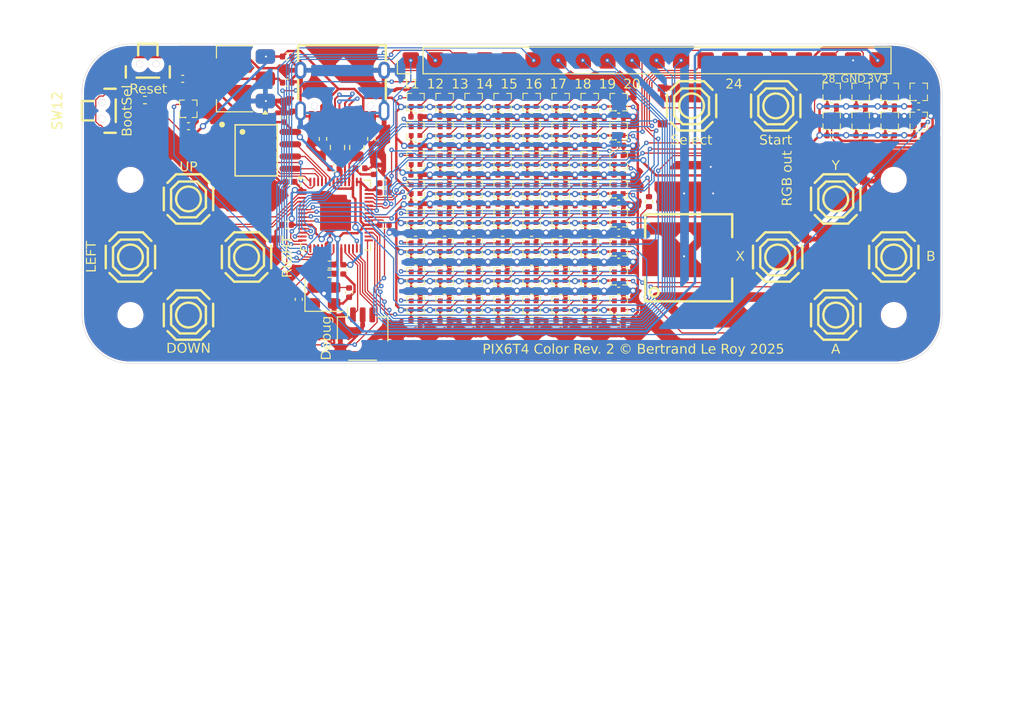
<source format=kicad_pcb>
(kicad_pcb (version 20241229) (generator "pcbnew") (generator_version "9.0")
  (title_block (title "PIX6T4 Color") (date "2025-07-29") (rev "2") (company "Decent Engineering"))
  (layers (0 "F.Cu" signal) (2 "B.Cu" signal) (13 "F.Paste" user) (15 "B.Paste" user) (5 "F.SilkS" user "F.Silkscreen") (7 "B.SilkS" user "B.Silkscreen") (1 "F.Mask" user) (3 "B.Mask" user) (25 "Edge.Cuts" user))
  (net 0 "")
  (net 1 "GND")
  (net 2 "Net-(BUZ1-Pad1)")
  (net 3 "+5V")
  (net 4 "+1V1")
  (net 5 "Net-(U3-XIN)")
  (net 6 "Net-(C35-Pad2)")
  (net 7 "+3V3")
  (net 8 "/RGB/RGB_OUT")
  (net 9 "/RGB1/RGB_OUT")
  (net 10 "/RGB/RGB_IN")
  (net 11 "/RGB2/RGB_OUT")
  (net 12 "/RGB3/RGB_OUT")
  (net 13 "/RGB4/RGB_OUT")
  (net 14 "/RGB5/RGB_OUT")
  (net 15 "/RGB6/RGB_OUT")
  (net 16 "/RGB7/RGB_OUT")
  (net 17 "/RGB8/RGB_OUT")
  (net 18 "/RGB10/RGB_IN")
  (net 19 "/RGB10/RGB_OUT")
  (net 20 "/RGB11/RGB_OUT")
  (net 21 "/RGB12/RGB_OUT")
  (net 22 "/RGB13/RGB_OUT")
  (net 23 "/RGB14/RGB_OUT")
  (net 24 "/RGB15/RGB_OUT")
  (net 25 "/RGB16/RGB_OUT")
  (net 26 "/RGB17/RGB_OUT")
  (net 27 "/RGB18/RGB_OUT")
  (net 28 "/RGB19/RGB_OUT")
  (net 29 "/RGB20/RGB_OUT")
  (net 30 "/RGB21/RGB_OUT")
  (net 31 "/RGB22/RGB_OUT")
  (net 32 "/RGB23/RGB_OUT")
  (net 33 "/RGB24/RGB_OUT")
  (net 34 "/RGB25/RGB_OUT")
  (net 35 "/RGB26/RGB_OUT")
  (net 36 "/RGB27/RGB_OUT")
  (net 37 "/RGB28/RGB_OUT")
  (net 38 "/RGB29/RGB_OUT")
  (net 39 "/RGB30/RGB_OUT")
  (net 40 "/RGB31/RGB_OUT")
  (net 41 "/RGB32/RGB_OUT")
  (net 42 "/RGB33/RGB_OUT")
  (net 43 "/RGB34/RGB_OUT")
  (net 44 "/RGB35/RGB_OUT")
  (net 45 "/RGB36/RGB_OUT")
  (net 46 "/RGB37/RGB_OUT")
  (net 47 "/RGB38/RGB_OUT")
  (net 48 "/RGB39/RGB_OUT")
  (net 49 "/RGB40/RGB_OUT")
  (net 50 "/RGB41/RGB_OUT")
  (net 51 "/RGB42/RGB_OUT")
  (net 52 "/RGB43/RGB_OUT")
  (net 53 "/RGB44/RGB_OUT")
  (net 54 "/RGB45/RGB_OUT")
  (net 55 "/RGB46/RGB_OUT")
  (net 56 "/RGB47/RGB_OUT")
  (net 57 "/RGB48/RGB_OUT")
  (net 58 "/RGB49/RGB_OUT")
  (net 59 "/RGB50/RGB_OUT")
  (net 60 "/RGB51/RGB_OUT")
  (net 61 "/RGB52/RGB_OUT")
  (net 62 "/RGB53/RGB_OUT")
  (net 63 "/RGB54/RGB_OUT")
  (net 64 "/RGB55/RGB_OUT")
  (net 65 "/RGB56/RGB_OUT")
  (net 66 "/RGB57/RGB_OUT")
  (net 67 "/RGB58/RGB_OUT")
  (net 68 "/RGB59/RGB_OUT")
  (net 69 "/RGB60/RGB_OUT")
  (net 70 "/RGB61/RGB_OUT")
  (net 71 "/RGB62/RGB_OUT")
  (net 72 "MATRIX_OUT")
  (net 73 "Net-(J2-Pin_8)")
  (net 74 "Net-(J2-Pin_6)")
  (net 75 "Net-(J2-Pin_13)")
  (net 76 "Net-(J2-Pin_4)")
  (net 77 "Net-(J2-Pin_7)")
  (net 78 "Net-(J2-Pin_17)")
  (net 79 "Net-(J2-Pin_16)")
  (net 80 "Net-(J2-Pin_2)")
  (net 81 "Net-(J2-Pin_11)")
  (net 82 "Net-(J2-Pin_10)")
  (net 83 "Net-(J2-Pin_3)")
  (net 84 "Net-(J2-Pin_1)")
  (net 85 "Net-(J2-Pin_15)")
  (net 86 "Net-(J2-Pin_5)")
  (net 87 "Net-(J2-Pin_9)")
  (net 88 "Net-(J2-Pin_14)")
  (net 89 "Net-(J2-Pin_18)")
  (net 90 "Net-(J2-Pin_12)")
  (net 91 "/SWCLK")
  (net 92 "/SWD")
  (net 93 "/PI-D+")
  (net 94 "/PI-D-")
  (net 95 "Net-(U3-GPIO29_ADC3)")
  (net 96 "Net-(R4-Pad2)")
  (net 97 "Net-(U2-~{CS})")
  (net 98 "Net-(U3-XOUT)")
  (net 99 "Net-(J1-CC1)")
  (net 100 "Net-(J1-CC2)")
  (net 101 "UP")
  (net 102 "LEFT")
  (net 103 "RIGHT")
  (net 104 "DOWN")
  (net 105 "X")
  (net 106 "Y")
  (net 107 "B")
  (net 108 "A")
  (net 109 "SELECT")
  (net 110 "START")
  (net 111 "Net-(U3-RUN)")
  (net 112 "Net-(U2-CLK)")
  (net 113 "Net-(U2-IO3)")
  (net 114 "Net-(U2-IO2)")
  (net 115 "Net-(U2-DO(IO1))")
  (net 116 "Net-(U2-DI(IO0))")
  (net 119 "USB_D-")
  (net 120 "USB_D+")
  (net 121 "/RGB64/RGB_OUT")
  (net 122 "/RGB65/RGB_OUT")
  (net 123 "/RGB66/RGB_OUT")
  (net 124 "/RGB67/RGB_OUT")
  (net 125 "/RGB68/RGB_OUT")
  (net 126 "/RGB69/RGB_OUT")
  (net 127 "/RGB70/RGB_OUT")
  (net 128 "/RGB71/RGB_OUT")
  (net 129 "/RGB72/RGB_OUT")
  (footprint "Capacitor_SMD:C_0402_1005Metric" (layer "F.Cu") (at 196.47 110.51)
    (property "Reference" "C13")
    (property "Value" "100nF")
  )
  (footprint "easyeda2kicad:LED-SMD_4P-L1.4-W1.4-TL" (layer "F.Cu") (at 196.47 109.01 90)
    (property "Reference" "D13")
    (property "Value" "SK6805-EC14")
  )
  (footprint "easyeda2kicad:LED-SMD_4P-L1.4-W1.4-TL" (layer "F.Cu") (at 205.47 121.01 90)
    (property "Reference" "D48")
    (property "Value" "SK6805-EC14")
  )
  (footprint "Capacitor_SMD:C_0402_1005Metric" (layer "F.Cu") (at 193.47 122.51)
    (property "Reference" "C60")
    (property "Value" "100nF")
  )
  (footprint "easyeda2kicad:LED-SMD_4P-L1.4-W1.4-TL" (layer "F.Cu") (at 193.47 118.01 90)
    (property "Reference" "D36")
    (property "Value" "SK6805-EC14")
  )
  (footprint "Capacitor_SMD:C_0402_1005Metric" (layer "F.Cu") (at 161 108.5)
    (property "Reference" "C89" (hide yes))
    (property "Value" "100nF")
  )
  (footprint "Capacitor_SMD:C_0402_1005Metric" (layer "F.Cu") (at 199.47 119.51)
    (property "Reference" "C54")
    (property "Value" "100nF")
  )
  (footprint "easyeda2kicad:LED-SMD_4P-L1.4-W1.4-TL" (layer "F.Cu") (at 196.47 127.01 90)
    (property "Reference" "D61")
    (property "Value" "SK6805-EC14")
  )
  (footprint "Capacitor_SMD:C_0402_1005Metric" (layer "F.Cu") (at 177.6 125.7 90)
    (property "Reference" "C35")
    (property "Value" "15pF")
  )
  (footprint "easyeda2kicad:LED-SMD_4P-L1.4-W1.4-TL" (layer "F.Cu") (at 199.47 109.01 90)
    (property "Reference" "D14")
    (property "Value" "SK6805-EC14")
  )
  (footprint "Capacitor_SMD:C_0402_1005Metric" (layer "F.Cu") (at 196.47 122.51)
    (property "Reference" "C61")
    (property "Value" "100nF")
  )
  (footprint "Capacitor_SMD:C_0402_1005Metric" (layer "F.Cu") (at 202.47 110.51)
    (property "Reference" "C15")
    (property "Value" "100nF")
  )
  (footprint "Capacitor_SMD:C_0402_1005Metric" (layer "F.Cu") (at 196.47 116.51)
    (property "Reference" "C45")
    (property "Value" "100nF")
  )
  (footprint "Capacitor_SMD:C_0402_1005Metric" (layer "F.Cu") (at 205.47 125.51)
    (property "Reference" "C72")
    (property "Value" "100nF")
  )
  (footprint "easyeda2kicad:LED-SMD_4P-L1.4-W1.4-TL" (layer "F.Cu") (at 202.47 127.01 90)
    (property "Reference" "D63")
    (property "Value" "SK6805-EC14")
  )
  (footprint "Capacitor_SMD:C_0402_1005Metric" (layer "F.Cu") (at 160.4 103.6 180)
    (property "Reference" "C83")
    (property "Value" "10uF")
  )
  (footprint "Capacitor_SMD:C_0402_1005Metric" (layer "F.Cu") (at 190.47 125.51)
    (property "Reference" "C67")
    (property "Value" "100nF")
  )
  (footprint "easyeda2kicad:LED-SMD_4P-L1.4-W1.4-TL" (layer "F.Cu") (at 184.47 115.01 90)
    (property "Reference" "D25")
    (property "Value" "SK6805-EC14")
  )
  (footprint "Capacitor_SMD:C_0402_1005Metric" (layer "F.Cu") (at 187.47 125.51)
    (property "Reference" "C66")
    (property "Value" "100nF")
  )
  (footprint "easyeda2kicad:LED-SMD_4P-L1.4-W1.4-TL" (layer "F.Cu") (at 199.47 106.01 90)
    (property "Reference" "D6")
    (property "Value" "SK6805-EC14")
  )
  (footprint "easyeda2kicad:SW-SMD_4P-L5.1-W5.1-P3.70-LS6.5-TL_H1.5" (layer "F.Cu") (at 155 122.02)
    (property "Reference" "SW2")
    (property "Value" "SW_MEC_5G")
  )
  (footprint "easyeda2kicad:LED-SMD_4P-L1.4-W1.4-TL" (layer "F.Cu") (at 205.47 112.01 90)
    (property "Reference" "D24")
    (property "Value" "SK6805-EC14")
  )
  (footprint "Capacitor_SMD:C_0402_1005Metric" (layer "F.Cu") (at 205.47 128.51)
    (property "Reference" "C80")
    (property "Value" "100nF")
  )
  (footprint "Capacitor_SMD:C_0402_1005Metric" (layer "F.Cu") (at 184.47 119.51)
    (property "Reference" "C49")
    (property "Value" "100nF")
  )
  (footprint "easyeda2kicad:BUZ-SMD_L9.0-W9.0_PKMCS0909E4000-R1" (layer "F.Cu") (at 212.7 122.1)
    (property "Reference" "BUZ1")
    (property "Value" "PKMCS0909E4000-R1")
  )
  (footprint "Capacitor_SMD:C_0402_1005Metric" (layer "F.Cu") (at 202.47 128.51)
    (property "Reference" "C79")
    (property "Value" "100nF")
  )
  (footprint "Capacitor_SMD:C_0402_1005Metric" (layer "F.Cu") (at 193.47 116.51)
    (property "Reference" "C44")
    (property "Value" "100nF")
  )
  (footprint "Capacitor_SMD:C_0402_1005Metric" (layer "F.Cu") (at 184.47 116.51)
    (property "Reference" "C41")
    (property "Value" "100nF")
  )
  (footprint "easyeda2kicad:LED-SMD_4P-L1.4-W1.4-TL" (layer "F.Cu") (at 193.47 115.01 90)
    (property "Reference" "D28")
    (property "Value" "SK6805-EC14")
  )
  (footprint "easyeda2kicad:LED-SMD_4P-L1.4-W1.4-TL" (layer "F.Cu") (at 184.47 112.01 90)
    (property "Reference" "D17")
    (property "Value" "SK6805-EC14")
  )
  (footprint "easyeda2kicad:LED-SMD_4P-L1.4-W1.4-TL" (layer "F.Cu") (at 233.48 104.95 90)
    (property "Reference" "D67")
    (property "Value" "SK6805-EC14")
  )
  (footprint "easyeda2kicad:LED-SMD_4P-L1.4-W1.4-TL" (layer "F.Cu") (at 205.47 127.01 90)
    (property "Reference" "D64")
    (property "Value" "SK6805-EC14")
  )
  (footprint "easyeda2kicad:LED-SMD_4P-L1.4-W1.4-TL" (layer "F.Cu") (at 190.47 124.01 90)
    (property "Reference" "D51")
    (property "Value" "SK6805-EC14")
  )
  (footprint "easyeda2kicad:LED-SMD_4P-L1.4-W1.4-TL" (layer "F.Cu") (at 193.47 121.01 90)
    (property "Reference" "D44")
    (property "Value" "SK6805-EC14")
  )
  (footprint "Capacitor_SMD:C_0402_1005Metric" (layer "F.Cu") (at 193.47 107.51)
    (property "Reference" "C4")
    (property "Value" "100nF")
  )
  (footprint "Capacitor_SMD:C_0402_1005Metric" (layer "F.Cu") (at 177 123.3 -90)
    (property "Reference" "C30")
    (property "Value" "100nF")
  )
  (footprint "easyeda2kicad:LED-SMD_4P-L1.4-W1.4-TL" (layer "F.Cu") (at 193.47 109.01 90)
    (property "Reference" "D12")
    (property "Value" "SK6805-EC14")
  )
  (footprint "easyeda2kicad:LED-SMD_4P-L1.4-W1.4-TL" (layer "F.Cu") (at 187.47 121.01 90)
    (property "Reference" "D42")
    (property "Value" "SK6805-EC14")
  )
  (footprint "easyeda2kicad:LED-SMD_4P-L1.4-W1.4-TL" (layer "F.Cu") (at 202.47 121.01 90)
    (property "Reference" "D47")
    (property "Value" "SK6805-EC14")
  )
  (footprint "Connector_JST:JST_SH_SM03B-SRSS-TB_1x03-1MP_P1.00mm_Horizontal" (layer "F.Cu") (at 179 130)
    (property "Reference" "J9")
    (property "Value" "SM03B-SRSS-TB")
  )
  (footprint "easyeda2kicad:SW-SMD_2P-TS24CA" (layer "F.Cu") (at 156.8 102.4)
    (property "Reference" "SW11" (hide yes))
    (property "Value" "SW_MEC_5G")
  )
  (footprint "easyeda2kicad:LED-SMD_4P-L1.4-W1.4-TL" (layer "F.Cu") (at 187.47 127.01 90)
    (property "Reference" "D58")
    (property "Value" "SK6805-EC14")
  )
  (footprint "Capacitor_SMD:C_0402_1005Metric" (layer "F.Cu") (at 187.45 107.51)
    (property "Reference" "C2")
    (property "Value" "100nF")
  )
  (footprint "Capacitor_SMD:C_0402_1005Metric" (layer "F.Cu") (at 184.47 107.51)
    (property "Reference" "C1")
    (property "Value" "100nF")
  )
  (footprint "Capacitor_SMD:C_0402_1005Metric" (layer "F.Cu") (at 205.47 110.51)
    (property "Reference" "C16")
    (property "Value" "100nF")
  )
  (footprint "Capacitor_SMD:C_0402_1005Metric" (layer "F.Cu") (at 196.47 119.51)
    (property "Reference" "C53")
    (property "Value" "100nF")
  )
  (footprint "easyeda2kicad:LED-SMD_4P-L1.4-W1.4-TL" (layer "F.Cu") (at 190.47 112.01 90)
    (property "Reference" "D19")
    (property "Value" "SK6805-EC14")
  )
  (footprint "Capacitor_SMD:C_0402_1005Metric" (layer "F.Cu") (at 205.47 107.51)
    (property "Reference" "C8")
    (property "Value" "100nF")
  )
  (footprint "Capacitor_SMD:C_0402_1005Metric" (layer "F.Cu") (at 227.48 109.45)
    (property "Reference" "C85")
    (property "Value" "100nF")
  )
  (footprint "Capacitor_SMD:C_0402_1005Metric" (layer "F.Cu") (at 202.47 119.51)
    (property "Reference" "C55")
    (property "Value" "100nF")
  )
  (footprint "easyeda2kicad:LED-SMD_4P-L1.4-W1.4-TL" (layer "F.Cu") (at 236.48 107.95 90)
    (property "Reference" "D72")
    (property "Value" "SK6805-EC14")
  )
  (footprint "Capacitor_SMD:C_0402_1005Metric" (layer "F.Cu") (at 181.25 114.4)
    (property "Reference" "C25")
    (property "Value" "100nF")
  )
  (footprint "easyeda2kicad:SW-SMD_4P-L5.1-W5.1-P3.70-LS6.5-TL_H1.5" (layer "F.Cu") (at 161 128.02)
    (property "Reference" "SW4")
    (property "Value" "SW_MEC_5G")
  )
  (footprint "Capacitor_SMD:C_0402_1005Metric" (layer "F.Cu") (at 202.47 122.51)
    (property "Reference" "C63")
    (property "Value" "100nF")
  )
  (footprint "Capacitor_SMD:C_0402_1005Metric" (layer "F.Cu") (at 227.48 106.45)
    (property "Reference" "C20")
    (property "Value" "100nF")
  )
  (footprint "MountingHole:MountingHole_2.2mm_M2_ISO14580" (layer "F.Cu") (at 233.9 114.05)
    (property "Reference" "REF**")
    (property "Value" "MountingHole_2.2mm_M2_ISO14580")
  )
  (footprint "Capacitor_SMD:C_0402_1005Metric" (layer "F.Cu") (at 196.47 128.51)
    (property "Reference" "C77")
    (property "Value" "100nF")
  )
  (footprint "easyeda2kicad:LED-SMD_4P-L1.4-W1.4-TL" (layer "F.Cu") (at 184.47 124.01 90)
    (property "Reference" "D49")
    (property "Value" "SK6805-EC14")
  )
  (footprint "Capacitor_SMD:C_0402_1005Metric" (layer "F.Cu") (at 202.47 113.51)
    (property "Reference" "C39")
    (property "Value" "100nF")
  )
  (footprint "easyeda2kicad:LED-SMD_4P-L1.4-W1.4-TL" (layer "F.Cu") (at 205.47 124.01 90)
    (property "Reference" "D56")
    (property "Value" "SK6805-EC14")
  )
  (footprint "easyeda2kicad:SW-SMD_4P-L5.1-W5.1-P3.70-LS6.5-TL_H1.5" (layer "F.Cu") (at 167 122.02)
    (property "Reference" "SW3")
    (property "Value" "SW_MEC_5G")
  )
  (footprint "MountingHole:MountingHole_2.2mm_M2_ISO14580" (layer "F.Cu") (at 155 128.02)
    (property "Reference" "REF**")
    (property "Value" "MountingHole_2.2mm_M2_ISO14580")
  )
  (footprint "easyeda2kicad:LED-SMD_4P-L1.4-W1.4-TL" (layer "F.Cu") (at 184.47 109.01 90)
    (property "Reference" "D9")
    (property "Value" "SK6805-EC14")
  )
  (footprint "Capacitor_SMD:C_0402_1005Metric" (layer "F.Cu") (at 236.48 109.45)
    (property "Reference" "C88")
    (property "Value" "100nF")
  )
  (footprint "Capacitor_SMD:C_0402_1005Metric" (layer "F.Cu") (at 199.47 107.51)
    (property "Reference" "C6")
    (property "Value" "100nF")
  )
  (footprint "easyeda2kicad:SOIC-8_L5.3-W5.3-P1.27-LS8.0-BL" (layer "F.Cu") (at 168 111 -90)
    (property "Reference" "U2")
    (property "Value" "W25Q128JVS")
  )
  (footprint "easyeda2kicad:LED-SMD_4P-L1.4-W1.4-TL" (layer "F.Cu") (at 199.47 118.01 90)
    (property "Reference" "D38")
    (property "Value" "SK6805-EC14")
  )
  (footprint "easyeda2kicad:LED-SMD_4P-L1.4-W1.4-TL" (layer "F.Cu") (at 196.47 106.01 90)
    (property "Reference" "D5")
    (property "Value" "SK6805-EC14")
  )
  (footprint "Package_TO_SOT_SMD:SOT-223-3_TabPin2" (layer "F.Cu") (at 165.8 103.6 180)
    (property "Reference" "U4")
    (property "Value" "NCP1117-3.3")
  )
  (footprint "easyeda2kicad:LED-SMD_4P-L1.4-W1.4-TL" (layer "F.Cu") (at 187.47 112.01 90)
    (property "Reference" "D18")
    (property "Value" "SK6805-EC14")
  )
  (footprint "Capacitor_SMD:C_0402_1005Metric" (layer "F.Cu") (at 193.47 110.51)
    (property "Reference" "C12")
    (property "Value" "100nF")
  )
  (footprint "easyeda2kicad:LED-SMD_4P-L1.4-W1.4-TL" (layer "F.Cu") (at 190.47 109.01 90)
    (property "Reference" "D11")
    (property "Value" "SK6805-EC14")
  )
  (footprint "easyeda2kicad:LED-SMD_4P-L1.4-W1.4-TL" (layer "F.Cu") (at 196.47 118.01 90)
    (property "Reference" "D37")
    (property "Value" "SK6805-EC14")
  )
  (footprint "easyeda2kicad:LED-SMD_4P-L1.4-W1.4-TL" (layer "F.Cu") (at 196.47 121.01 90)
    (property "Reference" "D45")
    (property "Value" "SK6805-EC14")
  )
  (footprint "Capacitor_SMD:C_0402_1005Metric" (layer "F.Cu") (at 190.47 113.51)
    (property "Reference" "C19")
    (property "Value" "100nF")
  )
  (footprint "easyeda2kicad:SW-SMD_4P-L5.1-W5.1-P3.70-LS6.5-TL_H1.5" (layer "F.Cu") (at 233.9 122.02)
    (property "Reference" "SW8")
    (property "Value" "SW_MEC_5G")
  )
  (footprint "Capacitor_SMD:C_0402_1005Metric" (layer "F.Cu") (at 171.2 104)
    (property "Reference" "C82")
    (property "Value" "10uF")
  )
  (footprint "Oscillator:Oscillator_SMD_Abracon_ASE-4Pin_3.2x2.5mm" (layer "F.Cu") (at 175 126)
    (property "Reference" "Y1")
    (property "Value" "ABM8-272-T3")
  )
  (footprint "easyeda2kicad:LED-SMD_4P-L1.4-W1.4-TL" (layer "F.Cu") (at 199.47 115.01 90)
    (property "Reference" "D30")
    (property "Value" "SK6805-EC14")
  )
  (footprint "easyeda2kicad:LED-SMD_4P-L1.4-W1.4-TL" (layer "F.Cu") (at 202.47 106.01 90)
    (property "Reference" "D7")
    (property "Value" "SK6805-EC14")
  )
  (footprint "Capacitor_SMD:C_0402_1005Metric" (layer "F.Cu") (at 199.47 128.51)
    (property "Reference" "C78")
    (property "Value" "100nF")
  )
  (footprint "Capacitor_SMD:C_0402_1005Metric" (layer "F.Cu") (at 171.2 101.3)
    (property "Reference" "C81")
    (property "Value" "10uF")
  )
  (footprint "Capacitor_SMD:C_0402_1005Metric" (layer "F.Cu") (at 190.47 110.51)
    (property "Reference" "C11")
    (property "Value" "100nF")
  )
  (footprint "Capacitor_SMD:C_0402_1005Metric" (layer "F.Cu") (at 190.47 116.51)
    (property "Reference" "C43")
    (property "Value" "100nF")
  )
  (footprint "easyeda2kicad:LED-SMD_4P-L1.4-W1.4-TL" (layer "F.Cu") (at 199.47 124.01 90)
    (property "Reference" "D54")
    (property "Value" "SK6805-EC14")
  )
  (footprint "Capacitor_SMD:C_0402_1005Metric" (layer "F.Cu") (at 180.15 113 90)
    (property "Reference" "C31")
    (property "Value" "1uF")
  )
  (footprint "easyeda2kicad:LED-SMD_4P-L1.4-W1.4-TL" (layer "F.Cu") (at 205.47 106.01 90)
    (property "Reference" "D8")
    (property "Value" "SK6805-EC14")
  )
  (footprint "easyeda2kicad:LED-SMD_4P-L1.4-W1.4-TL" (layer "F.Cu") (at 160.98 106.7 90)
    (property "Reference" "D73" (hide yes))
    (property "Value" "SK6805-EC14")
  )
  (footprint "Capacitor_SMD:C_0402_1005Metric" (layer "F.Cu") (at 193.47 125.51)
    (property "Reference" "C68")
    (property "Value" "100nF")
  )
  (footprint "easyeda2kicad:SW-SMD_4P-L5.1-W5.1-P3.70-LS6.5-TL_H1.5" (layer "F.Cu") (at 227.9 116.02)
    (property "Reference" "SW6")
    (property "Value" "SW_MEC_5G")
  )
  (footprint "easyeda2kicad:LED-SMD_4P-L1.4-W1.4-TL" (layer "F.Cu") (at 190.47 106.01 90)
    (property "Reference" "D3")
    (property "Value" "SK6805-EC14")
  )
  (footprint "Capacitor_SMD:C_0402_1005Metric" (layer "F.Cu") (at 190.47 119.51)
    (property "Reference" "C51")
    (property "Value" "100nF")
  )
  (footprint "easyeda2kicad:SW-SMD_4P-L5.1-W5.1-P3.70-LS6.5-TL_H1.5" (layer "F.Cu") (at 161 116.02)
    (property "Reference" "SW1")
    (property "Value" "SW_MEC_5G")
  )
  (footprint "Capacitor_SMD:C_0402_1005Metric" (layer "F.Cu") (at 230.48 109.45)
    (property "Reference" "C86")
    (property "Value" "100nF")
  )
  (footprint "easyeda2kicad:LED-SMD_4P-L1.4-W1.4-TL" (layer "F.Cu") (at 227.48 104.95 90)
    (property "Reference" "D65")
    (property "Value" "SK6805-EC14")
  )
  (footprint "Capacitor_SMD:C_0402_1005Metric" (layer "F.Cu") (at 205.47 119.51)
    (property "Reference" "C56")
    (property "Value" "100nF")
  )
  (footprint "Capacitor_SMD:C_0402_1005Metric" (layer "F.Cu") (at 184.47 113.51)
    (property "Reference" "C17")
    (property "Value" "100nF")
  )
  (footprint "Capacitor_SMD:C_0402_1005Metric" (layer "F.Cu") (at 187.47 128.51)
    (property "Reference" "C74")
    (property "Value" "100nF")
  )
  (footprint "easyeda2kicad:LED-SMD_4P-L1.4-W1.4-TL" (layer "F.Cu") (at 187.47 115.01 90)
    (property "Reference" "D26")
    (property "Value" "SK6805-EC14")
  )
  (footprint "Capacitor_SMD:C_0402_1005Metric" (layer "F.Cu") (at 184.47 122.51)
    (property "Reference" "C57")
    (property "Value" "100nF")
  )
  (footprint "Capacitor_SMD:C_0402_1005Metric" (layer "F.Cu") (at 170.9 107.6 -90)
    (property "Reference" "C33")
    (property "Value" "100nF")
  )
  (footprint "Resistor_SMD:R_0402_1005Metric" (layer "F.Cu") (at 175.55 123.75)
    (property "Reference" "R5")
    (property "Value" "1k")
  )
  (footprint "Capacitor_SMD:C_0402_1005Metric" (layer "F.Cu") (at 184.47 110.51)
    (property "Reference" "C9")
    (property "Value" "100nF")
  )
  (footprint "easyeda2kicad:LED-SMD_4P-L1.4-W1.4-TL" (layer "F.Cu") (at 202.47 115.01 90)
    (property "Reference" "D31")
    (property "Value" "SK6805-EC14")
  )
  (footprint "Capacitor_SMD:C_0402_1005Metric" (layer "F.Cu") (at 193.47 128.51)
    (property "Reference" "C76")
    (property "Value" "100nF")
  )
  (footprint "Capacitor_SMD:C_0402_1005Metric" (layer "F.Cu") (at 181.25 118.7)
    (property "Reference" "C26")
    (property "Value" "100nF")
  )
  (footprint "Capacitor_SMD:C_0402_1005Metric" (layer "F.Cu") (at 202.47 125.51)
    (property "Reference" "C71")
    (property "Value" "100nF")
  )
  (footprint "easyeda2kicad:LED-SMD_4P-L1.4-W1.4-TL" (layer "F.Cu") (at 236.48 104.95 90)
    (property "Reference" "D68")
    (property "Value" "SK6805-EC14")
  )
  (footprint "easyeda2kicad:LED-SMD_4P-L1.4-W1.4-TL" (layer "F.Cu") (at 193.47 112.01 90)
    (property "Reference" "D20")
    (property "Value" "SK6805-EC14")
  )
  (footprint "Capacitor_SMD:C_0402_1005Metric" (layer "F.Cu") (at 187.47 113.51)
    (property "Reference" "C18")
    (property "Value" "100nF")
  )
  (footprint "easyeda2kicad:SW-SMD_4P-L5.1-W5.1-P3.70-LS6.5-TL_H1.5" (layer "F.Cu") (at 221.7 106.4)
    (property "Reference" "SW10")
    (property "Value" "SW_MEC_5G")
  )
  (footprint "easyeda2kicad:SW-SMD_4P-L5.1-W5.1-P3.70-LS6.5-TL_H1.5" (layer "F.Cu") (at 213 106.4)
    (property "Reference" "SW9")
    (property "Value" "SW_MEC_5G")
  )
  (footprint "Resistor_SMD:R_0805_2012Metric" (layer "F.Cu") (at 176.4 110.7 -90)
    (property "Reference" "R1")
    (property "Value" "27R")
  )
  (footprint "Capacitor_SMD:C_0402_1005Metric" (layer "F.Cu") (at 187.47 116.51)
    (property "Reference" "C42")
    (property "Value" "100nF")
  )
  (footprint "easyeda2kicad:LED-SMD_4P-L1.4-W1.4-TL" (layer "F.Cu") (at 190.47 121.01 90)
    (property "Reference" "D43")
    (property "Value" "SK6805-EC14")
  )
  (footprint "easyeda2kicad:LED-SMD_4P-L1.4-W1.4-TL" (layer "F.Cu") (at 205.47 115.01 90)
    (property "Reference" "D32")
    (property "Value" "SK6805-EC14")
  )
  (footprint "Capacitor_SMD:C_0402_1005Metric" (layer "F.Cu") (at 184.47 125.51)
    (property "Reference" "C65")
    (property "Value" "100nF")
  )
  (footprint "easyeda2kicad:LED-SMD_4P-L1.4-W1.4-TL" (layer "F.Cu") (at 196.47 115.01 90)
    (property "Reference" "D29")
    (property "Value" "SK6805-EC14")
  )
  (footprint "Connector_PinHeader_2.54mm:PinHeader_1x20_P2.54mm_Vertical" (layer "F.Cu") (at 183.975 101.7 90)
    (property "Reference" "J2")
    (property "Value" "Conn_01x18_Pin")
  )
  (footprint "Resistor_SMD:R_0402_1005Metric" (layer "F.Cu") (at 208.6 116.3 -90)
    (property "Reference" "R3")
    (property "Value" "220")
  )
  (footprint "easyeda2kicad:LED-SMD_4P-L1.4-W1.4-TL" (layer "F.Cu") (at 202.47 118.01 90)
    (property "Reference" "D39")
    (property "Value" "SK6805-EC14")
  )
  (footprint "Capacitor_SMD:C_0402_1005Metric" (layer "F.Cu") (at 190.47 107.51)
    (property "Reference" "C3")
    (property "Value" "100nF")
  )
  (footprint "easyeda2kicad:LED-SMD_4P-L1.4-W1.4-TL" (layer "F.Cu") (at 190.47 118.01 90)
    (property "Reference" "D35")
    (property "Value" "SK6805-EC14")
  )
  (footprint "Resistor_SMD:R_0402_1005Metric" (layer "F.Cu") (at 174.9 109.815 90)
    (property "Reference" "R42")
    (property "Value" "5k1")
  )
  (footprint "Capacitor_SMD:C_0402_1005Metric" (layer "F.Cu") (at 193.47 113.51)
    (property "Reference" "C36")
    (property "Value" "100nF")
  )
  (footprint "easyeda2kicad:LED-SMD_4P-L1.4-W1.4-TL" (layer "F.Cu") (at 227.48 107.95 90)
    (property "Reference" "D69")
    (property "Value" "SK6805-EC14")
  )
  (footprint "easyeda2kicad:LED-SMD_4P-L1.4-W1.4-TL" (layer "F.Cu") (at 184.47 121.01 90)
    (property "Reference" "D41")
    (property "Value" "SK6805-EC14")
  )
  (footprint "Capacitor_SMD:C_0402_1005Metric" (layer "F.Cu") (at 172.4 126.4 -90)
    (property "Reference" "C34")
    (property "Value" "15pF")
  )
  (footprint "Capacitor_SMD:C_0402_1005Metric" (layer "F.Cu") (at 199.47 110.51)
    (property "Reference" "C14")
    (property "Value" "100nF")
  )
  (footprint "easyeda2kicad:LED-SMD_4P-L1.4-W1.4-TL" (layer "F.Cu") (at 187.47 109.01 90)
    (property "Reference" "D10")
    (property "Value" "SK6805-EC14")
  )
  (footprint "easyeda2kicad:LED-SMD_4P-L1.4-W1.4-TL" (layer "F.Cu") (at 202.47 109.01 90)
    (property "Reference" "D15")
    (property "Value" "SK6805-EC14")
  )
  (footprint "Capacitor_SMD:C_0402_1005Metric" (layer "F.Cu") (at 187.47 110.51)
    (property "Reference" "C10")
    (property "Value" "100nF")
  )
  (footprint "Capacitor_SMD:C_0402_1005Metric" (layer "F.Cu") (at 196.47 107.51)
    (property "Reference" "C5")
    (property "Value" "100nF")
  )
  (footprint "Capacitor_SMD:C_0402_1005Metric" (layer "F.Cu") (at 187.47 122.51)
    (property "Reference" "C58")
    (property "Value" "100nF")
  )
  (footprint "easyeda2kicad:LED-SMD_4P-L1.4-W1.4-TL" (layer "F.Cu") (at 199.47 112.01 90)
    (property "Reference" "D22")
    (property "Value" "SK6805-EC14")
  )
  (footprint "Capacitor_SMD:C_0402_1005Metric" (layer "F.Cu") (at 236.48 106.45)
    (property "Reference" "C84")
    (property "Value" "100nF")
  )
  (footprint "Capacitor_SMD:C_0402_1005Metric" (layer "F.Cu") (at 199.47 125.51)
    (property "Reference" "C70")
    (property "Value" "100nF")
  )
  (footprint "Capacitor_SMD:C_0402_1005Metric" (layer "F.Cu") (at 199.47 122.51)
    (property "Reference" "C62")
    (property "Value" "100nF")
  )
  (footprint "easyeda2kicad:LED-SMD_4P-L1.4-W1.4-TL" (layer "F.Cu") (at 233.48 107.95 90)
    (property "Reference" "D71")
    (property "Value" "SK6805-EC14")
  )
  (footprint "easyeda2kicad:LED-SMD_4P-L1.4-W1.4-TL" (layer "F.Cu") (at 193.47 127.01 90)
    (property "Reference" "D60")
    (property "Value" "SK6805-EC14")
  )
  (footprint "Capacitor_SMD:C_0402_1005Metric" (layer "F.Cu") (at 230.48 106.45)
    (property "Reference" "C21")
    (property "Value" "100nF")
  )
  (footprint "easyeda2kicad:LED-SMD_4P-L1.4-W1.4-TL" (layer "F.Cu") (at 193.47 106.01 90)
    (property "Reference" "D4")
    (property "Value" "SK6805-EC14")
  )
  (footprint "easyeda2kicad:LED-SMD_4P-L1.4-W1.4-TL" (layer "F.Cu") (at 230.48 107.95 90)
    (property "Reference" "D70")
    (property "Value" "SK6805-EC14")
  )
  (footprint "Resistor_SMD:R_0402_1005Metric" (layer "F.Cu") (at 179.9 109.815 90)
    (property "Reference" "R41")
    (property "Value" "5k1")
  )
  (footprint "easyeda2kicad:LED-SMD_4P-L1.4-W1.4-TL" (layer "F.Cu") (at 202.47 112.01 90)
    (property "Reference" "D23")
    (property "Value" "SK6805-EC14")
  )
  (footprint "easyeda2kicad:LED-SMD_4P-L1.4-W1.4-TL" (layer "F.Cu") (at 199.47 121.01 90)
    (property "Reference" "D46")
    (property "Value" "SK6805-EC14")
  )
  (footprint "easyeda2kicad:LED-SMD_4P-L1.4-W1.4-TL" (layer "F.Cu") (at 184.47 127.01 90)
    (property "Reference" "D57")
    (property "Value" "SK6805-EC14")
  )
  (footprint "Capacitor_SMD:C_0402_1005Metric" (layer "F.Cu") (at 199.47 116.51)
    (property "Reference" "C46")
    (property "Value" "100nF")
  )
  (footprint "Package_DFN_QFN:QFN-56-1EP_7x7mm_P0.4mm_EP3.2x3.2mm" (layer "F.Cu") (at 176.2 117.7)
    (property "Reference" "U3")
    (property "Value" "RP2040")
  )
  (footprint "Capacitor_SMD:C_0402_1005Metric" (layer "F.Cu") (at 176.1 112.85 180)
    (property "Reference" "C24")
    (property "Value" "100nF")
  )
  (footprint "Capacitor_SMD:C_0402_1005Metric" (layer "F.Cu") (at 233.48 109.45)
    (property "Reference" "C87")
    (property "Value" "100nF")
  )
  (footprint "Capacitor_SMD:C_0402_1005Metric" (layer "F.Cu") (at 181.25 115.35)
    (property "Reference" "C32")
    (property "Value" "1uF")
  )
  (footprint "easyeda2kicad:LED-SMD_4P-L1.4-W1.4-TL" (layer "F.Cu") (at 202.47 124.01 90)
    (property "Reference" "D55")
    (property "Value" "SK6805-EC14")
  )
  (footprint "easyeda2kicad:LED-SMD_4P-L1.4-W1.4-TL" (layer "F.Cu") (at 187.47 106.01 90)
    (property "Reference" "D1")
    (property "Value" "SK6805-EC14")
  )
  (footprint "Capacitor_SMD:C_0402_1005Metric" (layer "F.Cu") (at 190.47 128.51)
    (property "Reference" "C75")
    (property "Value" "100nF")
  )
  (footprint "easyeda2kicad:SW-SMD_4P-L5.1-W5.1-P3.70-LS6.5-TL_H1.5" (layer "F.Cu") (at 227.9 128.02)
    (property "Reference" "SW7")
    (property "Value" "SW_MEC_5G")
  )
  (footprint "Capacitor_SMD:C_0402_1005Metric" (layer "F.Cu") (at 205.47 113.51)
    (property "Reference" "C40")
    (property "Value" "100nF")
  )
  (footprint "easyeda2kicad:SW-SMD_4P-L5.1-W5.1-P3.70-LS6.5-TL_H1.5" (layer "F.Cu") (at 221.9 122.02)
    (property "Reference" "SW5")
    (property "Value" "SW_MEC_5G")
  )
  (footprint "MountingHole:MountingHole_2.2mm_M2_ISO14580" (layer "F.Cu") (at 155 114.05)
    (property "Reference" "REF**")
    (property "Value" "MountingHole_2.2mm_M2_ISO14580")
  )
  (footprint "easyeda2kicad:LED-SMD_4P-L1.4-W1.4-TL" (layer "F.Cu") (at 184.47 106.01 90)
    (property "Reference" "D2")
    (property "Value" "SK6805-EC14")
  )
  (footprint "Capacitor_SMD:C_0402_1005Metric" (layer "F.Cu") (at 205.47 116.51)
    (property "Reference" "C48")
    (property "Value" "100nF")
  )
  (footprint "Capacitor_SMD:C_0402_1005Metric" (layer "F.Cu") (at 202.47 116.51)
    (property "Reference" "C47")
    (property "Value" "100nF")
  )
  (footprint "MountingHole:MountingHole_2.2mm_M2_ISO14580" (layer "F.Cu") (at 233.9 128.02)
    (property "Reference" "REF**")
    (property "Value" "MountingHole_2.2mm_M2_ISO14580")
  )
  (footprint "Capacitor_SMD:C_0402_1005Metric" (layer "F.Cu") (at 190.47 122.51)
    (property "Reference" "C59")
    (property "Value" "100nF")
  )
  (footprint "Capacitor_SMD:C_0402_1005Metric" (layer "F.Cu") (at 187.47 119.51)
    (property "Reference" "C50")
    (property "Value" "100nF")
  )
  (footprint "Capacitor_SMD:C_0402_1005Metric" (layer "F.Cu") (at 202.47 107.51)
    (property "Reference" "C7")
    (property "Value" "100nF")
  )
  (footprint "easyeda2kicad:LED-SMD_4P-L1.4-W1.4-TL" (layer "F.Cu") (at 230.48 104.95 90)
    (property "Reference" "D66")
    (property "Value" "SK6805-EC14")
  )
  (footprint "easyeda2kicad:USB-C-SMD_TYPE-C-6PIN-2MD-073" (layer "F.Cu") (at 176.9 105.1 180)
    (property "Reference" "J1")
    (property "Value" "USB_C_Receptacle_USB2.0_16P")
  )
  (footprint "Capacitor_SMD:C_0402_1005Metric" (layer "F.Cu") (at 171.5 114.25 180)
    (property "Reference" "C23")
    (property "Value" "100nF")
  )
  (footprint "easyeda2kicad:LED-SMD_4P-L1.4-W1.4-TL" (layer "F.Cu") (at 190.47 115.01 90)
    (property "Reference" "D27")
    (property "Value" "SK6805-EC14")
  )
  (footprint "Capacitor_SMD:C_0402_1005Metric" (layer "F.Cu") (at 196.47 125.51)
    (property "Reference" "C69")
    (property "Value" "100nF")
  )
  (footprint "easyeda2kicad:LED-SMD_4P-L1.4-W1.4-TL" (layer "F.Cu") (at 196.47 112.01 90)
    (property "Reference" "D21")
    (property "Value" "SK6805-EC14")
  )
  (footprint "Capacitor_SMD:C_0402_1005Metric" (layer "F.Cu") (at 205.47 122.51)
    (property "Reference" "C64")
    (property "Value" "100nF")
  )
  (footprint "easyeda2kicad:LED-SMD_4P-L1.4-W1.4-TL" (layer "F.Cu") (at 187.47 124.01 90)
    (property "Reference" "D50")
    (property "Value" "SK6805-EC14")
  )
  (footprint "Capacitor_SMD:C_0402_1005Metric" (layer "F.Cu") (at 196.47 113.51)
    (property "Reference" "C37")
    (property "Value" "100nF")
  )
  (footprint "easyeda2kicad:LED-SMD_4P-L1.4-W1.4-TL" (layer "F.Cu") (at 196.47 124.01 90)
    (property "Reference" "D53")
    (property "Value" "SK6805-EC14")
  )
  (footprint "easyeda2kicad:LED-SMD_4P-L1.4-W1.4-TL" (layer "F.Cu") (at 205.47 109.01 90)
    (property "Reference" "D16")
    (property "Value" "SK6805-EC14")
  )
  (footprint "Capacitor_SMD:C_0402_1005Metric" (layer "F.Cu") (at 184.47 128.51)
    (property "Reference" "C73")
    (property "Value" "100nF")
  )
  (footprint "Capacitor_SMD:C_0402_1005Metric" (layer "F.Cu") (at 193.47 119.51)
    (property "Reference" "C52")
    (property "Value" "100nF")
  )
  (footprint "easyeda2kicad:SW-SMD_2P-TS24CA" (layer "F.Cu") (at 152.4 106.9 90)
    (property "Reference" "SW12")
    (property "Value" "SW_MEC_5G")
  )
  (footprint "easyeda2kicad:LED-SMD_4P-L1.4-W1.4-TL" (layer "F.Cu") (at 193.47 124.01 90)
    (property "Reference" "D52")
    (property "Value" "SK6805-EC14")
  )
  (footprint "Capacitor_SMD:C_0402_1005Metric" (layer "F.Cu") (at 171.15 118.7 180)
    (property "Reference" "C28")
    (property "Value" "100nF")
  )
  (footprint "easyeda2kicad:LED-SMD_4P-L1.4-W1.4-TL" (layer "F.Cu") (at 205.47 118.01 90)
    (property "Reference" "D40")
    (property "Value" "SK6805-EC14")
  )
  (footprint "Capacitor_SMD:C_0402_1005Metric" (layer "F.Cu") (at 178.75 112.85)
    (property "Reference" "C22")
    (property "Value" "100nF")
  )
  (footprint "easyeda2kicad:LED-SMD_4P-L1.4-W1.4-TL" (layer "F.Cu") (at 190.47 127.01 90)
    (property "Reference" "D59")
    (property "Value" "SK6805-EC14")
  )
  (footprint "easyeda2kicad:LED-SMD_4P-L1.4-W1.4-TL" (layer "F.Cu") (at 184.47 118.01 90)
    (property "Reference" "D33")
    (property "Value" "SK6805-EC14")
  )
  (footprint "Capacitor_SMD:C_0402_1005Metric" (layer "F.Cu") (at 199.47 113.51)
    (property "Reference" "C38")
    (property "Value" "100nF")
  )
  (footprint "easyeda2kicad:LED-SMD_4P-L1.4-W1.4-TL" (layer "F.Cu") (at 187.47 118.01 90)
    (property "Reference" "D34")
    (property "Value" "SK6805-EC14")
  )
  (footprint "Resistor_SMD:R_0805_2012Metric" (layer "F.Cu") (at 178.4 110.7 -90)
    (property "Reference" "R2")
    (property "Value" "27R")
  )
  (footprint "Capacitor_SMD:C_0402_1005Metric" (layer "F.Cu") (at 175.55 122.8 180)
    (property "Reference" "C27")
    (property "Value" "100nF")
  )
  (footprint "easyeda2kicad:LED-SMD_4P-L1.4-W1.4-TL" (layer "F.Cu") (at 199.47 127.01 90)
    (property "Reference" "D62")
    (property "Value" "SK6805-EC14")
  )
  (footprint "Resistor_SMD:R_0402_1005Metric" (layer "F.Cu") (at 156.5 105.8 180)
    (property "Reference" "R4")
    (property "Value" "1k")
  )
  (footprint "Capacitor_SMD:C_0402_1005Metric" (layer "F.Cu") (at 233.48 106.45)
    (property "Reference" "C29")
    (property "Value" "100nF")
  )
  (gr_line (start 150 128.02) (end 150 105) (stroke (width 0.05)) (layer "Edge.Cuts"))
  (gr_arc (start 233.9 100) (mid 237.435534 101.464466) (end 238.9 105) (stroke (width 0.05)) (layer "Edge.Cuts"))
  (gr_line (start 238.9 105) (end 238.9 128.02) (stroke (width 0.05)) (layer "Edge.Cuts"))
  (gr_line (start 155 100) (end 233.9 100) (stroke (width 0.05)) (layer "Edge.Cuts"))
  (gr_arc (start 150 105) (mid 151.464466 101.464466) (end 155 100) (stroke (width 0.05)) (layer "Edge.Cuts"))
  (gr_arc (start 155 133.02) (mid 151.464466 131.555534) (end 150 128.02) (stroke (width 0.05)) (layer "Edge.Cuts"))
  (gr_line (start 233.9 133.02) (end 155 133.02) (stroke (width 0.05)) (layer "Edge.Cuts"))
  (gr_arc (start 238.9 128.02) (mid 237.435534 131.555534) (end 233.9 133.02) (stroke (width 0.05)) (layer "Edge.Cuts"))
  (gr_text "GND" (at 229.7 103.1732 0) (layer "F.SilkS") (effects (font (size 0.8 0.8)) (justify top)))
  (gr_text "RIGHT" (at 171.25 122 90) (layer "F.SilkS") (effects (font (size 1 1))))
  (gr_text "11" (at 183.98 103.605 0) (layer "F.SilkS") (effects (font (size 1 1)) (justify top)))
  (gr_text "28" (at 227.16 103.1732 0) (layer "F.SilkS") (effects (font (size 0.8 0.8)) (justify top)))
  (gr_text "14" (at 191.6 103.605 0) (layer "F.SilkS") (effects (font (size 1 1)) (justify top)))
  (gr_text "Debug" (at 175.28 130.4 90) (layer "F.SilkS") (effects (font (size 1 1))))
  (gr_text "19" (at 204.3 103.605 0) (layer "F.SilkS") (effects (font (size 1 1)) (justify top)))
  (gr_text "17" (at 199.22 103.605 0) (layer "F.SilkS") (effects (font (size 1 1)) (justify top)))
  (gr_text "PIX6T4 Color Rev. 2 © Bertrand Le Roy 2025" (at 222.588 132.18 0) (layer "F.SilkS") (effects (font (size 1 1)) (justify right bottom)))
  (gr_text "16" (at 196.68 103.605 0) (layer "F.SilkS") (effects (font (size 1 1)) (justify top)))
  (gr_text "Start" (at 221.7 109.4 0) (layer "F.SilkS") (effects (font (size 1 1)) (justify top)))
  (gr_text "24" (at 217.381 103.605 0) (layer "F.SilkS") (effects (font (size 1 1)) (justify top)))
  (gr_text "B" (at 237.25 122 0) (layer "F.SilkS") (effects (font (size 1 1)) (justify left)))
  (gr_text "BootSel" (at 154.7 106.9 90) (layer "F.SilkS") (effects (font (size 1 1))))
  (gr_text "A" (at 227.9 131 0) (layer "F.SilkS") (effects (font (size 1 1)) (justify top)))
  (gr_text "Y" (at 227.9 113.2 0) (layer "F.SilkS") (effects (font (size 1 1)) (justify bottom)))
  (gr_text "13" (at 189.06 103.605 0) (layer "F.SilkS") (effects (font (size 1 1)) (justify top)))
  (gr_text "LEFT" (at 151 122 90) (layer "F.SilkS") (effects (font (size 1 1))))
  (gr_text "RGB out" (at 222.334 113.892 90) (layer "F.SilkS") (effects (font (size 1 1)) (justify top)))
  (gr_text "Reset" (at 158.8 104.7 0) (layer "F.SilkS") (effects (font (size 1 1)) (justify right)))
  (gr_text "18" (at 201.76 103.605 0) (layer "F.SilkS") (effects (font (size 1 1)) (justify top)))
  (gr_text "DOWN" (at 161 131.5 0) (layer "F.SilkS") (effects (font (size 1 1))))
  (gr_text "Select" (at 213 109.4 0) (layer "F.SilkS") (effects (font (size 1 1)) (justify top)))
  (gr_text "3V3" (at 232.24 103.1732 0) (layer "F.SilkS") (effects (font (size 0.8 0.8)) (justify top)))
  (gr_text "X" (at 218.5 122 0) (layer "F.SilkS") (effects (font (size 1 1)) (justify right)))
  (gr_text "UP" (at 161 112.75 0) (layer "F.SilkS") (effects (font (size 1 1))))
  (gr_text "15" (at 194.14 103.605 0) (layer "F.SilkS") (effects (font (size 1 1)) (justify top)))
  (gr_text "12" (at 186.52 103.605 0) (layer "F.SilkS") (effects (font (size 1 1)) (justify top)))
  (gr_text "20" (at 206.84 103.605 0) (layer "F.SilkS") (effects (font (size 1 1)) (justify top)))
  (segment (start 205.95 108.53) (end 205.92 108.56) (width 0.254) (layer "F.Cu") (net 1))
  (segment (start 184.95 117.53) (end 184.92 117.56) (width 0.254) (layer "F.Cu") (net 1))
  (segment (start 205.95 126.53) (end 205.92 126.56) (width 0.254) (layer "F.Cu") (net 1))
  (segment (start 199.95 107.51) (end 200.95 107.51) (width 0.254) (layer "F.Cu") (net 1))
  (segment (start 190.95 125.51) (end 190.95 126.53) (width 0.254) (layer "F.Cu") (net 1))
  (segment (start 170.18 102.5) (end 171.68 104) (width 0.254) (layer "F.Cu") (net 1))
  (segment (start 206.95 125.52) (end 207.44 126.01) (width 0.254) (layer "F.Cu") (net 1))
  (segment (start 170 120.17) (end 170 119.37) (width 0.254) (layer "F.Cu") (net 1))
  (segment (start 187.95 116.51) (end 188.95 116.51) (width 0.254) (layer "F.Cu") (net 1))
  (segment (start 199.95 128.51) (end 199.95 128.575) (width 0.254) (layer "F.Cu") (net 1))
  (segment (start 177.032496 123.78) (end 178.165 124.912504) (width 0.254) (layer "F.Cu") (net 1))
  (segment (start 205.95 110.51) (end 205.95 111.53) (width 0.254) (layer "F.Cu") (net 1))
  (segment (start 153.38 108.6) (end 153.38 109.55) (width 0.254) (layer "F.Cu") (net 1))
  (segment (start 202.95 128.51) (end 202.95 128.575) (width 0.254) (layer "F.Cu") (net 1))
  (segment (start 175.626634 120.2468) (end 175.428434 120.445) (width 0.254) (layer "F.Cu") (net 1))
  (segment (start 150.99 127.839572) (end 150.99 121.18) (width 0.254) (layer "F.Cu") (net 1))
  (segment (start 207.44 123.01) (end 207.44 126.01) (width 0.254) (layer "F.Cu") (net 1))
  (segment (start 173.95 123.92) (end 173.95 125.175) (width 0.254) (layer "F.Cu") (net 1))
  (segment (start 193.95 122.51) (end 194.95 122.51) (width 0.254) (layer "F.Cu") (net 1))
  (segment (start 210 104.55) (end 216 104.55) (width 0.254) (layer "F.Cu") (net 1))
  (segment (start 185.515 129.075) (end 188.45 129.075) (width 0.254) (layer "F.Cu") (net 1))
  (segment (start 171.68 101.82) (end 172.58 102.72) (width 0.254) (layer "F.Cu") (net 1))
  (segment (start 176.05 126.825) (end 176.05 131.225) (width 0.254) (layer "F.Cu") (net 1))
  (segment (start 199.95 113.51) (end 199.95 114.53) (width 0.254) (layer "F.Cu") (net 1))
  (segment (start 206.95 125.51) (end 205.95 125.51) (width 0.254) (layer "F.Cu") (net 1))
  (segment (start 206.95 119.51) (end 205.95 119.51) (width 0.254) (layer "F.Cu") (net 1))
  (segment (start 206.95 110.52) (end 207.44 111.01) (width 0.254) (layer "F.Cu") (net 1))
  (segment (start 228.93 107.5) (end 228.98 107.45) (width 0.254) (layer "F.Cu") (net 1))
  (segment (start 187.95 119.51) (end 188.95 119.51) (width 0.254) (layer "F.Cu") (net 1))
  (segment (start 190.95 107.51) (end 191.95 107.51) (width 0.254) (layer "F.Cu") (net 1))
  (segment (start 202.95 123.53) (end 202.92 123.56) (width 0.254) (layer "F.Cu") (net 1))
  (segment (start 199.95 120.53) (end 199.92 120.56) (width 0.254) (layer "F.Cu") (net 1))
  (segment (start 205.385 129.075) (end 205.95 128.51) (width 0.254) (layer "F.Cu") (net 1))
  (segment (start 179.9 110.325) (end 179.9 112.27) (width 0.254) (layer "F.Cu") (net 1))
  (segment (start 151.43 104.78) (end 151.43 104.68) (width 0.254) (layer "F.Cu") (net 1))
  (segment (start 184.95 125.51) (end 184.95 126.53) (width 0.254) (layer "F.Cu") (net 1))
  (segment (start 227.96 107.47) (end 227.93 107.5) (width 0.254) (layer "F.Cu") (net 1))
  (segment (start 205.95 117.53) (end 205.92 117.56) (width 0.254) (layer "F.Cu") (net 1))
  (segment (start 207.44 114.01) (end 207.44 117.45) (width 0.254) (layer "F.Cu") (net 1))
  (segment (start 199.95 128.575) (end 200.45 129.075) (width 0.254) (layer "F.Cu") (net 1))
  (segment (start 230.96 106.45) (end 230.96 107.47) (width 0.254) (layer "F.Cu") (net 1))
  (segment (start 187.93 107.51) (end 187.93 108.55) (width 0.254) (layer "F.Cu") (net 1))
  (segment (start 193.95 108.53) (end 193.92 108.56) (width 0.254) (layer "F.Cu") (net 1))
  (segment (start 193.95 114.53) (end 193.92 114.56) (width 0.254) (layer "F.Cu") (net 1))
  (segment (start 196.95 116.51) (end 197.95 116.51) (width 0.254) (layer "F.Cu") (net 1))
  (segment (start 184.95 107.51) (end 185.95 107.51) (width 0.254) (layer "F.Cu") (net 1))
  (segment (start 178.165 125.615) (end 177.6 126.18) (width 0.254) (layer "F.Cu") (net 1))
  (segment (start 184.95 111.53) (end 184.92 111.56) (width 0.254) (layer "F.Cu") (net 1))
  (segment (start 187.95 128.51) (end 187.95 128.575) (width 0.254) (layer "F.Cu") (net 1))
  (segment (start 190.95 128.51) (end 190.95 128.575) (width 0.254) (layer "F.Cu") (net 1))
  (segment (start 175.428434 120.445) (end 175.422278 120.445) (width 0.254) (layer "F.Cu") (net 1))
  (segment (start 199.95 110.51) (end 200.95 110.51) (width 0.254) (layer "F.Cu") (net 1))
  (segment (start 224.9 126.17) (end 230.9 126.17) (width 0.254) (layer "F.Cu") (net 1))
  (segment (start 164 120.17) (end 158 126.17) (width 0.254) (layer "F.Cu") (net 1))
  (segment (start 184.95 119.51) (end 185.95 119.51) (width 0.254) (layer "F.Cu") (net 1))
  (segment (start 150.5 108.09) (end 151.43 109.02) (width 0.254) (layer "F.Cu") (net 1))
  (segment (start 173.13 107.48) (end 172.58 106.93) (width 0.254) (layer "F.Cu") (net 1))
  (segment (start 187.95 123.53) (end 187.92 123.56) (width 0.254) (layer "F.Cu") (net 1))
  (segment (start 155.1 103.37) (end 154.68 102.95) (width 0.254) (layer "F.Cu") (net 1))
  (segment (start 199.95 119.51) (end 200.95 119.51) (width 0.254) (layer "F.Cu") (net 1))
  (segment (start 199.95 122.51) (end 200.95 122.51) (width 0.254) (layer "F.Cu") (net 1))
  (segment (start 206.95 119.52) (end 207.44 120.01) (width 0.254) (layer "F.Cu") (net 1))
  (segment (start 232.48 110.7) (end 230.9 112.28) (width 0.254) (layer "F.Cu") (net 1))
  (segment (start 199.95 114.53) (end 199.92 114.56) (width 0.254) (layer "F.Cu") (net 1))
  (segment (start 236.395 110.015) (end 236.96 109.45) (width 0.254) (layer "F.Cu") (net 1))
  (segment (start 199.95 117.53) (end 199.92 117.56) (width 0.254) (layer "F.Cu") (net 1))
  (segment (start 193.95 116.51) (end 194.95 116.51) (width 0.254) (layer "F.Cu") (net 1))
  (segment (start 179 128) (end 179 129.575) (width 0.254) (layer "F.Cu") (net 1))
  (segment (start 176.05 126.825) (end 176.955 126.825) (width 0.254) (layer "F.Cu") (net 1))
  (segment (start 193.95 107.51) (end 193.95 108.53) (width 0.254) (layer "F.Cu") (net 1))
  (segment (start 175.325 130.5) (end 176.05 131.225) (width 0.254) (layer "F.Cu") (net 1))
  (segment (start 171.68 104) (end 171.68 103.62) (width 0.254) (layer "F.Cu") (net 1))
  (segment (start 206.692965 105.56) (end 207.44 106.307035) (width 0.254) (layer "F.Cu") (net 1))
  (segment (start 230.9 112.28) (end 230.9 114.17) (width 0.254) (layer "F.Cu") (net 1))
  (segment (start 179.18 112.9) (end 179.72 112.9) (width 0.254) (layer "F.Cu") (net 1))
  (segment (start 180.1 107.48) (end 180.67 107.48) (width 0.254) (layer "F.Cu") (net 1))
  (segment (start 203.45 129.075) (end 205.385 129.075) (width 0.254) (layer "F.Cu") (net 1))
  (segment (start 150.5 105.71) (end 150.5 108.09) (width 0.254) (layer "F.Cu") (net 1))
  (segment (start 199.95 119.51) (end 199.95 120.53) (width 0.254) (layer "F.Cu") (net 1))
  (segment (start 184.95 125.51) (end 185.95 125.51) (width 0.254) (layer "F.Cu") (net 1))
  (segment (start 196.95 119.51) (end 197.95 119.51) (width 0.254) (layer "F.Cu") (net 1))
  (segment (start 202.95 113.51) (end 203.95 113.51) (width 0.254) (layer "F.Cu") (net 1))
  (segment (start 199.95 108.53) (end 199.92 108.56) (width 0.254) (layer "F.Cu") (net 1))
  (segment (start 187.95 119.51) (end 187.95 120.53) (width 0.254) (layer "F.Cu") (net 1))
  (segment (start 205.95 123.53) (end 205.92 123.56) (width 0.254) (layer "F.Cu") (net 1))
  (segment (start 202.95 120.53) (end 202.92 120.56) (width 0.254) (layer "F.Cu") (net 1))
  (segment (start 206.95 107.51) (end 207.44 108) (width 0.254) (layer "F.Cu") (net 1))
  (segment (start 193.95 111.53) (end 193.92 111.56) (width 0.254) (layer "F.Cu") (net 1))
  (segment (start 194.45 129.075) (end 197.45 129.075) (width 0.254) (layer "F.Cu") (net 1))
  (segment (start 206.95 110.51) (end 206.95 110.52) (width 0.254) (layer "F.Cu") (net 1))
  (segment (start 237.912226 108.497774) (end 237.912226 107.632226) (width 0.254) (layer "F.Cu") (net 1))
  (segment (start 175.422278 120.445) (end 175.245 120.622278) (width 0.254) (layer "F.Cu") (net 1))
  (segment (start 202.95 122.51) (end 202.95 123.53) (width 0.254) (layer "F.Cu") (net 1))
  (segment (start 187.95 122.51) (end 187.95 123.53) (width 0.254) (layer "F.Cu") (net 1))
  (segment (start 230.9 126.17) (end 235.985 126.17) (width 0.254) (layer "F.Cu") (net 1))
  (segment (start 238.5662 109.07692) (end 236.94312 110.7) (width 0.254) (layer "F.Cu") (net 1))
  (segment (start 229.695 101.7) (end 228.59 102.805) (width 0.254) (layer "F.Cu") (net 1))
  (segment (start 184.95 120.53) (end 184.92 120.56) (width 0.254) (layer "F.Cu") (net 1))
  (segment (start 179.72 112.9) (end 180.1 112.52) (width 0.254) (layer "F.Cu") (net 1))
  (segment (start 168.4 130.5) (end 153.650428 130.5) (width 0.254) (layer "F.Cu") (net 1))
  (segment (start 227.96 106.45) (end 227.96 107.47) (width 0.254) (layer "F.Cu") (net 1))
  (segment (start 175.245 120.622278) (end 175.245 120.628434) (width 0.254) (layer "F.Cu") (net 1))
  (segment (start 206.95 119.51) (end 206.95 119.52) (width 0.254) (layer "F.Cu") (net 1))
  (segment (start 236.96 106.45) (end 236.96 107.47) (width 0.254) (layer "F.Cu") (net 1))
  (segment (start 185.47 105.01) (end 205.37 105.01) (width 0.254) (layer "F.Cu") (net 1))
  (segment (start 206.7 116.7) (end 206.7 116.71) (width 0.254) (layer "F.Cu") (net 1))
  (segment (start 202.95 107.51) (end 203.95 107.51) (width 0.254) (layer "F.Cu") (net 1))
  (segment (start 184.95 116.51) (end 184.95 117.53) (width 0.254) (layer "F.Cu") (net 1))
  (segment (start 181.73 115.35) (end 181.73 114.4) (width 0.254) (layer "F.Cu") (net 1))
  (segment (start 193.95 123.53) (end 193.92 123.56) (width 0.254) (layer "F.Cu") (net 1))
  (segment (start 190.95 113.51) (end 191.95 113.51) (width 0.254) (layer "F.Cu") (net 1))
  (segment (start 236.94312 110.7) (end 232.48 110.7) (width 0.254) (layer "F.Cu") (net 1))
  (segment (start 200.45 129.075) (end 203.45 129.075) (width 0.254) (layer "F.Cu") (net 1))
  (segment (start 202.95 116.51) (end 202.95 117.53) (width 0.254) (layer "F.Cu") (net 1))
  (segment (start 206.95 113.51) (end 205.95 113.51) (width 0.254) (layer "F.Cu") (net 1))
  (segment (start 152 120.17) (end 158 120.17) (width 0.254) (layer "F.Cu") (net 1))
  (segment (start 158 126.17) (end 164 126.17) (width 0.254) (layer "F.Cu") (net 1))
  (segment (start 190.95 122.51) (end 191.95 122.51) (width 0.254) (layer "F.Cu") (net 1))
  (segment (start 151.43 104.68) (end 154.68 101.43) (width 0.254) (layer "F.Cu") (net 1))
  (segment (start 173.7 109.125) (end 174.9 110.325) (width 0.254) (layer "F.Cu") (net 1))
  (segment (start 196.95 122.51) (end 196.95 123.53) (width 0.254) (layer "F.Cu") (net 1))
  (segment (start 237.912226 107.632226) (end 237.73 107.45) (width 0.254) (layer "F.Cu") (net 1))
  (segment (start 205.95 122.51) (end 205.95 123.53) (width 0.254) (layer "F.Cu") (net 1))
  (segment (start 199.95 116.51) (end 199.95 117.53) (width 0.254) (layer "F.Cu") (net 1))
  (segment (start 202.95 110.51) (end 202.95 111.53) (width 0.254) (layer "F.Cu") (net 1))
  (segment (start 164 120.17) (end 170 120.17) (width 0.254) (layer "F.Cu") (net 1))
  (segment (start 196.95 117.53) (end 196.92 117.56) (width 0.254) (layer "F.Cu") (net 1))
  (segment (start 161.829996 101.445) (end 167.204044 101.445) (width 0.254) (layer "F.Cu") (net 1))
  (segment (start 233.93 107.5) (end 234.93 107.5) (width 0.254) (layer "F.Cu") (net 1))
  (segment (start 184.95 122.51) (end 184.95 123.53) (width 0.254) (layer "F.Cu") (net 1))
  (segment (start 205.95 122.51) (end 206.95 122.51) (width 0.254) (layer "F.Cu") (net 1))
  (segment (start 197.45 129.075) (end 200.45 129.075) (width 0.254) (layer "F.Cu") (net 1))
  (segment (start 202.95 125.51) (end 203.95 125.51) (width 0.254) (layer "F.Cu") (net 1))
  (segment (start 187.95 110.51) (end 188.95 110.51) (width 0.254) (layer "F.Cu") (net 1))
  (segment (start 164.47 112.9) (end 164.47 113.7) (width 0.254) (layer "F.Cu") (net 1))
  (segment (start 190.95 125.51) (end 191.95 125.51) (width 0.254) (layer "F.Cu") (net 1))
  (segment (start 202.95 116.51) (end 203.95 116.51) (width 0.254) (layer "F.Cu") (net 1))
  (segment (start 228.435 103.995) (end 230.425 103.995) (width 0.254) (layer "F.Cu") (net 1))
  (segment (start 218.7 104.55) (end 224.7 104.55) (width 0.254) (layer "F.Cu") (net 1))
  (segment (start 184.95 110.51) (end 184.95 111.53) (width 0.254) (layer "F.Cu") (net 1))
  (segment (start 190.95 120.53) (end 190.92 120.56) (width 0.254) (layer "F.Cu") (net 1))
  (segment (start 181.22 109.005) (end 181.22 106.93) (width 0.254) (layer "F.Cu") (net 1))
  (segment (start 191.45 129.075) (end 194.45 129.075) (width 0.254) (layer "F.Cu") (net 1))
  (segment (start 187.95 116.51) (end 187.95 117.53) (width 0.254) (layer "F.Cu") (net 1))
  (segment (start 216 104.55) (end 218.7 104.55) (width 0.254) (layer "F.Cu") (net 1))
  (segment (start 185.95 122.51) (end 184.95 122.51) (width 0.254) (layer "F.Cu") (net 1))
  (segment (start 228.59 102.805) (end 226.445 102.805) (width 0.254) (layer "F.Cu") (net 1))
  (segment (start 185.95 116.51) (end 184.95 116.51) (width 0.254) (layer "F.Cu") (net 1))
  (segment (start 187.95 111.53) (end 187.92 111.56) (width 0.254) (layer "F.Cu") (net 1))
  (segment (start 164 126.17) (end 164.07 126.17) (width 0.254) (layer "F.Cu") (net 1))
  (segment (start 236.93 104.5) (end 238.5662 106.1362) (width 0.254) (layer "F.Cu") (net 1))
  (segment (start 196.95 113.51) (end 197.95 113.51) (width 0.254) (layer "F.Cu") (net 1))
  (segment (start 158 114.17) (end 164 114.17) (width 0.254) (layer "F.Cu") (net 1))
  (segment (start 206.95 122.52) (end 207.44 123.01) (width 0.254) (layer "F.Cu") (net 1))
  (segment (start 233.395 110.015) (end 233.96 109.45) (width 0.254) (layer "F.Cu") (net 1))
  (segment (start 161.814996 101.43) (end 161.829996 101.445) (width 0.254) (layer "F.Cu") (net 1))
  (segment (start 187.95 110.51) (end 187.95 111.53) (width 0.254) (layer "F.Cu") (net 1))
  (segment (start 172.58 102.72) (end 172.58 106.93) (width 0.254) (layer "F.Cu") (net 1))
  (segment (start 187.93 107.51) (end 188.95 107.51) (width 0.254) (layer "F.Cu") (net 1))
  (segment (start 207.44 106.307035) (end 207.44 108) (width 0.254) (layer "F.Cu") (net 1))
  (segment (start 196.95 125.51) (end 197.95 125.51) (width 0.254) (layer "F.Cu") (net 1))
  (segment (start 172.39 107.12) (end 172.58 106.93) (width 0.254) (layer "F.Cu") (net 1))
  (segment (start 196.95 126.53) (end 196.92 126.56) (width 0.254) (layer "F.Cu") (net 1))
  (segment (start 227.93 107.5) (end 228.93 107.5) (width 0.254) (layer "F.Cu") (net 1))
  (segment (start 190.95 110.51) (end 190.95 111.53) (width 0.254) (layer "F.Cu") (net 1))
  (segment (start 233.425 103.995) (end 236.425 103.995) (width 0.254) (layer "F.Cu") (net 1))
  (segment (start 190.95 117.53) (end 190.92 117.56) (width 0.254) (layer "F.Cu") (net 1))
  (segment (start 180.67 107.48) (end 181.22 106.93) (width 0.254) (layer "F.Cu") (net 1))
  (segment (start 187.95 113.51) (end 188.95 113.51) (width 0.254) (layer "F.Cu") (net 1))
  (segment (start 190.95 126.53) (end 190.92 126.56) (width 0.254) (layer "F.Cu") (net 1))
  (segment (start 218.9 120.17) (end 224.9 120.17) (width 0.254) (layer "F.Cu") (net 1))
  (segment (start 230.395 110.015) (end 233.395 110.015) (width 0.254) (layer "F.Cu") (net 1))
  (segment (start 187.95 113.51) (end 187.95 114.53) (width 0.254) (layer "F.Cu") (net 1))
  (segment (start 188.45 129.075) (end 191.45 129.075) (width 0.254) (layer "F.Cu") (net 1))
  (segment (start 230.9 114.17) (end 236.9 120.17) (width 0.254) (layer "F.Cu") (net 1))
  (segment (start 174.9 110.325) (end 174.9 112.13) (width 0.254) (layer "F.Cu") (net 1))
  (segment (start 169.149572 112.9) (end 170.499573 114.25) (width 0.254) (layer "F.Cu") (net 1))
  (segment (start 224.9 114.17) (end 230.9 114.17) (width 0.254) (layer "F.Cu") (net 1))
  (segment (start 181.73 118.7) (end 181.73 119.4548) (width 0.254) (layer "F.Cu") (net 1))
  (segment (start 225.75 101.183894) (end 226.593894 100.34) (width 0.254) (layer "F.Cu") (net 1))
  (segment (start 206.95 125.51) (end 206.95 125.52) (width 0.254) (layer "F.Cu") (net 1))
  (segment (start 205.95 113.51) (end 205.95 114.53) (width 0.254) (layer "F.Cu") (net 1))
  (segment (start 170.9 107.12) (end 172.39 107.12) (width 0.254) (layer "F.Cu") (net 1))
  (segment (start 234.93 107.5) (end 234.98 107.45) (width 0.254) (layer "F.Cu") (net 1))
  (segment (start 190.95 116.51) (end 190.95 117.53) (width 0.254) (layer "F.Cu") (net 1))
  (segment (start 159.92 103.6) (end 159.92 104.74) (width 0.254) (layer "F.Cu") (net 1))
  (segment (start 159.92 102.43) (end 158.92 101.43) (width 0.254) (layer "F.Cu") (net 1))
  (segment (start 205.95 111.53) (end 205.92 111.56) (width 0.254) (layer "F.Cu") (net 1))
  (segment (start 233.395 110.015) (end 236.395 110.015) (width 0.254) (layer "F.Cu") (net 1))
  (segment (start 184.92 105.56) (end 185.47 105.01) (width 0.254) (layer "F.Cu") (net 1))
  (segment (start 237.73 107.45) (end 236.98 107.45) (width 0.254) (layer "F.Cu") (net 1))
  (segment (start 193.95 110.51) (end 194.95 110.51) (width 0.254) (layer "F.Cu") (net 1))
  (segment (start 187.95 126.53) (end 187.92 126.56) (width 0.254) (layer "F.Cu") (net 1))
  (segment (start 196.95 123.53) (end 196.92 123.56) (width 0.254) (layer "F.Cu") (net 1))
  (segment (start 206.95 113.52) (end 207.44 114.01) (width 0.254) (layer "F.Cu") (net 1))
  (segment (start 190.95 113.51) (end 190.95 114.53) (width 0.254) (layer "F.Cu") (net 1))
  (segment (start 184.95 126.53) (end 184.92 126.56) (width 0.254) (layer "F.Cu") (net 1))
  (segment (start 174.9 112.13) (end 175.62 112.85) (width 0.254) (layer "F.Cu") (net 1))
  (segment (start 202.95 128.575) (end 203.45 129.075) (width 0.254) (layer "F.Cu") (net 1))
  (segment (start 167.204044 101.445) (end 168.259044 102.5) (width 0.254) (layer "F.Cu") (net 1))
  (segment (start 224.9 120.17) (end 230.9 120.17) (width 0.254) (layer "F.Cu") (net 1))
  (segment (start 207.44 117.45) (end 207.44 120.01) (width 0.254) (layer "F.Cu") (net 1))
  (segment (start 227.96 109.45) (end 228.525 110.015) (width 0.254) (layer "F.Cu") (net 1))
  (segment (start 190.95 119.51) (end 191.95 119.51) (width 0.254) (layer "F.Cu") (net 1))
  (segment (start 199.95 116.51) (end 200.95 116.51) (width 0.254) (layer "F.Cu") (net 1))
  (segment (start 173.95 125.175) (end 174.4 125.175) (width 0.254) (layer "F.Cu") (net 1))
  (segment (start 187.93 108.55) (end 187.92 108.56) (width 0.254) (layer "F.Cu") (net 1))
  (segment (start 176.955 126.825) (end 177.6 126.18) (width 0.254) (layer "F.Cu") (net 1))
  (segment (start 236.98 107.45) (end 236.93 107.5) (width 0.254) (layer "F.Cu") (net 1))
  (segment (start 196.95 122.51) (end 197.95 122.51) (width 0.254) (layer "F.Cu") (net 1))
  (segment (start 190.95 128.575) (end 191.45 129.075) (width 0.254) (layer "F.Cu") (net 1))
  (segment (start 193.95 116.51) (end 193.95 117.53) (width 0.254) (layer "F.Cu") (net 1))
  (segment (start 179.9 112.27) (end 180.15 112.52) (width 0.254) (layer "F.Cu") (net 1))
  (segment (start 176.05 131.225) (end 176.7 131.875) (width 0.254) (layer "F.Cu") (net 1))
  (segment (start 199.95 125.51) (end 200.95 125.51) (width 0.254) (layer "F.Cu") (net 1))
  (segment (start 233.96 106.45) (end 233.96 107.47) (width 0.254) (layer "F.Cu") (net 1))
  (segment (start 233.34 100.34) (end 236.425 103.425) (width 0.254) (layer "F.Cu") (net 1))
  (segment (start 205.95 114.53) (end 205.92 114.56) (width 0.254) (layer "F.Cu") (net 1))
  (segment (start 168.4 130.5) (end 175.325 130.5) (width 0.254) (layer "F.Cu") (net 1))
  (segment (start 205.95 119.51) (end 205.95 120.53) (width 0.254) (layer "F.Cu") (net 1))
  (segment (start 154.68 102.95) (end 154.68 101.43) (width 0.254) (layer "F.Cu") (net 1))
  (segment (start 196.95 128.575) (end 197.45 129.075) (width 0.254) (layer "F.Cu") (net 1))
  (segment (start 196.95 120.53) (end 196.92 120.56) (width 0.254) (layer "F.Cu") (net 1))
  (segment (start 159.92 103.6) (end 159.92 102.43) (width 0.254) (layer "F.Cu") (net 1))
  (segment (start 228.525 110.015) (end 230.395 110.015) (width 0.254) (layer "F.Cu") (net 1))
  (segment (start 177 123.78) (end 177.032496 123.78) (width 0.254) (layer "F.Cu") (net 1))
  (segment (start 196.95 116.51) (end 196.95 117.53) (width 0.254) (layer "F.Cu") (net 1))
  (segment (start 237.655 120.925) (end 236.9 120.17) (width 0.254) (layer "F.Cu") (net 1))
  (segment (start 196.95 108.53) (end 196.92 108.56) (width 0.254) (layer "F.Cu") (net 1))
  (segment (start 202.95 119.51) (end 202.95 120.53) (width 0.254) (layer "F.Cu") (net 1))
  (segment (start 196.95 114.53) (end 196.92 114.56) (width 0.254) (layer "F.Cu") (net 1))
  (segment (start 184.95 123.53) (end 184.92 123.56) (width 0.254) (layer "F.Cu") (net 1))
  (segment (start 207.44 108) (end 207.44 111.01) (width 0.254) (layer "F.Cu") (net 1))
  (segment (start 184.95 108.53) (end 184.92 108.56) (width 0.254) (layer "F.Cu") (net 1))
  (segment (start 158.92 101.43) (end 161.814996 101.43) (width 0.254) (layer "F.Cu") (net 1))
  (segment (start 184.95 119.51) (end 184.95 120.53) (width 0.254) (layer "F.Cu") (net 1))
  (segment (start 161.935 106.755) (end 161.935 108.045) (width 0.254) (layer "F.Cu") (net 1))
  (segment (start 168.95 105.9) (end 169 105.9) (width 0.254) (layer "F.Cu") (net 1))
  (segment (start 205.95 116.51) (end 206.51 116.51) (width 0.254) (layer "F.Cu") (net 1))
  (segment (start 199.95 110.51) (end 199.95 111.53) (width 0.254) (layer "F.Cu") (net 1))
  (segment (start 153.650428 130.5) (end 150.99 127.839572) (width 0.254) (layer "F.Cu") (net 1))
  (segment (start 206.642965 128.51) (end 205.95 128.51) (width 0.254) (layer "F.Cu") (net 1))
  (segment (start 187.95 120.53) (end 187.92 120.56) (width 0.254) (layer "F.Cu") (net 1))
  (segment (start 199.95 123.53) (end 199.92 123.56) (width 0.254) (layer "F.Cu") (net 1))
  (segment (start 161.935 108.045) (end 161.48 108.5) (width 0.254) (layer "F.Cu") (net 1))
  (segment (start 193.95 128.575) (end 194.45 129.075) (width 0.254) (layer "F.Cu") (net 1))
  (segment (start 159.92 104.74) (end 161.43 106.25) (width 0.254) (layer "F.Cu") (net 1))
  (segment (start 196.95 119.51) (end 196.95 120.53) (width 0.254) (layer "F.Cu") (net 1))
  (segment (start 169 105.9) (end 169.68 105.9) (width 0.254) (layer "F.Cu") (net 1))
  (segment (start 184.95 114.53) (end 184.92 114.56) (width 0.254) (layer "F.Cu") (net 1))
  (segment (start 184.95 113.51) (end 184.95 114.53) (width 0.254) (layer "F.Cu") (net 1))
  (segment (start 173.205 125.92) (end 173.95 125.175) (width 0.254) (layer "F.Cu") (net 1))
  (segment (start 154.68 101.43) (end 154.758 101.352) (width 0.254) (layer "F.Cu") (net 1))
  (segment (start 235.985 126.17) (end 237.655 124.5) (width 0.254) (layer "F.Cu") (net 1))
  (segment (start 190.95 111.53) (end 190.92 111.56) (width 0.254) (layer "F.Cu") (net 1))
  (segment (start 202.95 108.53) (end 202.92 108.56) (width 0.254) (layer "F.Cu") (net 1))
  (segment (start 190.95 119.51) (end 190.95 120.53) (width 0.254) (layer "F.Cu") (net 1))
  (segment (start 196.95 128.51) (end 196.95 128.575) (width 0.254) (layer "F.Cu") (net 1))
  (segment (start 218.63 120.17) (end 218.9 120.17) (width 0.254) (layer "F.Cu") (net 1))
  (segment (start 151.43 104.78) (end 150.5 105.71) (width 0.254) (layer "F.Cu") (net 1))
  (segment (start 202.95 125.51) (end 202.95 126.53) (width 0.254) (layer "F.Cu") (net 1))
  (segment (start 236.425 103.995) (end 236.93 104.5) (width 0.254) (layer "F.Cu") (net 1))
  (segment (start 193.95 120.53) (end 193.92 120.56) (width 0.254) (layer "F.Cu") (net 1))
  (segment (start 193.95 117.53) (end 193.92 117.56) (width 0.254) (layer "F.Cu") (net 1))
  (segment (start 187.95 125.51) (end 188.95 125.51) (width 0.254) (layer "F.Cu") (net 1))
  (segment (start 199.95 107.51) (end 199.95 108.53) (width 0.254) (layer "F.Cu") (net 1))
  (segment (start 231.93 107.5) (end 231.98 107.45) (width 0.254) (layer "F.Cu") (net 1))
  (segment (start 187.95 122.51) (end 188.95 122.51) (width 0.254) (layer "F.Cu") (net 1))
  (segment (start 202.95 126.53) (end 202.92 126.56) (width 0.254) (layer "F.Cu") (net 1))
  (segment (start 205.95 120.53) (end 205.92 120.56) (width 0.254) (layer "F.Cu") (net 1))
  (segment (start 226.593894 100.34) (end 233.34 100.34) (width 0.254) (layer "F.Cu") (net 1))
  (segment (start 190.95 110.51) (end 191.95 110.51) (width 0.254) (layer "F.Cu") (net 1))
  (segment (start 205.95 107.51) (end 205.95 108.53) (width 0.254) (layer "F.Cu") (net 1))
  (segment (start 164.07 126.17) (end 168.4 130.5) (width 0.254) (layer "F.Cu") (net 1))
  (segment (start 170.499573 114.25) (end 171.02 114.25) (width 0.254) (layer "F.Cu") (net 1))
  (segment (start 153.38 109.55) (end 158 114.17) (width 0.254) (layer "F.Cu") (net 1))
  (segment (start 175.245 120.628434) (end 175.2 120.673434) (width 0.254) (layer "F.Cu") (net 1))
  (segment (start 187.95 128.575) (end 188.45 129.075) (width 0.254) (layer "F.Cu") (net 1))
  (segment (start 190.95 107.51) (end 190.95 108.53) (width 0.254) (layer "F.Cu") (net 1))
  (segment (start 196.95 110.51) (end 197.95 110.51) (width 0.254) (layer "F.Cu") (net 1))
  (segment (start 196.95 125.51) (end 196.95 126.53) (width 0.254) (layer "F.Cu") (net 1))
  (segment (start 206.7 116.71) (end 207.44 117.45) (width 0.254) (layer "F.Cu") (net 1))
  (segment (start 168.259044 102.5) (end 170.18 102.5) (width 0.254) (layer "F.Cu") (net 1))
  (segment (start 207.44 120.01) (end 207.44 123.01) (width 0.254) (layer "F.Cu") (net 1))
  (segment (start 227.93 104.5) (end 228.435 103.995) (width 0.254) (layer "F.Cu") (net 1))
  (segment (start 174.4 125.175) (end 175.0125 125.7875) (width 0.254) (layer "F.Cu") (net 1))
  (segment (start 202.95 122.51) (end 203.95 122.51) (width 0.254) (layer "F.Cu") (net 1))
  (segment (start 206.95 113.51) (end 206.95 113.52) (width 0.254) (layer "F.Cu") (net 1))
  (segment (start 196.95 113.51) (end 196.95 114.53) (width 0.254) (layer "F.Cu") (net 1))
  (segment (start 230.425 103.995) (end 233.425 103.995) (width 0.254) (layer "F.Cu") (net 1))
  (segment (start 178.165 124.912504) (end 178.165 125.615) (width 0.254) (layer "F.Cu") (net 1))
  (segment (start 175.2 120.673434) (end 175.2 121.1375) (width 0.254) (layer "F.Cu") (net 1))
  (segment (start 193.95 128.51) (end 193.95 128.575) (width 0.254) (layer "F.Cu") (net 1))
  (segment (start 171.68 101.3) (end 171.68 101.82) (width 0.254) (layer "F.Cu") (net 1))
  (segment (start 199.95 113.51) (end 200.95 113.51) (width 0.254) (layer "F.Cu") (net 1))
  (segment (start 205.92 105.56) (end 206.692965 105.56) (width 0.254) (layer "F.Cu") (net 1))
  (segment (start 202.95 107.51) (end 202.95 108.53) (width 0.254) (layer "F.Cu") (net 1))
  (segment (start 187.95 117.53) (end 187.92 117.56) (width 0.254) (layer "F.Cu") (net 1))
  (segment (start 202.95 117.53) (end 202.92 117.56) (width 0.254) (layer "F.Cu") (net 1))
  (segment (start 205.37 105.01) (end 205.92 105.56) (width 0.254) (layer "F.Cu") (net 1))
  (segment (start 193.95 113.51) (end 193.95 114.53) (width 0.254) (layer "F.Cu") (net 1))
  (segment (start 175.07 122.8) (end 173.95 123.92) (width 0.254) (layer "F.Cu") (net 1))
  (segment (start 193.95 119.51) (end 194.95 119.51) (width 0.254) (layer "F.Cu") (net 1))
  (segment (start 236.425 103.425) (end 236.425 103.995) (width 0.254) (layer "F.Cu") (net 1))
  (segment (start 230.425 103.995) (end 230.93 104.5) (width 0.254) (layer "F.Cu") (net 1))
  (segment (start 190.95 114.53) (end 190.92 114.56) (width 0.254) (layer "F.Cu") (net 1))
  (segment (start 158.842 101.352) (end 158.92 101.43) (width 0.254) (layer "F.Cu") (net 1))
  (segment (start 202.95 111.53) (end 202.92 111.56) (width 0.254) (layer "F.Cu") (net 1))
  (segment (start 175.0125 125.7875) (end 176.05 126.825) (width 0.254) (layer "F.Cu") (net 1))
  (segment (start 202.95 113.51) (end 202.95 114.53) (width 0.254) (layer "F.Cu") (net 1))
  (segment (start 176.7 131.875) (end 181.3 131.875) (width 0.254) (layer "F.Cu") (net 1))
  (segment (start 202.95 110.51) (end 203.95 110.51) (width 0.254) (layer "F.Cu") (net 1))
  (segment (start 224.7 104.55) (end 225.75 103.5) (width 0.254) (layer "F.Cu") (net 1))
  (segment (start 205.95 110.51) (end 206.95 110.51) (width 0.254) (layer "F.Cu") (net 1))
  (segment (start 184.95 128.51) (end 185.515 129.075) (width 0.254) (layer "F.Cu") (net 1))
  (segment (start 207.44 126.01) (end 207.44 127.712965) (width 0.254) (layer "F.Cu") (net 1))
  (segment (start 226.445 102.805) (end 224.7 104.55) (width 0.254) (layer "F.Cu") (net 1))
  (segment (start 205.95 125.51) (end 205.95 126.53) (width 0.254) (layer "F.Cu") (net 1))
  (segment (start 184.95 107.51) (end 184.95 108.53) (width 0.254) (layer "F.Cu") (net 1))
  (segment (start 230.93 107.5) (end 231.93 107.5) (width 0.254) (layer "F.Cu") (net 1))
  (segment (start 193.95 110.51) (end 193.95 111.53) (width 0.254) (layer "F.Cu") (net 1))
  (segment (start 236.96 109.45) (end 237.912226 108.497774) (width 0.254) (layer "F.Cu") (net 1))
  (segment (start 199.95 126.53) (end 199.92 126.56) (width 0.254) (layer "F.Cu") (net 1))
  (segment (start 187.95 125.51) (end 187.95 126.53) (width 0.254) (layer "F.Cu") (net 1))
  (segment (start 164.47 113.7) (end 164 114.17) (width 0.254) (layer "F.Cu") (net 1))
  (segment (start 154.758 101.352) (end 158.842 101.352) (width 0.254) (layer "F.Cu") (net 1))
  (segment (start 193.95 119.51) (end 193.95 120.53) (width 0.254) (layer "F.Cu") (net 1))
  (segment (start 205.95 116.51) (end 205.95 117.53) (width 0.254) (layer "F.Cu") (net 1))
  (segment (start 181.73 119.4548) (end 181.7752 119.5) (width 0.254) (layer "F.Cu") (net 1))
  (segment (start 236.96 107.47) (end 236.93 107.5) (width 0.254) (layer "F.Cu") (net 1))
  (segment (start 173.7 107.48) (end 173.7 109.125) (width 0.254) (layer "F.Cu") (net 1))
  (segment (start 190.95 116.51) (end 191.95 116.51) (width 0.254) (layer "F.Cu") (net 1))
  (segment (start 233.96 107.47) (end 233.93 107.5) (width 0.254) (layer "F.Cu") (net 1))
  (segment (start 169.68 105.9) (end 170.9 107.12) (width 0.254) (layer "F.Cu") (net 1))
  (segment (start 207.44 111.01) (end 207.44 114.01) (width 0.254) (layer "F.Cu") (net 1))
  (segment (start 193.95 113.51) (end 194.95 113.51) (width 0.254) (layer "F.Cu") (net 1))
  (segment (start 175.626634 118.273366) (end 176.2 117.7) (width 0.254) (layer "F.Cu") (net 1))
  (segment (start 206.95 122.51) (end 206.95 122.52) (width 0.254) (layer "F.Cu") (net 1))
  (segment (start 196.95 110.51) (end 196.95 111.53) (width 0.254) (layer "F.Cu") (net 1))
  (segment (start 193.95 126.53) (end 193.92 126.56) (width 0.254) (layer "F.Cu") (net 1))
  (segment (start 179.9 110.325) (end 181.22 109.005) (width 0.254) (layer "F.Cu") (net 1))
  (segment (start 225.75 103.5) (end 225.75 101.183894) (width 0.254) (layer "F.Cu") (net 1))
  (segment (start 238.5662 106.1362) (end 238.5662 109.07692) (width 0.254) (layer "F.Cu") (net 1))
  (segment (start 164.47 112.9) (end 169.149572 112.9) (width 0.254) (layer "F.Cu") (net 1))
  (segment (start 193.95 107.51) (end 194.95 107.51) (width 0.254) (layer "F.Cu") (net 1))
  (segment (start 196.95 111.53) (end 196.92 111.56) (width 0.254) (layer "F.Cu") (net 1))
  (segment (start 161.43 106.25) (end 161.935 106.755) (width 0.254) (layer "F.Cu") (net 1))
  (segment (start 172.4 125.92) (end 173.205 125.92) (width 0.254) (layer "F.Cu") (net 1))
  (segment (start 193.95 125.51) (end 193.95 126.53) (width 0.254) (layer "F.Cu") (net 1))
  (segment (start 150.99 121.18) (end 152 120.17) (width 0.254) (layer "F.Cu") (net 1))
  (segment (start 190.95 108.53) (end 190.92 108.56) (width 0.254) (layer "F.Cu") (net 1))
  (segment (start 206.51 116.51) (end 206.7 116.7) (width 0.254) (layer "F.Cu") (net 1))
  (segment (start 187.95 114.53) (end 187.92 114.56) (width 0.254) (layer "F.Cu") (net 1))
  (segment (start 216.7 122.1) (end 218.63 120.17) (width 0.254) (layer "F.Cu") (net 1))
  (segment (start 173.7 107.48) (end 173.13 107.48) (width 0.254) (layer "F.Cu") (net 1))
  (segment (start 199.95 125.51) (end 199.95 126.53) (width 0.254) (layer "F.Cu") (net 1))
  (segment (start 230.395 110.015) (end 230.96 109.45) (width 0.254) (layer "F.Cu") (net 1))
  (segment (start 181.73 114.1) (end 180.15 112.52) (width 0.254) (layer "F.Cu") (net 1))
  (segment (start 193.95 125.51) (end 194.95 125.51) (width 0.254) (layer "F.Cu") (net 1))
  (segment (start 170 119.37) (end 170.67 118.7) (width 0.254) (layer "F.Cu") (net 1))
  (segment (start 206.95 107.51) (end 205.95 107.51) (width 0.254) (layer "F.Cu") (net 1))
  (segment (start 190.95 123.53) (end 190.92 123.56) (width 0.254) (layer "F.Cu") (net 1))
  (segment (start 230.96 107.47) (end 230.93 107.5) (width 0.254) (layer "F.Cu") (net 1))
  (segment (start 196.95 107.51) (end 197.95 107.51) (width 0.254) (layer "F.Cu") (net 1))
  (segment (start 175.626634 120.2468) (end 175.626634 118.273366) (width 0.254) (layer "F.Cu") (net 1))
  (segment (start 230.9 120.17) (end 236.9 120.17) (width 0.254) (layer "F.Cu") (net 1))
  (segment (start 171.68 103.62) (end 172.58 102.72) (width 0.254) (layer "F.Cu") (net 1))
  (segment (start 190.95 122.51) (end 190.95 123.53) (width 0.254) (layer "F.Cu") (net 1))
  (segment (start 237.655 124.5) (end 237.655 120.925) (width 0.254) (layer "F.Cu") (net 1))
  (segment (start 196.95 107.51) (end 196.95 108.53) (width 0.254) (layer "F.Cu") (net 1))
  (segment (start 207.44 127.712965) (end 206.642965 128.51) (width 0.254) (layer "F.Cu") (net 1))
  (segment (start 202.95 114.53) (end 202.92 114.56) (width 0.254) (layer "F.Cu") (net 1))
  (segment (start 184.95 110.51) (end 185.95 110.51) (width 0.254) (layer "F.Cu") (net 1))
  (segment (start 233.425 103.995) (end 233.93 104.5) (width 0.254) (layer "F.Cu") (net 1))
  (segment (start 184.95 113.51) (end 185.95 113.51) (width 0.254) (layer "F.Cu") (net 1))
  (segment (start 181.73 114.4) (end 181.73 114.1) (width 0.254) (layer "F.Cu") (net 1))
  (segment (start 199.95 111.53) (end 199.92 111.56) (width 0.254) (layer "F.Cu") (net 1))
  (segment (start 193.95 122.51) (end 193.95 123.53) (width 0.254) (layer "F.Cu") (net 1))
  (segment (start 179 129.575) (end 176.7 131.875) (width 0.254) (layer "F.Cu") (net 1))
  (segment (start 199.95 122.51) (end 199.95 123.53) (width 0.254) (layer "F.Cu") (net 1))
  (segment (start 202.95 119.51) (end 203.95 119.51) (width 0.254) (layer "F.Cu") (net 1))
  (via (at 188.95 125.51) (size 0.6524) (drill 0.39) (layers "F.Cu" "B.Cu") (net 1))
  (via (at 200.95 119.51) (size 0.6524) (drill 0.39) (layers "F.Cu" "B.Cu") (net 1))
  (via (at 200.95 122.51) (size 0.6524) (drill 0.39) (layers "F.Cu" "B.Cu") (net 1))
  (via (at 197.95 119.51) (size 0.6524) (drill 0.39) (layers "F.Cu" "B.Cu") (net 1))
  (via (at 206.95 110.51) (size 0.6524) (drill 0.39) (layers "F.Cu" "B.Cu") (net 1))
  (via (at 234.98 107.45) (size 0.6524) (drill 0.39) (layers "F.Cu" "B.Cu") (net 1))
  (via (at 194.95 116.51) (size 0.6524) (drill 0.39) (layers "F.Cu" "B.Cu") (net 1))
  (via (at 185.95 125.51) (size 0.6524) (drill 0.39) (layers "F.Cu" "B.Cu") (net 1))
  (via (at 212.23 121.95) (size 0.47) (drill 0.2) (layers "F.Cu" "B.Cu") (net 1))
  (via (at 203.95 113.51) (size 0.6524) (drill 0.39) (layers "F.Cu" "B.Cu") (net 1))
  (via (at 215.23 115.45) (size 0.47) (drill 0.2) (layers "F.Cu" "B.Cu") (net 1))
  (via (at 188.95 119.51) (size 0.6524) (drill 0.39) (layers "F.Cu" "B.Cu") (net 1))
  (via (at 206.7 116.7) (size 0.6524) (drill 0.39) (layers "F.Cu" "B.Cu") (net 1))
  (via (at 200.95 125.51) (size 0.6524) (drill 0.39) (layers "F.Cu" "B.Cu") (net 1))
  (via (at 175.626634 120.2468) (size 0.6524) (drill 0.39) (layers "F.Cu" "B.Cu") (net 1))
  (via (at 191.95 119.51) (size 0.6524) (drill 0.39) (layers "F.Cu" "B.Cu") (net 1))
  (via (at 203.95 119.51) (size 0.6524) (drill 0.39) (layers "F.Cu" "B.Cu") (net 1))
  (via (at 185.95 116.51) (size 0.6524) (drill 0.39) (layers "F.Cu" "B.Cu") (net 1))
  (via (at 185.95 110.51) (size 0.6524) (drill 0.39) (layers "F.Cu" "B.Cu") (net 1))
  (via (at 221.25 110.3) (size 0.47) (drill 0.2) (layers "F.Cu" "B.Cu") (net 1))
  (via (at 194.95 113.51) (size 0.6524) (drill 0.39) (layers "F.Cu" "B.Cu") (net 1))
  (via (at 200.95 116.51) (size 0.6524) (drill 0.39) (layers "F.Cu" "B.Cu") (net 1))
  (via (at 194.95 122.51) (size 0.6524) (drill 0.39) (layers "F.Cu" "B.Cu") (net 1))
  (via (at 200.95 107.51) (size 0.6524) (drill 0.39) (layers "F.Cu" "B.Cu") (net 1))
  (via (at 194.95 125.51) (size 0.6524) (drill 0.39) (layers "F.Cu" "B.Cu") (net 1))
  (via (at 188.95 110.51) (size 0.6524) (drill 0.39) (layers "F.Cu" "B.Cu") (net 1))
  (via (at 203.95 122.51) (size 0.6524) (drill 0.39) (layers "F.Cu" "B.Cu") (net 1))
  (via (at 206.95 125.51) (size 0.6524) (drill 0.39) (layers "F.Cu" "B.Cu") (net 1))
  (via (at 188.95 113.51) (size 0.6524) (drill 0.39) (layers "F.Cu" "B.Cu") (net 1))
  (via (at 188.95 122.51) (size 0.6524) (drill 0.39) (layers "F.Cu" "B.Cu") (net 1))
  (via (at 206.95 119.51) (size 0.6524) (drill 0.39) (layers "F.Cu" "B.Cu") (net 1))
  (via (at 197.95 110.51) (size 0.6524) (drill 0.39) (layers "F.Cu" "B.Cu") (net 1))
  (via (at 191.95 122.51) (size 0.6524) (drill 0.39) (layers "F.Cu" "B.Cu") (net 1))
  (via (at 191.95 113.51) (size 0.6524) (drill 0.39) (layers "F.Cu" "B.Cu") (net 1))
  (via (at 237.73 107.45) (size 0.6524) (drill 0.39) (layers "F.Cu" "B.Cu") (net 1))
  (via (at 197.95 122.51) (size 0.6524) (drill 0.39) (layers "F.Cu" "B.Cu") (net 1))
  (via (at 188.95 116.51) (size 0.6524) (drill 0.39) (layers "F.Cu" "B.Cu") (net 1))
  (via (at 214.98 112.7) (size 0.47) (drill 0.2) (layers "F.Cu" "B.Cu") (net 1))
  (via (at 191.95 110.51) (size 0.6524) (drill 0.39) (layers "F.Cu" "B.Cu") (net 1))
  (via (at 169 105.9) (size 0.47) (drill 0.2) (layers "F.Cu" "B.Cu") (net 1))
  (via (at 197.95 116.51) (size 0.6524) (drill 0.39) (layers "F.Cu" "B.Cu") (net 1))
  (via (at 194.95 119.51) (size 0.6524) (drill 0.39) (layers "F.Cu" "B.Cu") (net 1))
  (via (at 175.0125 125.7875) (size 0.6524) (drill 0.39) (layers "F.Cu" "B.Cu") (net 1))
  (via (at 200.95 110.51) (size 0.6524) (drill 0.39) (layers "F.Cu" "B.Cu") (net 1))
  (via (at 203.95 110.51) (size 0.6524) (drill 0.39) (layers "F.Cu" "B.Cu") (net 1))
  (via (at 212.23 115.45) (size 0.47) (drill 0.2) (layers "F.Cu" "B.Cu") (net 1))
  (via (at 185.95 113.51) (size 0.6524) (drill 0.39) (layers "F.Cu" "B.Cu") (net 1))
  (via (at 200.95 113.51) (size 0.6524) (drill 0.39) (layers "F.Cu" "B.Cu") (net 1))
  (via (at 197.95 107.51) (size 0.6524) (drill 0.39) (layers "F.Cu" "B.Cu") (net 1))
  (via (at 194.95 107.51) (size 0.6524) (drill 0.39) (layers "F.Cu" "B.Cu") (net 1))
  (via (at 194.95 110.51) (size 0.6524) (drill 0.39) (layers "F.Cu" "B.Cu") (net 1))
  (via (at 231.98 107.45) (size 0.6524) (drill 0.39) (layers "F.Cu" "B.Cu") (net 1))
  (via (at 185.95 107.51) (size 0.6524) (drill 0.39) (layers "F.Cu" "B.Cu") (net 1))
  (via (at 188.95 107.51) (size 0.6524) (drill 0.39) (layers "F.Cu" "B.Cu") (net 1))
  (via (at 203.95 125.51) (size 0.6524) (drill 0.39) (layers "F.Cu" "B.Cu") (net 1))
  (via (at 229.695 101.7) (size 0.47) (drill 0.2) (layers "F.Cu" "B.Cu") (net 1))
  (via (at 197.95 113.51) (size 0.6524) (drill 0.39) (layers "F.Cu" "B.Cu") (net 1))
  (via (at 197.95 125.51) (size 0.6524) (drill 0.39) (layers "F.Cu" "B.Cu") (net 1))
  (via (at 191.95 116.51) (size 0.6524) (drill 0.39) (layers "F.Cu" "B.Cu") (net 1))
  (via (at 185.95 122.51) (size 0.6524) (drill 0.39) (layers "F.Cu" "B.Cu") (net 1))
  (via (at 228.98 107.45) (size 0.6524) (drill 0.39) (layers "F.Cu" "B.Cu") (net 1))
  (via (at 203.95 116.51) (size 0.6524) (drill 0.39) (layers "F.Cu" "B.Cu") (net 1))
  (via (at 185.95 119.51) (size 0.6524) (drill 0.39) (layers "F.Cu" "B.Cu") (net 1))
  (via (at 191.95 125.51) (size 0.6524) (drill 0.39) (layers "F.Cu" "B.Cu") (net 1))
  (via (at 206.95 107.51) (size 0.6524) (drill 0.39) (layers "F.Cu" "B.Cu") (net 1))
  (via (at 206.95 113.51) (size 0.6524) (drill 0.39) (layers "F.Cu" "B.Cu") (net 1))
  (via (at 191.95 107.51) (size 0.6524) (drill 0.39) (layers "F.Cu" "B.Cu") (net 1))
  (via (at 181.7752 119.5) (size 0.6524) (drill 0.39) (layers "F.Cu" "B.Cu") (net 1))
  (via (at 203.95 107.51) (size 0.6524) (drill 0.39) (layers "F.Cu" "B.Cu") (net 1))
  (via (at 206.95 122.51) (size 0.6524) (drill 0.39) (layers "F.Cu" "B.Cu") (net 1))
  (segment (start 188.95 113.51) (end 191.95 113.51) (width 0.254) (layer "B.Cu") (net 1))
  (segment (start 191.95 107.51) (end 194.95 107.51) (width 0.254) (layer "B.Cu") (net 1))
  (segment (start 197.95 125.51) (end 200.95 125.51) (width 0.254) (layer "B.Cu") (net 1))
  (segment (start 200.95 125.51) (end 203.95 125.51) (width 0.254) (layer "B.Cu") (net 1))
  (segment (start 200.95 113.51) (end 203.95 113.51) (width 0.254) (layer "B.Cu") (net 1))
  (segment (start 206.95 122.51) (end 203.95 122.51) (width 0.254) (layer "B.Cu") (net 1))
  (segment (start 191.95 119.51) (end 194.95 119.51) (width 0.254) (layer "B.Cu") (net 1))
  (segment (start 172.778 107.128) (end 181.022 107.128) (width 0.254) (layer "B.Cu") (net 1))
  (segment (start 181.7752 119.5) (end 185.94 119.5) (width 0.254) (layer "B.Cu") (net 1))
  (segment (start 197.95 110.51) (end 194.95 110.51) (width 0.254) (layer "B.Cu") (net 1))
  (segment (start 188.95 110.51) (end 185.95 110.51) (width 0.254) (layer "B.Cu") (net 1))
  (segment (start 188.95 116.51) (end 185.95 116.51) (width 0.254) (layer "B.Cu") (net 1))
  (segment (start 191.95 122.51) (end 188.95 122.51) (width 0.254) (layer "B.Cu") (net 1))
  (segment (start 172.58 106.93) (end 172.778 107.128) (width 0.254) (layer "B.Cu") (net 1))
  (segment (start 175.0125 125.7875) (end 175.626634 125.173366) (width 0.254) (layer "B.Cu") (net 1))
  (segment (start 185.94 119.5) (end 185.95 119.51) (width 0.254) (layer "B.Cu") (net 1))
  (segment (start 200.95 119.51) (end 203.95 119.51) (width 0.254) (layer "B.Cu") (net 1))
  (segment (start 228.98 107.45) (end 231.98 107.45) (width 0.254) (layer "B.Cu") (net 1))
  (segment (start 197.95 113.51) (end 200.95 113.51) (width 0.254) (layer "B.Cu") (net 1))
  (segment (start 172.58 102.72) (end 181.22 102.72) (width 0.254) (layer "B.Cu") (net 1))
  (segment (start 197.95 122.51) (end 194.95 122.51) (width 0.254) (layer "B.Cu") (net 1))
  (segment (start 194.95 116.51) (end 191.95 116.51) (width 0.254) (layer "B.Cu") (net 1))
  (segment (start 200.95 122.51) (end 197.95 122.51) (width 0.254) (layer "B.Cu") (net 1))
  (segment (start 200.95 110.51) (end 197.95 110.51) (width 0.254) (layer "B.Cu") (net 1))
  (segment (start 206.95 110.51) (end 203.95 110.51) (width 0.254) (layer "B.Cu") (net 1))
  (segment (start 194.95 107.51) (end 197.95 107.51) (width 0.254) (layer "B.Cu") (net 1))
  (segment (start 194.95 125.51) (end 197.95 125.51) (width 0.254) (layer "B.Cu") (net 1))
  (segment (start 231.98 107.45) (end 234.98 107.45) (width 0.254) (layer "B.Cu") (net 1))
  (segment (start 203.95 122.51) (end 200.95 122.51) (width 0.254) (layer "B.Cu") (net 1))
  (segment (start 191.95 116.51) (end 188.95 116.51) (width 0.254) (layer "B.Cu") (net 1))
  (segment (start 188.95 125.51) (end 191.95 125.51) (width 0.254) (layer "B.Cu") (net 1))
  (segment (start 175.626634 125.173366) (end 175.626634 120.2468) (width 0.254) (layer "B.Cu") (net 1))
  (segment (start 191.95 125.51) (end 194.95 125.51) (width 0.254) (layer "B.Cu") (net 1))
  (segment (start 233.085 102.805) (end 237.73 107.45) (width 0.254) (layer "B.Cu") (net 1))
  (segment (start 197.95 119.51) (end 200.95 119.51) (width 0.254) (layer "B.Cu") (net 1))
  (segment (start 181.022 107.128) (end 181.22 106.93) (width 0.254) (layer "B.Cu") (net 1))
  (segment (start 188.95 107.51) (end 191.95 107.51) (width 0.254) (layer "B.Cu") (net 1))
  (segment (start 206.7 116.7) (end 206.51 116.51) (width 0.254) (layer "B.Cu") (net 1))
  (segment (start 203.95 119.51) (end 206.95 119.51) (width 0.254) (layer "B.Cu") (net 1))
  (segment (start 194.95 119.51) (end 197.95 119.51) (width 0.254) (layer "B.Cu") (net 1))
  (segment (start 185.95 107.51) (end 188.95 107.51) (width 0.254) (layer "B.Cu") (net 1))
  (segment (start 197.95 107.51) (end 200.95 107.51) (width 0.254) (layer "B.Cu") (net 1))
  (segment (start 185.95 113.51) (end 188.95 113.51) (width 0.254) (layer "B.Cu") (net 1))
  (segment (start 203.95 113.51) (end 206.95 113.51) (width 0.254) (layer "B.Cu") (net 1))
  (segment (start 234.98 107.45) (end 237.73 107.45) (width 0.254) (layer "B.Cu") (net 1))
  (segment (start 194.95 110.51) (end 191.95 110.51) (width 0.254) (layer "B.Cu") (net 1))
  (segment (start 191.95 110.51) (end 188.95 110.51) (width 0.254) (layer "B.Cu") (net 1))
  (segment (start 230.8 102.805) (end 233.085 102.805) (width 0.254) (layer "B.Cu") (net 1))
  (segment (start 203.95 125.51) (end 206.95 125.51) (width 0.254) (layer "B.Cu") (net 1))
  (segment (start 188.95 119.51) (end 191.95 119.51) (width 0.254) (layer "B.Cu") (net 1))
  (segment (start 194.95 122.51) (end 191.95 122.51) (width 0.254) (layer "B.Cu") (net 1))
  (segment (start 188.95 122.51) (end 185.95 122.51) (width 0.254) (layer "B.Cu") (net 1))
  (segment (start 200.95 107.51) (end 203.95 107.51) (width 0.254) (layer "B.Cu") (net 1))
  (segment (start 200.95 116.51) (end 197.95 116.51) (width 0.254) (layer "B.Cu") (net 1))
  (segment (start 229.695 101.7) (end 230.8 102.805) (width 0.254) (layer "B.Cu") (net 1))
  (segment (start 203.95 107.51) (end 206.95 107.51) (width 0.254) (layer "B.Cu") (net 1))
  (segment (start 206.51 116.51) (end 203.95 116.51) (width 0.254) (layer "B.Cu") (net 1))
  (segment (start 185.95 119.51) (end 188.95 119.51) (width 0.254) (layer "B.Cu") (net 1))
  (segment (start 185.95 125.51) (end 188.95 125.51) (width 0.254) (layer "B.Cu") (net 1))
  (segment (start 197.95 116.51) (end 194.95 116.51) (width 0.254) (layer "B.Cu") (net 1))
  (segment (start 203.95 116.51) (end 200.95 116.51) (width 0.254) (layer "B.Cu") (net 1))
  (segment (start 203.95 110.51) (end 200.95 110.51) (width 0.254) (layer "B.Cu") (net 1))
  (segment (start 191.95 113.51) (end 194.95 113.51) (width 0.254) (layer "B.Cu") (net 1))
  (segment (start 194.95 113.51) (end 197.95 113.51) (width 0.254) (layer "B.Cu") (net 1))
  (segment (start 207.7585 117.6515) (end 207.7585 120.05) (width 0.127) (layer "F.Cu") (net 2))
  (segment (start 208.7 120.9915) (end 207.7585 120.05) (width 0.127) (layer "F.Cu") (net 2))
  (segment (start 208.6 116.81) (end 207.7585 117.6515) (width 0.127) (layer "F.Cu") (net 2))
  (segment (start 208.7 122.1) (end 208.7 120.9915) (width 0.127) (layer "F.Cu") (net 2))
  (segment (start 187.02 107.46) (end 186.97 107.51) (width 0.254) (layer "F.Cu") (net 3))
  (segment (start 187.02 110.48) (end 186.99 110.51) (width 0.254) (layer "F.Cu") (net 3))
  (segment (start 202.02 118.46) (end 201 118.46) (width 0.254) (layer "F.Cu") (net 3))
  (segment (start 190.02 106.46) (end 190.02 107.48) (width 0.254) (layer "F.Cu") (net 3))
  (segment (start 205.02 109.46) (end 205.02 110.48) (width 0.254) (layer "F.Cu") (net 3))
  (segment (start 205.02 109.46) (end 204 109.46) (width 0.254) (layer "F.Cu") (net 3))
  (segment (start 195 109.46) (end 194.95 109.51) (width 0.254) (layer "F.Cu") (net 3))
  (segment (start 190.02 121.46) (end 190.02 122.48) (width 0.254) (layer "F.Cu") (net 3))
  (segment (start 196.02 118.46) (end 196.02 119.48) (width 0.254) (layer "F.Cu") (net 3))
  (segment (start 233.03 106.42) (end 233 106.45) (width 0.254) (layer "F.Cu") (net 3))
  (segment (start 187.02 124.46) (end 186 124.46) (width 0.254) (layer "F.Cu") (net 3))
  (segment (start 202.02 107.48) (end 201.99 107.51) (width 0.254) (layer "F.Cu") (net 3))
  (segment (start 196.02 121.46) (end 195 121.46) (width 0.254) (layer "F.Cu") (net 3))
  (segment (start 202.02 110.48) (end 201.99 110.51) (width 0.254) (layer "F.Cu") (net 3))
  (segment (start 205.02 118.46) (end 204 118.46) (width 0.254) (layer "F.Cu") (net 3))
  (segment (start 183.3 110.53853) (end 183.3 110.52) (width 0.254) (layer "F.Cu") (net 3))
  (segment (start 190.02 121.46) (end 189 121.46) (width 0.254) (layer "F.Cu") (net 3))
  (segment (start 195 121.46) (end 194.95 121.51) (width 0.254) (layer "F.Cu") (net 3))
  (segment (start 190.02 122.48) (end 189.99 122.51) (width 0.254) (layer "F.Cu") (net 3))
  (segment (start 160.53 108.49) (end 160.52 108.5) (width 0.254) (layer "F.Cu") (net 3))
  (segment (start 186 127.46) (end 185.95 127.51) (width 0.254) (layer "F.Cu") (net 3))
  (segment (start 171.285 100.735) (end 172.571153 100.735) (width 0.254) (layer "F.Cu") (net 3))
  (segment (start 183.9332 116.5668) (end 183.99 116.51) (width 0.254) (layer "F.Cu") (net 3))
  (segment (start 196.02 115.46) (end 196.02 116.48) (width 0.254) (layer "F.Cu") (net 3))
  (segment (start 192 124.46) (end 191.95 124.51) (width 0.254) (layer "F.Cu") (net 3))
  (segment (start 184.02 106.46) (end 184.02 107.48) (width 0.254) (layer "F.Cu") (net 3))
  (segment (start 202.02 112.46) (end 201 112.46) (width 0.254) (layer "F.Cu") (net 3))
  (segment (start 205.02 122.48) (end 204.99 122.51) (width 0.254) (layer "F.Cu") (net 3))
  (segment (start 186 121.46) (end 185.95 121.51) (width 0.254) (layer "F.Cu") (net 3))
  (segment (start 236.03 109.42) (end 236 109.45) (width 0.254) (layer "F.Cu") (net 3))
  (segment (start 202.02 127.46) (end 201 127.46) (width 0.254) (layer "F.Cu") (net 3))
  (segment (start 202.02 109.46) (end 202.02 110.48) (width 0.254) (layer "F.Cu") (net 3))
  (segment (start 201 112.46) (end 200.95 112.51) (width 0.254) (layer "F.Cu") (net 3))
  (segment (start 193.02 115.46) (end 192 115.46) (width 0.254) (layer "F.Cu") (net 3))
  (segment (start 190.02 118.46) (end 190.02 119.48) (width 0.254) (layer "F.Cu") (net 3))
  (segment (start 201 118.46) (end 200.95 118.51) (width 0.254) (layer "F.Cu") (net 3))
  (segment (start 196.02 106.46) (end 196.02 107.48) (width 0.254) (layer "F.Cu") (net 3))
  (segment (start 205.02 127.46) (end 204 127.46) (width 0.254) (layer "F.Cu") (net 3))
  (segment (start 187.02 128.48) (end 186.99 128.51) (width 0.254) (layer "F.Cu") (net 3))
  (segment (start 205.02 124.46) (end 204 124.46) (width 0.254) (layer "F.Cu") (net 3))
  (segment (start 195 106.46) (end 194.95 106.51) (width 0.254) (layer "F.Cu") (net 3))
  (segment (start 160.52 108.5) (end 161.085 109.065) (width 0.254) (layer "F.Cu") (net 3))
  (segment (start 233 109.45) (end 232.2452 109.45) (width 0.254) (layer "F.Cu") (net 3))
  (segment (start 202.02 119.48) (end 201.99 119.51) (width 0.254) (layer "F.Cu") (net 3))
  (segment (start 230 109.45) (end 228.9952 109.45) (width 0.254) (layer "F.Cu") (net 3))
  (segment (start 187.02 121.46) (end 187.02 122.48) (width 0.254) (layer "F.Cu") (net 3))
  (segment (start 186 109.46) (end 185.95 109.51) (width 0.254) (layer "F.Cu") (net 3))
  (segment (start 202.02 122.48) (end 201.99 122.51) (width 0.254) (layer "F.Cu") (net 3))
  (segment (start 179.062 105.569035) (end 179.062 107.242) (width 0.254) (layer "F.Cu") (net 3))
  (segment (start 183.127114 113.297114) (end 182.48 112.65) (width 0.254) (layer "F.Cu") (net 3))
  (segment (start 199.02 121.46) (end 198 121.46) (width 0.254) (layer "F.Cu") (net 3))
  (segment (start 190.02 127.46) (end 190.02 128.48) (width 0.254) (layer "F.Cu") (net 3))
  (segment (start 199.02 112.46) (end 199.02 113.48) (width 0.254) (layer "F.Cu") (net 3))
  (segment (start 193.02 115.46) (end 193.02 116.48) (width 0.254) (layer "F.Cu") (net 3))
  (segment (start 182.97 106.51) (end 183.97 106.51) (width 0.254) (layer "F.Cu") (net 3))
  (segment (start 227.03 106.42) (end 227 106.45) (width 0.254) (layer "F.Cu") (net 3))
  (segment (start 183.96147 110.53853) (end 183.99 110.51) (width 0.254) (layer "F.Cu") (net 3))
  (segment (start 227.03 108.4) (end 227.03 109.42) (width 0.254) (layer "F.Cu") (net 3))
  (segment (start 205.02 116.48) (end 204.99 116.51) (width 0.254) (layer "F.Cu") (net 3))
  (segment (start 201 109.46) (end 200.95 109.51) (width 0.254) (layer "F.Cu") (net 3))
  (segment (start 199.02 127.46) (end 199.02 128.48) (width 0.254) (layer "F.Cu") (net 3))
  (segment (start 193.02 113.48) (end 192.99 113.51) (width 0.254) (layer "F.Cu") (net 3))
  (segment (start 196.02 109.46) (end 195 109.46) (width 0.254) (layer "F.Cu") (net 3))
  (segment (start 184.02 115.46) (end 182.48 113.92) (width 0.254) (layer "F.Cu") (net 3))
  (segment (start 205.02 127.46) (end 205.02 128.48) (width 0.254) (layer "F.Cu") (net 3))
  (segment (start 205.02 112.46) (end 204 112.46) (width 0.254) (layer "F.Cu") (net 3))
  (segment (start 176.491594 104.655441) (end 178.148406 104.655441) (width 0.254) (layer "F.Cu") (net 3))
  (segment (start 183.25 116.5668) (end 183.9332 116.5668) (width 0.254) (layer "F.Cu") (net 3))
  (segment (start 184.02 119.48) (end 183.99 119.51) (width 0.254) (layer "F.Cu") (net 3))
  (segment (start 187.02 106.46) (end 186 106.46) (width 0.254) (layer "F.Cu") (net 3))
  (segment (start 234.9952 109.45) (end 234.98 109.4348) (width 0.254) (layer "F.Cu") (net 3))
  (segment (start 184.02 115.46) (end 184.02 116.48) (width 0.254) (layer "F.Cu") (net 3))
  (segment (start 190.02 106.46) (end 189 106.46) (width 0.254) (layer "F.Cu") (net 3))
  (segment (start 202.02 124.46) (end 201 124.46) (width 0.254) (layer "F.Cu") (net 3))
  (segment (start 202.02 121.46) (end 201 121.46) (width 0.254) (layer "F.Cu") (net 3))
  (segment (start 193.02 125.48) (end 192.99 125.51) (width 0.254) (layer "F.Cu") (net 3))
  (segment (start 196.02 122.48) (end 195.99 122.51) (width 0.254) (layer "F.Cu") (net 3))
  (segment (start 202.02 127.46) (end 202.02 128.48) (width 0.254) (layer "F.Cu") (net 3))
  (segment (start 198 106.46) (end 197.95 106.51) (width 0.254) (layer "F.Cu") (net 3))
  (segment (start 196.02 127.46) (end 196.02 128.48) (width 0.254) (layer "F.Cu") (net 3))
  (segment (start 201 115.46) (end 200.95 115.51) (width 0.254) (layer "F.Cu") (net 3))
  (segment (start 199.02 121.46) (end 199.02 122.48) (width 0.254) (layer "F.Cu") (net 3))
  (segment (start 192 109.46) (end 191.95 109.51) (width 0.254) (layer "F.Cu") (net 3))
  (segment (start 174.738 107.242) (end 174.738 106.409035) (width 0.254) (layer "F.Cu") (net 3))
  (segment (start 168.95 101.3) (end 169 101.3) (width 0.254) (layer "F.Cu") (net 3))
  (segment (start 226.23 109.45) (end 227 109.45) (width 0.254) (layer "F.Cu") (net 3))
  (segment (start 198 115.46) (end 197.95 115.51) (width 0.254) (layer "F.Cu") (net 3))
  (segment (start 202.02 128.48) (end 201.99 128.51) (width 0.254) (layer "F.Cu") (net 3))
  (segment (start 182.48 121.01) (end 182.48 124.01) (width 0.254) (layer "F.Cu") (net 3))
  (segment (start 205.02 113.48) (end 204.99 113.51) (width 0.254) (layer "F.Cu") (net 3))
  (segment (start 184.02 109.46) (end 184.02 110.48) (width 0.254) (layer "F.Cu") (net 3))
  (segment (start 183.132371 113.297114) (end 183.777114 113.297114) (width 0.254) (layer "F.Cu") (net 3))
  (segment (start 226.23 109.45) (end 223.48 112.2) (width 0.254) (layer "F.Cu") (net 3))
  (segment (start 187.02 115.46) (end 186 115.46) (width 0.254) (layer "F.Cu") (net 3))
  (segment (start 193.02 124.46) (end 192 124.46) (width 0.254) (layer "F.Cu") (net 3))
  (segment (start 189 112.46) (end 188.95 112.51) (width 0.254) (layer "F.Cu") (net 3))
  (segment (start 205.02 110.48) (end 204.99 110.51) (width 0.254) (layer "F.Cu") (net 3))
  (segment (start 204 118.46) (end 203.95 118.51) (width 0.254) (layer "F.Cu") (net 3))
  (segment (start 199.02 115.46) (end 198 115.46) (width 0.254) (layer "F.Cu") (net 3))
  (segment (start 187.02 121.46) (end 186 121.46) (width 0.254) (layer "F.Cu") (net 3))
  (segment (start 204 109.46) (end 203.95 109.51) (width 0.254) (layer "F.Cu") (net 3))
  (segment (start 199.02 125.48) (end 198.99 125.51) (width 0.254) (layer "F.Cu") (net 3))
  (segment (start 182.48 124.01) (end 182.48 127.02) (width 0.254) (layer "F.Cu") (net 3))
  (segment (start 190.02 125.48) (end 189.99 125.51) (width 0.254) (layer "F.Cu") (net 3))
  (segment (start 205.02 115.46) (end 205.02 116.48) (width 0.254) (layer "F.Cu") (net 3))
  (segment (start 196.02 125.48) (end 195.99 125.51) (width 0.254) (layer "F.Cu") (net 3))
  (segment (start 223.48 112.2) (end 219.656306 112.2) (width 0.254) (layer "F.Cu") (net 3))
  (segment (start 233.03 109.42) (end 233 109.45) (width 0.254) (layer "F.Cu") (net 3))
  (segment (start 196.02 106.46) (end 195 106.46) (width 0.254) (layer "F.Cu") (net 3))
  (segment (start 190.02 124.46) (end 190.02 125.48) (width 0.254) (layer "F.Cu") (net 3))
  (segment (start 204 112.46) (end 203.95 112.51) (width 0.254) (layer "F.Cu") (net 3))
  (segment (start 196.02 127.46) (end 195 127.46) (width 0.254) (layer "F.Cu") (net 3))
  (segment (start 183.02 127.46) (end 182.97 127.51) (width 0.254) (layer "F.Cu") (net 3))
  (segment (start 190.02 124.46) (end 189 124.46) (width 0.254) (layer "F.Cu") (net 3))
  (segment (start 192 115.46) (end 191.95 115.51) (width 0.254) (layer "F.Cu") (net 3))
  (segment (start 236.03 106.42) (end 236 106.45) (width 0.254) (layer "F.Cu") (net 3))
  (segment (start 202.02 113.48) (end 201.99 113.51) (width 0.254) (layer "F.Cu") (net 3))
  (segment (start 193.02 109.46) (end 193.02 110.48) (width 0.254) (layer "F.Cu") (net 3))
  (segment (start 187.02 113.48) (end 186.99 113.51) (width 0.254) (layer "F.Cu") (net 3))
  (segment (start 236 109.45) (end 234.9952 109.45) (width 0.254) (layer "F.Cu") (net 3))
  (segment (start 190.02 115.46) (end 190.02 116.48) (width 0.254) (layer "F.Cu") (net 3))
  (segment (start 232.23 106.45) (end 233 106.45) (width 0.254) (layer "F.Cu") (net 3))
  (segment (start 193.02 118.46) (end 192 118.46) (width 0.254) (layer "F.Cu") (net 3))
  (segment (start 184.02 116.48) (end 183.99 116.51) (width 0.254) (layer "F.Cu") (net 3))
  (segment (start 208.0202 112.261165) (end 208.0202 112.02) (width 0.254) (layer "F.Cu") (net 3))
  (segment (start 187.02 106.46) (end 187.02 107.46) (width 0.254) (layer "F.Cu") (net 3))
  (segment (start 195 115.46) (end 194.95 115.51) (width 0.254) (layer "F.Cu") (net 3))
  (segment (start 189 106.46) (end 188.95 106.51) (width 0.254) (layer "F.Cu") (net 3))
  (segment (start 196.02 109.46) (end 196.02 110.48) (width 0.254) (layer "F.Cu") (net 3))
  (segment (start 187.02 127.46) (end 187.02 128.48) (width 0.254) (layer "F.Cu") (net 3))
  (segment (start 193.02 127.46) (end 193.02 128.48) (width 0.254) (layer "F.Cu") (net 3))
  (segment (start 183.220235 116.5668) (end 182.48 117.307035) (width 0.254) (layer "F.Cu") (net 3))
  (segment (start 182.48 118.01) (end 182.48 121.01) (width 0.254) (layer "F.Cu") (net 3))
  (segment (start 182.48 109.7) (end 182.48 107) (width 0.254) (layer "F.Cu") (net 3))
  (segment (start 182.48 107) (end 182.97 106.51) (width 0.254) (layer "F.Cu") (net 3))
  (segment (start 201 121.46) (end 200.95 121.51) (width 0.254) (layer "F.Cu") (net 3))
  (segment (start 198 118.46) (end 197.95 118.51) (width 0.254) (layer "F.Cu") (net 3))
  (segment (start 182.97 121.51) (end 182.97 121.5) (width 0.254) (layer "F.Cu") (net 3))
  (segment (start 187.02 119.48) (end 186.99 119.51) (width 0.254) (layer "F.Cu") (net 3))
  (segment (start 187.02 125.48) (end 186.99 125.51) (width 0.254) (layer "F.Cu") (net 3))
  (segment (start 226.23 106.45) (end 226.23 109.45) (width 0.254) (layer "F.Cu") (net 3))
  (segment (start 189 115.46) (end 188.95 115.51) (width 0.254) (layer "F.Cu") (net 3))
  (segment (start 202.02 106.46) (end 202.02 107.48) (width 0.254) (layer "F.Cu") (net 3))
  (segment (start 202.02 124.46) (end 202.02 125.48) (width 0.254) (layer "F.Cu") (net 3))
  (segment (start 190.02 113.48) (end 189.99 113.51) (width 0.254) (layer "F.Cu") (net 3))
  (segment (start 236.03 105.4) (end 236.03 106.42) (width 0.254) (layer "F.Cu") (net 3))
  (segment (start 230.03 109.42) (end 230 109.45) (width 0.254) (layer "F.Cu") (net 3))
  (segment (start 202.02 118.46) (end 202.02 119.48) (width 0.254) (layer "F.Cu") (net 3))
  (segment (start 186 112.46) (end 185.95 112.51) (width 0.254) (layer "F.Cu") (net 3))
  (segment (start 183.02 124.46) (end 182.97 124.51) (width 0.254) (layer "F.Cu") (net 3))
  (segment (start 190.02 128.48) (end 189.99 128.51) (width 0.254) (layer "F.Cu") (net 3))
  (segment (start 205.02 128.48) (end 204.99 128.51) (width 0.254) (layer "F.Cu") (net 3))
  (segment (start 187.02 118.46) (end 186 118.46) (width 0.254) (layer "F.Cu") (net 3))
  (segment (start 184.02 107.48) (end 183.99 107.51) (width 0.254) (layer "F.Cu") (net 3))
  (segment (start 193.02 119.48) (end 192.99 119.51) (width 0.254) (layer "F.Cu") (net 3))
  (segment (start 187.02 116.48) (end 186.99 116.51) (width 0.254) (layer "F.Cu") (net 3))
  (segment (start 172.571153 100.735) (end 176.491594 104.655441) (width 0.254) (layer "F.Cu") (net 3))
  (segment (start 174.5 107.48) (end 174.738 107.242) (width 0.254) (layer "F.Cu") (net 3))
  (segment (start 190.02 118.46) (end 189 118.46) (width 0.254) (layer "F.Cu") (net 3))
  (segment (start 227 106.45) (end 226.23 106.45) (width 0.254) (layer "F.Cu") (net 3))
  (segment (start 183.97 106.51) (end 184.02 106.46) (width 0.254) (layer "F.Cu") (net 3))
  (segment (start 193.02 121.46) (end 193.02 122.48) (width 0.254) (layer "F.Cu") (net 3))
  (segment (start 204 115.46) (end 203.95 115.51) (width 0.254) (layer "F.Cu") (net 3))
  (segment (start 205.02 112.46) (end 205.02 113.48) (width 0.254) (layer "F.Cu") (net 3))
  (segment (start 193.02 127.46) (end 192 127.46) (width 0.254) (layer "F.Cu") (net 3))
  (segment (start 196.02 128.48) (end 195.99 128.51) (width 0.254) (layer "F.Cu") (net 3))
  (segment (start 187.02 115.46) (end 187.02 116.48) (width 0.254) (layer "F.Cu") (net 3))
  (segment (start 205.02 107.48) (end 204.99 107.51) (width 0.254) (layer "F.Cu") (net 3))
  (segment (start 189 118.46) (end 188.95 118.51) (width 0.254) (layer "F.Cu") (net 3))
  (segment (start 196.02 112.46) (end 196.02 113.48) (width 0.254) (layer "F.Cu") (net 3))
  (segment (start 230.03 108.4) (end 230.03 109.42) (width 0.254) (layer "F.Cu") (net 3))
  (segment (start 187.02 127.46) (end 186 127.46) (width 0.254) (layer "F.Cu") (net 3))
  (segment (start 187.02 112.46) (end 187.02 113.48) (width 0.254) (layer "F.Cu") (net 3))
  (segment (start 198 121.46) (end 197.95 121.51) (width 0.254) (layer "F.Cu") (net 3))
  (segment (start 193.02 106.46) (end 192 106.46) (width 0.254) (layer "F.Cu") (net 3))
  (segment (start 199.02 127.46) (end 198 127.46) (width 0.254) (layer "F.Cu") (net 3))
  (segment (start 193.02 116.48) (end 192.99 116.51) (width 0.254) (layer "F.Cu") (net 3))
  (segment (start 198 127.46) (end 197.95 127.51) (width 0.254) (layer "F.Cu") (net 3))
  (segment (start 198 112.46) (end 197.95 112.51) (width 0.254) (layer "F.Cu") (net 3))
  (segment (start 192 127.46) (end 191.95 127.51) (width 0.254) (layer "F.Cu") (net 3))
  (segment (start 204 127.46) (end 203.95 127.51) (width 0.254) (layer "F.Cu") (net 3))
  (segment (start 161.085 109.065) (end 161.935 109.065) (width 0.254) (layer "F.Cu") (net 3))
  (segment (start 198 109.46) (end 197.95 109.51) (width 0.254) (layer "F.Cu") (net 3))
  (segment (start 232.2452 109.45) (end 232.23 109.4348) (width 0.254) (layer "F.Cu") (net 3))
  (segment (start 193.02 112.46) (end 192 112.46) (width 0.254) (layer "F.Cu") (net 3))
  (segment (start 193.02 124.46) (end 193.02 125.48) (width 0.254) (layer "F.Cu") (net 3))
  (segment (start 202.02 116.48) (end 201.99 116.51) (width 0.254) (layer "F.Cu") (net 3))
  (segment (start 160.53 107.15) (end 160.53 108.49) (width 0.254) (layer "F.Cu") (net 3))
  (segment (start 190.02 107.48) (end 189.99 107.51) (width 0.254) (layer "F.Cu") (net 3))
  (segment (start 205.02 124.46) (end 205.02 125.48) (width 0.254) (layer "F.Cu") (net 3))
  (segment (start 189 109.46) (end 188.95 109.51) (width 0.254) (layer "F.Cu") (net 3))
  (segment (start 182.97 106.51) (end 182.029035 105.569035) (width 0.254) (layer "F.Cu") (net 3))
  (segment (start 184.02 128.48) (end 183.99 128.51) (width 0.254) (layer "F.Cu") (net 3))
  (segment (start 196.02 124.46) (end 195 124.46) (width 0.254) (layer "F.Cu") (net 3))
  (segment (start 192 112.46) (end 191.95 112.51) (width 0.254) (layer "F.Cu") (net 3))
  (segment (start 190.02 127.46) (end 189 127.46) (width 0.254) (layer "F.Cu") (net 3))
  (segment (start 184.02 127.46) (end 183.02 127.46) (width 0.254) (layer "F.Cu") (net 3))
  (segment (start 199.02 122.48) (end 198.99 122.51) (width 0.254) (layer "F.Cu") (net 3))
  (segment (start 193.02 121.46) (end 192 121.46) (width 0.254) (layer "F.Cu") (net 3))
  (segment (start 199.02 109.46) (end 199.02 110.48) (width 0.254) (layer "F.Cu") (net 3))
  (segment (start 204 106.46) (end 203.95 106.51) (width 0.254) (layer "F.Cu") (net 3))
  (segment (start 193.02 109.46) (end 192 109.46) (width 0.254) (layer "F.Cu") (net 3))
  (segment (start 182.97 118.5) (end 182.48 118.01) (width 0.254) (layer "F.Cu") (net 3))
  (segment (start 182.029035 105.569035) (end 179.062 105.569035) (width 0.254) (layer "F.Cu") (net 3))
  (segment (start 192 121.46) (end 191.95 121.51) (width 0.254) (layer "F.Cu") (net 3))
  (segment (start 182.97 121.5) (end 182.48 121.01) (width 0.254) (layer "F.Cu") (net 3))
  (segment (start 195 112.46) (end 194.95 112.51) (width 0.254) (layer "F.Cu") (net 3))
  (segment (start 192 106.46) (end 191.95 106.51) (width 0.254) (layer "F.Cu") (net 3))
  (segment (start 184.02 127.46) (end 184.02 128.48) (width 0.254) (layer "F.Cu") (net 3))
  (segment (start 202.02 125.48) (end 201.99 125.51) (width 0.254) (layer "F.Cu") (net 3))
  (segment (start 195 124.46) (end 194.95 124.51) (width 0.254) (layer "F.Cu") (net 3))
  (segment (start 184.02 125.48) (end 183.99 125.51) (width 0.254) (layer "F.Cu") (net 3))
  (segment (start 184.02 121.46) (end 183.02 121.46) (width 0.254) (layer "F.Cu") (net 3))
  (segment (start 187.02 109.46) (end 186 109.46) (width 0.254) (layer "F.Cu") (net 3))
  (segment (start 236.03 108.4) (end 236.03 109.42) (width 0.254) (layer "F.Cu") (net 3))
  (segment (start 199.02 107.48) (end 198.99 107.51) (width 0.254) (layer "F.Cu") (net 3))
  (segment (start 199.02 124.46) (end 199.02 125.48) (width 0.254) (layer "F.Cu") (net 3))
  (segment (start 230.03 105.4) (end 230.03 106.42) (width 0.254) (layer "F.Cu") (net 3))
  (segment (start 190.02 112.46) (end 190.02 113.48) (width 0.254) (layer "F.Cu") (net 3))
  (segment (start 182.97 118.51) (end 182.97 118.5) (width 0.254) (layer "F.Cu") (net 3))
  (segment (start 190.02 110.48) (end 189.99 110.51) (width 0.254) (layer "F.Cu") (net 3))
  (segment (start 209.349035 113.59) (end 208.0202 112.261165) (width 0.254) (layer "F.Cu") (net 3))
  (segment (start 199.02 112.46) (end 198 112.46) (width 0.254) (layer "F.Cu") (net 3))
  (segment (start 202.02 115.46) (end 202.02 116.48) (width 0.254) (layer "F.Cu") (net 3))
  (segment (start 183.02 121.46) (end 182.97 121.51) (width 0.254) (layer "F.Cu") (net 3))
  (segment (start 199.02 115.46) (end 199.02 116.48) (width 0.254) (layer "F.Cu") (net 3))
  (segment (start 205.02 106.46) (end 204 106.46) (width 0.254) (layer "F.Cu") (net 3))
  (segment (start 184.02 118.46) (end 183.02 118.46) (width 0.254) (layer "F.Cu") (net 3))
  (segment (start 196.02 116.48) (end 195.99 116.51) (width 0.254) (layer "F.Cu") (net 3))
  (segment (start 205.02 118.46) (end 205.02 119.48) (width 0.254) (layer "F.Cu") (net 3))
  (segment (start 202.02 121.46) (end 202.02 122.48) (width 0.254) (layer "F.Cu") (net 3))
  (segment (start 183.3 110.52) (end 182.48 109.7) (width 0.254) (layer "F.Cu") (net 3))
  (segment (start 184.02 124.46) (end 183.02 124.46) (width 0.254) (layer "F.Cu") (net 3))
  (segment (start 205.02 106.46) (end 205.02 107.48) (width 0.254) (layer "F.Cu") (net 3))
  (segment (start 236 106.45) (end 234.98 106.45) (width 0.254) (layer "F.Cu") (net 3))
  (segment (start 182.48 117.307035) (end 182.48 118.01) (width 0.254) (layer "F.Cu") (net 3))
  (segment (start 193.02 107.48) (end 192.99 107.51) (width 0.254) (layer "F.Cu") (net 3))
  (segment (start 205.02 121.46) (end 204 121.46) (width 0.254) (layer "F.Cu") (net 3))
  (segment (start 195 118.46) (end 194.95 118.51) (width 0.254) (layer "F.Cu") (net 3))
  (segment (start 196.02 110.48) (end 195.99 110.51) (width 0.254) (layer "F.Cu") (net 3))
  (segment (start 218.266306 113.59) (end 209.349035 113.59) (width 0.254) (layer "F.Cu") (net 3))
  (segment (start 193.02 110.48) (end 192.99 110.51) (width 0.254) (layer "F.Cu") (net 3))
  (segment (start 196.02 121.46) (end 196.02 122.48) (width 0.254) (layer "F.Cu") (net 3))
  (segment (start 199.02 113.48) (end 198.99 113.51) (width 0.254) (layer "F.Cu") (net 3))
  (segment (start 190.02 109.46) (end 190.02 110.48) (width 0.254) (layer "F.Cu") (net 3))
  (segment (start 190.02 109.46) (end 189 109.46) (width 0.254) (layer "F.Cu") (net 3))
  (segment (start 202.02 109.46) (end 201 109.46) (width 0.254) (layer "F.Cu") (net 3))
  (segment (start 184.02 124.46) (end 184.02 125.48) (width 0.254) (layer "F.Cu") (net 3))
  (segment (start 228.98 106.45) (end 230 106.45) (width 0.254) (layer "F.Cu") (net 3))
  (segment (start 205.02 125.48) (end 204.99 125.51) (width 0.254) (layer "F.Cu") (net 3))
  (segment (start 202.02 112.46) (end 202.02 113.48) (width 0.254) (layer "F.Cu") (net 3))
  (segment (start 193.02 106.46) (end 193.02 107.48) (width 0.254) (layer "F.Cu") (net 3))
  (segment (start 183.132371 113.297114) (end 183.127114 113.297114) (width 0.254) (layer "F.Cu") (net 3))
  (segment (start 204 121.46) (end 203.95 121.51) (width 0.254) (layer "F.Cu") (net 3))
  (segment (start 199.02 128.48) (end 198.99 128.51) (width 0.254) (layer "F.Cu") (net 3))
  (segment (start 199.02 124.46) (end 198 124.46) (width 0.254) (layer "F.Cu") (net 3))
  (segment (start 196.02 113.48) (end 195.99 113.51) (width 0.254) (layer "F.Cu") (net 3))
  (segment (start 184.02 112.46) (end 184.02 113.48) (width 0.254) (layer "F.Cu") (net 3))
  (segment (start 193.02 122.48) (end 192.99 122.51) (width 0.254) (layer "F.Cu") (net 3))
  (segment (start 233.03 105.4) (end 233.03 106.42) (width 0.254) (layer "F.Cu") (net 3))
  (segment (start 182.48 109.7) (end 182.48 112.65) (width 0.254) (layer "F.Cu") (net 3))
  (segment (start 196.02 118.46) (end 195 118.46) (width 0.254) (layer "F.Cu") (net 3))
  (segment (start 205.02 121.46) (end 205.02 122.48) (width 0.254) (layer "F.Cu") (net 3))
  (segment (start 196.02 124.46) (end 196.02 125.48) (width 0.254) (layer "F.Cu") (net 3))
  (segment (start 178.148406 104.655441) (end 179.062 105.569035) (width 0.254) (layer "F.Cu") (net 3))
  (segment (start 201 124.46) (end 200.95 124.51) (width 0.254) (layer "F.Cu") (net 3))
  (segment (start 190.02 116.48) (end 189.99 116.51) (width 0.254) (layer "F.Cu") (net 3))
  (segment (start 186 106.46) (end 185.95 106.51) (width 0.254) (layer "F.Cu") (net 3))
  (segment (start 182.48 127.02) (end 182.97 127.51) (width 0.254) (layer "F.Cu") (net 3))
  (segment (start 182.48 113.92) (end 182.48 112.65) (width 0.254) (layer "F.Cu") (net 3))
  (segment (start 233.03 108.4) (end 233.03 109.42) (width 0.254) (layer "F.Cu") (net 3))
  (segment (start 161.935 109.065) (end 162.5 108.5) (width 0.254) (layer "F.Cu") (net 3))
  (segment (start 199.02 118.46) (end 199.02 119.48) (width 0.254) (layer "F.Cu") (net 3))
  (segment (start 192 118.46) (end 191.95 118.51) (width 0.254) (layer "F.Cu") (net 3))
  (segment (start 183.02 118.46) (end 182.97 118.51) (width 0.254) (layer "F.Cu") (net 3))
  (segment (start 184.02 122.48) (end 183.99 122.51) (width 0.254) (layer "F.Cu") (net 3))
  (segment (start 198 124.46) (end 197.95 124.51) (width 0.254) (layer "F.Cu") (net 3))
  (segment (start 187.02 122.48) (end 186.99 122.51) (width 0.254) (layer "F.Cu") (net 3))
  (segment (start 196.02 115.46) (end 195 115.46) (width 0.254) (layer "F.Cu") (net 3))
  (segment (start 201 106.46) (end 200.95 106.51) (width 0.254) (layer "F.Cu") (net 3))
  (segment (start 184.02 118.46) (end 184.02 119.48) (width 0.254) (layer "F.Cu") (net 3))
  (segment (start 189 127.46) (end 188.95 127.51) (width 0.254) (layer "F.Cu") (net 3))
  (segment (start 184.02 110.48) (end 183.99 110.51) (width 0.254) (layer "F.Cu") (net 3))
  (segment (start 199.02 109.46) (end 198 109.46) (width 0.254) (layer "F.Cu") (net 3))
  (segment (start 204 124.46) (end 203.95 124.51) (width 0.254) (layer "F.Cu") (net 3))
  (segment (start 199.02 119.48) (end 198.99 119.51) (width 0.254) (layer "F.Cu") (net 3))
  (segment (start 174.738 106.409035) (end 176.491594 104.655441) (width 0.254) (layer "F.Cu") (net 3))
  (segment (start 170.72 101.3) (end 171.285 100.735) (width 0.254) (layer "F.Cu") (net 3))
  (segment (start 182.48 124.02) (end 182.48 124.01) (width 0.254) (layer "F.Cu") (net 3))
  (segment (start 228.9952 109.45) (end 228.98 109.4348) (width 0.254) (layer "F.Cu") (net 3))
  (segment (start 199.02 118.46) (end 198 118.46) (width 0.254) (layer "F.Cu") (net 3))
  (segment (start 190.02 115.46) (end 189 115.46) (width 0.254) (layer "F.Cu") (net 3))
  (segment (start 195 127.46) (end 194.95 127.51) (width 0.254) (layer "F.Cu") (net 3))
  (segment (start 169 101.3) (end 170.72 101.3) (width 0.254) (layer "F.Cu") (net 3))
  (segment (start 205.02 115.46) (end 204 115.46) (width 0.254) (layer "F.Cu") (net 3))
  (segment (start 199.02 116.48) (end 198.99 116.51) (width 0.254) (layer "F.Cu") (net 3))
  (segment (start 179.062 107.242) (end 179.3 107.48) (width 0.254) (layer "F.Cu") (net 3))
  (segment (start 186 118.46) (end 185.95 118.51) (width 0.254) (layer "F.Cu") (net 3))
  (segment (start 202.02 106.46) (end 201 106.46) (width 0.254) (layer "F.Cu") (net 3))
  (segment (start 189 121.46) (end 188.95 121.51) (width 0.254) (layer "F.Cu") (net 3))
  (segment (start 187.02 109.46) (end 187.02 110.48) (width 0.254) (layer "F.Cu") (net 3))
  (segment (start 193.02 112.46) (end 193.02 113.48) (width 0.254) (layer "F.Cu") (net 3))
  (segment (start 189 124.46) (end 188.95 124.51) (width 0.254) (layer "F.Cu") (net 3))
  (segment (start 183.25 116.5668) (end 183.220235 116.5668) (width 0.254) (layer "F.Cu") (net 3))
  (segment (start 227.03 105.4) (end 227.03 106.42) (width 0.254) (layer "F.Cu") (net 3))
  (segment (start 187.02 112.46) (end 186 112.46) (width 0.254) (layer "F.Cu") (net 3))
  (segment (start 187.02 124.46) (end 187.02 125.48) (width 0.254) (layer "F.Cu") (net 3))
  (segment (start 183.3 110.53853) (end 183.96147 110.53853) (width 0.254) (layer "F.Cu") (net 3))
  (segment (start 199.02 106.46) (end 199.02 107.48) (width 0.254) (layer "F.Cu") (net 3))
  (segment (start 199.02 106.46) (end 198 106.46) (width 0.254) (layer "F.Cu") (net 3))
  (segment (start 193.02 118.46) (end 193.02 119.48) (width 0.254) (layer "F.Cu") (net 3))
  (segment (start 183.777114 113.297114) (end 183.99 113.51) (width 0.254) (layer "F.Cu") (net 3))
  (segment (start 184.02 121.46) (end 184.02 122.48) (width 0.254) (layer "F.Cu") (net 3))
  (segment (start 227.03 109.42) (end 227 109.45) (width 0.254) (layer "F.Cu") (net 3))
  (segment (start 182.97 124.51) (end 182.48 124.02) (width 0.254) (layer "F.Cu") (net 3))
  (segment (start 190.02 119.48) (end 189.99 119.51) (width 0.254) (layer "F.Cu") (net 3))
  (segment (start 196.02 119.48) (end 195.99 119.51) (width 0.254) (layer "F.Cu") (net 3))
  (segment (start 186 124.46) (end 185.95 124.51) (width 0.254) (layer "F.Cu") (net 3))
  (segment (start 230.03 106.42) (end 230 106.45) (width 0.254) (layer "F.Cu") (net 3))
  (segment (start 193.02 128.48) (end 192.99 128.51) (width 0.254) (layer "F.Cu") (net 3))
  (segment (start 196.02 112.46) (end 195 112.46) (width 0.254) (layer "F.Cu") (net 3))
  (segment (start 186 115.46) (end 185.95 115.51) (width 0.254) (layer "F.Cu") (net 3))
  (segment (start 219.656306 112.2) (end 218.266306 113.59) (width 0.254) (layer "F.Cu") (net 3))
  (segment (start 199.02 110.48) (end 198.99 110.51) (width 0.254) (layer "F.Cu") (net 3))
  (segment (start 196.02 107.48) (end 195.99 107.51) (width 0.254) (layer "F.Cu") (net 3))
  (segment (start 184.02 113.48) (end 183.99 113.51) (width 0.254) (layer "F.Cu") (net 3))
  (segment (start 201 127.46) (end 200.95 127.51) (width 0.254) (layer "F.Cu") (net 3))
  (segment (start 205.02 119.48) (end 204.99 119.51) (width 0.254) (layer "F.Cu") (net 3))
  (segment (start 190.02 112.46) (end 189 112.46) (width 0.254) (layer "F.Cu") (net 3))
  (segment (start 187.02 118.46) (end 187.02 119.48) (width 0.254) (layer "F.Cu") (net 3))
  (segment (start 202.02 115.46) (end 201 115.46) (width 0.254) (layer "F.Cu") (net 3))
  (via (at 197.95 127.51) (size 0.6524) (drill 0.39) (layers "F.Cu" "B.Cu") (net 3))
  (via (at 185.95 109.51) (size 0.6524) (drill 0.39) (layers "F.Cu" "B.Cu") (net 3))
  (via (at 203.95 118.51) (size 0.6524) (drill 0.39) (layers "F.Cu" "B.Cu") (net 3))
  (via (at 182.97 121.51) (size 0.6524) (drill 0.39) (layers "F.Cu" "B.Cu") (net 3))
  (via (at 183.132371 113.297114) (size 0.6524) (drill 0.39) (layers "F.Cu" "B.Cu") (net 3))
  (via (at 200.95 109.51) (size 0.6524) (drill 0.39) (layers "F.Cu" "B.Cu") (net 3))
  (via (at 228.98 106.45) (size 0.6524) (drill 0.39) (layers "F.Cu" "B.Cu") (net 3))
  (via (at 203.95 112.51) (size 0.6524) (drill 0.39) (layers "F.Cu" "B.Cu") (net 3))
  (via (at 197.95 124.51) (size 0.6524) (drill 0.39) (layers "F.Cu" "B.Cu") (net 3))
  (via (at 194.95 106.51) (size 0.6524) (drill 0.39) (layers "F.Cu" "B.Cu") (net 3))
  (via (at 188.95 109.51) (size 0.6524) (drill 0.39) (layers "F.Cu" "B.Cu") (net 3))
  (via (at 188.95 124.51) (size 0.6524) (drill 0.39) (layers "F.Cu" "B.Cu") (net 3))
  (via (at 185.95 112.51) (size 0.6524) (drill 0.39) (layers "F.Cu" "B.Cu") (net 3))
  (via (at 183.3 110.53853) (size 0.6524) (drill 0.39) (layers "F.Cu" "B.Cu") (net 3))
  (via (at 191.95 109.51) (size 0.6524) (drill 0.39) (layers "F.Cu" "B.Cu") (net 3))
  (via (at 200.95 106.51) (size 0.6524) (drill 0.39) (layers "F.Cu" "B.Cu") (net 3))
  (via (at 194.95 115.51) (size 0.6524) (drill 0.39) (layers "F.Cu" "B.Cu") (net 3))
  (via (at 200.95 124.51) (size 0.6524) (drill 0.39) (layers "F.Cu" "B.Cu") (net 3))
  (via (at 182.97 118.51) (size 0.6524) (drill 0.39) (layers "F.Cu" "B.Cu") (net 3))
  (via (at 191.95 112.51) (size 0.6524) (drill 0.39) (layers "F.Cu" "B.Cu") (net 3))
  (via (at 191.95 106.51) (size 0.6524) (drill 0.39) (layers "F.Cu" "B.Cu") (net 3))
  (via (at 182.97 106.51) (size 0.6524) (drill 0.39) (layers "F.Cu" "B.Cu") (net 3))
  (via (at 203.95 121.51) (size 0.6524) (drill 0.39) (layers "F.Cu" "B.Cu") (net 3))
  (via (at 183.25 116.5668) (size 0.6524) (drill 0.39) (layers "F.Cu" "B.Cu") (net 3))
  (via (at 226.23 109.45) (size 0.6524) (drill 0.39) (layers "F.Cu" "B.Cu") (net 3))
  (via (at 228.98 109.4348) (size 0.6524) (drill 0.39) (layers "F.Cu" "B.Cu") (net 3))
  (via (at 188.95 112.51) (size 0.6524) (drill 0.39) (layers "F.Cu" "B.Cu") (net 3))
  (via (at 203.95 127.51) (size 0.6524) (drill 0.39) (layers "F.Cu" "B.Cu") (net 3))
  (via (at 232.23 106.45) (size 0.6524) (drill 0.39) (layers "F.Cu" "B.Cu") (net 3))
  (via (at 197.95 112.51) (size 0.6524) (drill 0.39) (layers "F.Cu" "B.Cu") (net 3))
  (via (at 194.95 127.51) (size 0.6524) (drill 0.39) (layers "F.Cu" "B.Cu") (net 3))
  (via (at 194.95 121.51) (size 0.6524) (drill 0.39) (layers "F.Cu" "B.Cu") (net 3))
  (via (at 185.95 118.51) (size 0.6524) (drill 0.39) (layers "F.Cu" "B.Cu") (net 3))
  (via (at 200.95 112.51) (size 0.6524) (drill 0.39) (layers "F.Cu" "B.Cu") (net 3))
  (via (at 188.95 115.51) (size 0.6524) (drill 0.39) (layers "F.Cu" "B.Cu") (net 3))
  (via (at 188.95 127.51) (size 0.6524) (drill 0.39) (layers "F.Cu" "B.Cu") (net 3))
  (via (at 191.95 118.51) (size 0.6524) (drill 0.39) (layers "F.Cu" "B.Cu") (net 3))
  (via (at 182.97 124.51) (size 0.6524) (drill 0.39) (layers "F.Cu" "B.Cu") (net 3))
  (via (at 185.95 127.51) (size 0.6524) (drill 0.39) (layers "F.Cu" "B.Cu") (net 3))
  (via (at 188.95 118.51) (size 0.6524) (drill 0.39) (layers "F.Cu" "B.Cu") (net 3))
  (via (at 200.95 115.51) (size 0.6524) (drill 0.39) (layers "F.Cu" "B.Cu") (net 3))
  (via (at 191.95 127.51) (size 0.6524) (drill 0.39) (layers "F.Cu" "B.Cu") (net 3))
  (via (at 197.95 106.51) (size 0.6524) (drill 0.39) (layers "F.Cu" "B.Cu") (net 3))
  (via (at 197.95 109.51) (size 0.6524) (drill 0.39) (layers "F.Cu" "B.Cu") (net 3))
  (via (at 194.95 109.51) (size 0.6524) (drill 0.39) (layers "F.Cu" "B.Cu") (net 3))
  (via (at 191.95 121.51) (size 0.6524) (drill 0.39) (layers "F.Cu" "B.Cu") (net 3))
  (via (at 188.95 121.51) (size 0.6524) (drill 0.39) (layers "F.Cu" "B.Cu") (net 3))
  (via (at 197.95 121.51) (size 0.6524) (drill 0.39) (layers "F.Cu" "B.Cu") (net 3))
  (via (at 234.98 106.45) (size 0.6524) (drill 0.39) (layers "F.Cu" "B.Cu") (net 3))
  (via (at 188.95 106.51) (size 0.6524) (drill 0.39) (layers "F.Cu" "B.Cu") (net 3))
  (via (at 162.5 108.5) (size 0.6524) (drill 0.39) (layers "F.Cu" "B.Cu") (net 3))
  (via (at 197.95 118.51) (size 0.6524) (drill 0.39) (layers "F.Cu" "B.Cu") (net 3))
  (via (at 208.0202 112.02) (size 0.6524) (drill 0.39) (layers "F.Cu" "B.Cu") (net 3))
  (via (at 194.95 112.51) (size 0.6524) (drill 0.39) (layers "F.Cu" "B.Cu") (net 3))
  (via (at 232.23 109.4348) (size 0.6524) (drill 0.39) (layers "F.Cu" "B.Cu") (net 3))
  (via (at 226.23 106.45) (size 0.6524) (drill 0.39) (layers "F.Cu" "B.Cu") (net 3))
  (via (at 200.95 127.51) (size 0.6524) (drill 0.39) (layers "F.Cu" "B.Cu") (net 3))
  (via (at 194.95 118.51) (size 0.6524) (drill 0.39) (layers "F.Cu" "B.Cu") (net 3))
  (via (at 182.97 127.51) (size 0.6524) (drill 0.39) (layers "F.Cu" "B.Cu") (net 3))
  (via (at 185.95 124.51) (size 0.6524) (drill 0.39) (layers "F.Cu" "B.Cu") (net 3))
  (via (at 203.95 124.51) (size 0.6524) (drill 0.39) (layers "F.Cu" "B.Cu") (net 3))
  (via (at 234.98 109.4348) (size 0.6524) (drill 0.39) (layers "F.Cu" "B.Cu") (net 3))
  (via (at 185.95 106.51) (size 0.6524) (drill 0.39) (layers "F.Cu" "B.Cu") (net 3))
  (via (at 169 101.3) (size 0.47) (drill 0.2) (layers "F.Cu" "B.Cu") (net 3))
  (via (at 185.95 121.51) (size 0.6524) (drill 0.39) (layers "F.Cu" "B.Cu") (net 3))
  (via (at 185.95 115.51) (size 0.6524) (drill 0.39) (layers "F.Cu" "B.Cu") (net 3))
  (via (at 203.95 109.51) (size 0.6524) (drill 0.39) (layers "F.Cu" "B.Cu") (net 3))
  (via (at 200.95 118.51) (size 0.6524) (drill 0.39) (layers "F.Cu" "B.Cu") (net 3))
  (via (at 194.95 124.51) (size 0.6524) (drill 0.39) (layers "F.Cu" "B.Cu") (net 3))
  (via (at 203.95 115.51) (size 0.6524) (drill 0.39) (layers "F.Cu" "B.Cu") (net 3))
  (via (at 191.95 115.51) (size 0.6524) (drill 0.39) (layers "F.Cu" "B.Cu") (net 3))
  (via (at 200.95 121.51) (size 0.6524) (drill 0.39) (layers "F.Cu" "B.Cu") (net 3))
  (via (at 197.95 115.51) (size 0.6524) (drill 0.39) (layers "F.Cu" "B.Cu") (net 3))
  (via (at 203.95 106.51) (size 0.6524) (drill 0.39) (layers "F.Cu" "B.Cu") (net 3))
  (via (at 191.95 124.51) (size 0.6524) (drill 0.39) (layers "F.Cu" "B.Cu") (net 3))
  (segment (start 191.95 115.51) (end 188.95 115.51) (width 0.254) (layer "B.Cu") (net 3))
  (segment (start 188.95 121.51) (end 185.95 121.51) (width 0.254) (layer "B.Cu") (net 3))
  (segment (start 185.162886 113.297114) (end 185.95 112.51) (width 0.254) (layer "B.Cu") (net 3))
  (segment (start 200.95 124.51) (end 197.95 124.51) (width 0.254) (layer "B.Cu") (net 3))
  (segment (start 188.95 124.51) (end 185.95 124.51) (width 0.254) (layer "B.Cu") (net 3))
  (segment (start 206.21 112.51) (end 206.7 112.02) (width 0.254) (layer "B.Cu") (net 3))
  (segment (start 194.95 118.51) (end 191.95 118.51) (width 0.254) (layer "B.Cu") (net 3))
  (segment (start 188.95 112.51) (end 185.95 112.51) (width 0.254) (layer "B.Cu") (net 3))
  (segment (start 228.98 109.4348) (end 226.2452 109.4348) (width 0.254) (layer "B.Cu") (net 3))
  (segment (start 200.95 106.51) (end 197.95 106.51) (width 0.254) (layer "B.Cu") (net 3))
  (segment (start 200.95 121.51) (end 197.95 121.51) (width 0.254) (layer "B.Cu") (net 3))
  (segment (start 208.0202 112.02) (end 206.7 112.02) (width 0.254) (layer "B.Cu") (net 3))
  (segment (start 200.95 109.51) (end 197.95 109.51) (width 0.254) (layer "B.Cu") (net 3))
  (segment (start 185.95 127.51) (end 182.97 127.51) (width 0.254) (layer "B.Cu") (net 3))
  (segment (start 203.95 118.51) (end 200.95 118.51) (width 0.254) (layer "B.Cu") (net 3))
  (segment (start 162.5 108.5) (end 169 102) (width 0.254) (layer "B.Cu") (net 3))
  (segment (start 234.98 106.45) (end 232.23 106.45) (width 0.254) (layer "B.Cu") (net 3))
  (segment (start 191.95 124.51) (end 188.95 124.51) (width 0.254) (layer "B.Cu") (net 3))
  (segment (start 203.95 124.51) (end 200.95 124.51) (width 0.254) (layer "B.Cu") (net 3))
  (segment (start 194.95 127.51) (end 191.95 127.51) (width 0.254) (layer "B.Cu") (net 3))
  (segment (start 200.95 127.51) (end 197.95 127.51) (width 0.254) (layer "B.Cu") (net 3))
  (segment (start 197.95 115.51) (end 194.95 115.51) (width 0.254) (layer "B.Cu") (net 3))
  (segment (start 226.23 106.45) (end 228.98 106.45) (width 0.254) (layer "B.Cu") (net 3))
  (segment (start 188.95 127.51) (end 185.95 127.51) (width 0.254) (layer "B.Cu") (net 3))
  (segment (start 191.95 106.51) (end 188.95 106.51) (width 0.254) (layer "B.Cu") (net 3))
  (segment (start 191.95 127.51) (end 188.95 127.51) (width 0.254) (layer "B.Cu") (net 3))
  (segment (start 184.8932 116.5668) (end 185.95 115.51) (width 0.254) (layer "B.Cu") (net 3))
  (segment (start 188.95 109.51) (end 185.95 109.51) (width 0.254) (layer "B.Cu") (net 3))
  (segment (start 194.95 121.51) (end 191.95 121.51) (width 0.254) (layer "B.Cu") (net 3))
  (segment (start 188.95 118.51) (end 185.95 118.51) (width 0.254) (layer "B.Cu") (net 3))
  (segment (start 200.95 112.51) (end 197.95 112.51) (width 0.254) (layer "B.Cu") (net 3))
  (segment (start 169 102) (end 169 101.3) (width 0.254) (layer "B.Cu") (net 3))
  (segment (start 185.95 118.51) (end 182.97 118.51) (width 0.254) (layer "B.Cu") (net 3))
  (segment (start 197.95 118.51) (end 194.95 118.51) (width 0.254) (layer "B.Cu") (net 3))
  (segment (start 234.98 109.4348) (end 232.23 109.4348) (width 0.254) (layer "B.Cu") (net 3))
  (segment (start 203.95 112.51) (end 206.21 112.51) (width 0.254) (layer "B.Cu") (net 3))
  (segment (start 191.95 112.51) (end 188.95 112.51) (width 0.254) (layer "B.Cu") (net 3))
  (segment (start 194.95 115.51) (end 191.95 115.51) (width 0.254) (layer "B.Cu") (net 3))
  (segment (start 194.95 109.51) (end 191.95 109.51) (width 0.254) (layer "B.Cu") (net 3))
  (segment (start 183.3 110.53853) (end 184.92147 110.53853) (width 0.254) (layer "B.Cu") (net 3))
  (segment (start 197.95 112.51) (end 194.95 112.51) (width 0.254) (layer "B.Cu") (net 3))
  (segment (start 183.25 116.5668) (end 184.8932 116.5668) (width 0.254) (layer "B.Cu") (net 3))
  (segment (start 197.95 124.51) (end 194.95 124.51) (width 0.254) (layer "B.Cu") (net 3))
  (segment (start 183.132371 113.297114) (end 185.162886 113.297114) (width 0.254) (layer "B.Cu") (net 3))
  (segment (start 185.95 121.51) (end 182.97 121.51) (width 0.254) (layer "B.Cu") (net 3))
  (segment (start 185.95 124.51) (end 182.97 124.51) (width 0.254) (layer "B.Cu") (net 3))
  (segment (start 197.95 127.51) (end 194.95 127.51) (width 0.254) (layer "B.Cu") (net 3))
  (segment (start 194.95 112.51) (end 191.95 112.51) (width 0.254) (layer "B.Cu") (net 3))
  (segment (start 197.95 109.51) (end 194.95 109.51) (width 0.254) (layer "B.Cu") (net 3))
  (segment (start 200.95 118.51) (end 197.95 118.51) (width 0.254) (layer "B.Cu") (net 3))
  (segment (start 203.95 121.51) (end 200.95 121.51) (width 0.254) (layer "B.Cu") (net 3))
  (segment (start 228.98 106.45) (end 232.23 106.45) (width 0.254) (layer "B.Cu") (net 3))
  (segment (start 232.23 109.4348) (end 228.98 109.4348) (width 0.254) (layer "B.Cu") (net 3))
  (segment (start 191.95 118.51) (end 188.95 118.51) (width 0.254) (layer "B.Cu") (net 3))
  (segment (start 194.95 124.51) (end 191.95 124.51) (width 0.254) (layer "B.Cu") (net 3))
  (segment (start 203.95 112.51) (end 200.95 112.51) (width 0.254) (layer "B.Cu") (net 3))
  (segment (start 197.95 106.51) (end 194.95 106.51) (width 0.254) (layer "B.Cu") (net 3))
  (segment (start 203.95 115.51) (end 200.95 115.51) (width 0.254) (layer "B.Cu") (net 3))
  (segment (start 185.95 106.51) (end 182.97 106.51) (width 0.254) (layer "B.Cu") (net 3))
  (segment (start 194.95 106.51) (end 191.95 106.51) (width 0.254) (layer "B.Cu") (net 3))
  (segment (start 188.95 115.51) (end 185.95 115.51) (width 0.254) (layer "B.Cu") (net 3))
  (segment (start 203.95 127.51) (end 200.95 127.51) (width 0.254) (layer "B.Cu") (net 3))
  (segment (start 197.95 121.51) (end 194.95 121.51) (width 0.254) (layer "B.Cu") (net 3))
  (segment (start 200.95 115.51) (end 197.95 115.51) (width 0.254) (layer "B.Cu") (net 3))
  (segment (start 203.95 109.51) (end 200.95 109.51) (width 0.254) (layer "B.Cu") (net 3))
  (segment (start 226.2452 109.4348) (end 226.23 109.45) (width 0.254) (layer "B.Cu") (net 3))
  (segment (start 191.95 109.51) (end 188.95 109.51) (width 0.254) (layer "B.Cu") (net 3))
  (segment (start 184.92147 110.53853) (end 185.95 109.51) (width 0.254) (layer "B.Cu") (net 3))
  (segment (start 191.95 121.51) (end 188.95 121.51) (width 0.254) (layer "B.Cu") (net 3))
  (segment (start 188.95 106.51) (end 185.95 106.51) (width 0.254) (layer "B.Cu") (net 3))
  (segment (start 203.95 106.51) (end 200.95 106.51) (width 0.254) (layer "B.Cu") (net 3))
  (segment (start 176.8 121.1375) (end 176.8 122.62) (width 0.254) (layer "F.Cu") (net 4))
  (segment (start 177.722137 122.827863) (end 177.007863 122.827863) (width 0.254) (layer "F.Cu") (net 4))
  (segment (start 178 114.2625) (end 178 113.12) (width 0.254) (layer "F.Cu") (net 4))
  (segment (start 178.8 113.48) (end 180.1 113.48) (width 0.254) (layer "F.Cu") (net 4))
  (segment (start 178 114.2625) (end 178 115.79) (width 0.254) (layer "F.Cu") (net 4))
  (segment (start 176 114.732722) (end 176.222278 114.955) (width 0.254) (layer "F.Cu") (net 4))
  (segment (start 176.222278 114.955) (end 177.777722 114.955) (width 0.254) (layer "F.Cu") (net 4))
  (segment (start 178.253202 116.043202) (end 178.253202 118.95139) (width 0.254) (layer "F.Cu") (net 4))
  (segment (start 177.007863 122.827863) (end 177 122.82) (width 0.254) (layer "F.Cu") (net 4))
  (segment (start 178 114.732722) (end 178 114.2625) (width 0.254) (layer "F.Cu") (net 4))
  (segment (start 178.22 112.9) (end 178.8 113.48) (width 0.254) (layer "F.Cu") (net 4))
  (segment (start 176.8 122.62) (end 177 122.82) (width 0.254) (layer "F.Cu") (net 4))
  (segment (start 176 114.2625) (end 176 114.732722) (width 0.254) (layer "F.Cu") (net 4))
  (segment (start 177.777722 114.955) (end 178 114.732722) (width 0.254) (layer "F.Cu") (net 4))
  (segment (start 178 113.12) (end 178.22 112.9) (width 0.254) (layer "F.Cu") (net 4))
  (segment (start 178 115.79) (end 178.253202 116.043202) (width 0.254) (layer "F.Cu") (net 4))
  (via (at 177.722137 122.827863) (size 0.6524) (drill 0.39) (layers "F.Cu" "B.Cu") (net 4))
  (via (at 178.253202 118.95139) (size 0.6524) (drill 0.39) (layers "F.Cu" "B.Cu") (net 4))
  (segment (start 178.89 119.588188) (end 178.89 121.66) (width 0.254) (layer "B.Cu") (net 4))
  (segment (start 178.253202 118.95139) (end 178.89 119.588188) (width 0.254) (layer "B.Cu") (net 4))
  (segment (start 178.89 121.66) (end 177.722137 122.827863) (width 0.254) (layer "B.Cu") (net 4))
  (segment (start 174.915876 122.2985) (end 174.788808 122.2985) (width 0.127) (layer "F.Cu") (net 5))
  (segment (start 175.6 121.614376) (end 174.915876 122.2985) (width 0.127) (layer "F.Cu") (net 5))
  (segment (start 172.455 126.825) (end 172.4 126.88) (width 0.127) (layer "F.Cu") (net 5))
  (segment (start 173.95 126.825) (end 172.455 126.825) (width 0.127) (layer "F.Cu") (net 5))
  (segment (start 171.8985 125.188808) (end 171.8985 126.3785) (width 0.127) (layer "F.Cu") (net 5))
  (segment (start 175.6 121.1375) (end 175.6 121.614376) (width 0.127) (layer "F.Cu") (net 5))
  (segment (start 171.8985 126.3785) (end 172.4 126.88) (width 0.127) (layer "F.Cu") (net 5))
  (segment (start 174.788808 122.2985) (end 171.8985 125.188808) (width 0.127) (layer "F.Cu") (net 5))
  (segment (start 177.555 125.175) (end 177.6 125.22) (width 0.127) (layer "F.Cu") (net 6))
  (segment (start 176.05 125.175) (end 177.555 125.175) (width 0.127) (layer "F.Cu") (net 6))
  (segment (start 175.04 123.75) (end 175.04 124.165) (width 0.127) (layer "F.Cu") (net 6))
  (segment (start 175.04 124.165) (end 176.05 125.175) (width 0.127) (layer "F.Cu") (net 6))
  (segment (start 178.945 118.922278) (end 179.167278 118.7) (width 0.254) (layer "F.Cu") (net 7))
  (segment (start 178.8 118.332722) (end 179.167278 118.7) (width 0.254) (layer "F.Cu") (net 7))
  (segment (start 178.945 119.081533) (end 178.945 118.922278) (width 0.254) (layer "F.Cu") (net 7))
  (segment (start 176.4 114.2625) (end 176.8 114.2625) (width 0.254) (layer "F.Cu") (net 7))
  (segment (start 179.6375 118.7) (end 180.77 118.7) (width 0.254) (layer "F.Cu") (net 7))
  (segment (start 180.07 115.1) (end 180.77 114.4) (width 0.254) (layer "F.Cu") (net 7))
  (segment (start 176.4 121.1375) (end 176.4 120.15) (width 0.254) (layer "F.Cu") (net 7))
  (segment (start 174.766944 120.166944) (end 174.128124 119.528124) (width 0.254) (layer "F.Cu") (net 7))
  (segment (start 179.6375 115.1) (end 180.52 115.1) (width 0.254) (layer "F.Cu") (net 7))
  (segment (start 171.53 109.09) (end 171.53 108.71) (width 0.254) (layer "F.Cu") (net 7))
  (segment (start 172 115.1) (end 172.7625 115.1) (width 0.254) (layer "F.Cu") (net 7))
  (segment (start 176.4 122.43) (end 176.03 122.8) (width 0.254) (layer "F.Cu") (net 7))
  (segment (start 172.7625 118.7) (end 171.63 118.7) (width 0.254) (layer "F.Cu") (net 7))
  (segment (start 162.65 103.6) (end 160.88 103.6) (width 0.254) (layer "F.Cu") (net 7))
  (segment (start 176.8 113.07) (end 176.58 112.85) (width 0.254) (layer "F.Cu") (net 7))
  (segment (start 174.128124 119.133411) (end 173.694713 118.7) (width 0.254) (layer "F.Cu") (net 7))
  (segment (start 173.694713 118.7) (end 172.7625 118.7) (width 0.254) (layer "F.Cu") (net 7))
  (segment (start 174.128124 119.528124) (end 174.128124 119.133411) (width 0.254) (layer "F.Cu") (net 7))
  (segment (start 178.8 114.2625) (end 179.6375 115.1) (width 0.254) (layer "F.Cu") (net 7))
  (segment (start 178.471534 119.555) (end 178.945 119.081533) (width 0.254) (layer "F.Cu") (net 7))
  (segment (start 162.65 103.6) (end 168.95 103.6) (width 0.254) (layer "F.Cu") (net 7))
  (segment (start 176.8 114.2625) (end 176.8 113.07) (width 0.254) (layer "F.Cu") (net 7))
  (segment (start 180.52 115.1) (end 180.77 115.35) (width 0.254) (layer "F.Cu") (net 7))
  (segment (start 172.518434 109.62281) (end 171.985624 109.09) (width 0.254) (layer "F.Cu") (net 7))
  (segment (start 176.4 120.15) (end 176.995 119.555) (width 0.254) (layer "F.Cu") (net 7))
  (segment (start 176.995 119.555) (end 178.471534 119.555) (width 0.254) (layer "F.Cu") (net 7))
  (segment (start 176.58 112.85) (end 176.58 113.253492) (width 0.254) (layer "F.Cu") (net 7))
  (segment (start 170.32 103.6) (end 170.72 104) (width 0.254) (layer "F.Cu") (net 7))
  (segment (start 171.6752 118.065363) (end 171.6752 118.6548) (width 0.254) (layer "F.Cu") (net 7))
  (segment (start 176.4 121.1375) (end 176.4 122.43) (width 0.254) (layer "F.Cu") (net 7))
  (segment (start 171.6752 118.6548) (end 171.63 118.7) (width 0.254) (layer "F.Cu") (net 7))
  (segment (start 170.9 108.08) (end 167.13 108.08) (width 0.254) (layer "F.Cu") (net 7))
  (segment (start 171.53 108.71) (end 170.9 108.08) (width 0.254) (layer "F.Cu") (net 7))
  (segment (start 167.13 108.08) (end 162.65 103.6) (width 0.254) (layer "F.Cu") (net 7))
  (segment (start 176.58 113.253492) (end 176.357472 113.47602) (width 0.254) (layer "F.Cu") (net 7))
  (segment (start 178.4 114.2625) (end 178.8 114.2625) (width 0.254) (layer "F.Cu") (net 7))
  (segment (start 178.8 114.2625) (end 178.8 118.332722) (width 0.254) (layer "F.Cu") (net 7))
  (segment (start 172.7625 115.1) (end 172.7625 115.0325) (width 0.254) (layer "F.Cu") (net 7))
  (segment (start 179.6375 115.1) (end 180.07 115.1) (width 0.254) (layer "F.Cu") (net 7))
  (segment (start 171.985624 109.09) (end 171.53 109.09) (width 0.254) (layer "F.Cu") (net 7))
  (segment (start 172.7625 115.0325) (end 171.98 114.25) (width 0.254) (layer "F.Cu") (net 7))
  (segment (start 168.95 103.6) (end 170.32 103.6) (width 0.254) (layer "F.Cu") (net 7))
  (segment (start 179.167278 118.7) (end 179.6375 118.7) (width 0.254) (layer "F.Cu") (net 7))
  (via (at 176.357472 113.47602) (size 0.6524) (drill 0.39) (layers "F.Cu" "B.Cu") (net 7))
  (via (at 174.766944 120.166944) (size 0.6524) (drill 0.39) (layers "F.Cu" "B.Cu") (net 7))
  (via (at 171.6752 118.065363) (size 0.6524) (drill 0.39) (layers "F.Cu" "B.Cu") (net 7))
  (via (at 172.518434 109.62281) (size 0.6524) (drill 0.39) (layers "F.Cu" "B.Cu") (net 7))
  (via (at 176.4 120.15) (size 0.6524) (drill 0.39) (layers "F.Cu" "B.Cu") (net 7))
  (via (at 232.235 101.7) (size 0.47) (drill 0.2) (layers "F.Cu" "B.Cu") (net 7))
  (via (at 172 115.1) (size 0.6524) (drill 0.39) (layers "F.Cu" "B.Cu") (net 7))
  (segment (start 176.357472 113.47602) (end 172.518434 109.636982) (width 0.254) (layer "B.Cu") (net 7))
  (segment (start 174.766944 120.166944) (end 175.365388 119.5685) (width 0.254) (layer "B.Cu") (net 7))
  (segment (start 175.365388 119.5685) (end 175.8185 119.5685) (width 0.254) (layer "B.Cu") (net 7))
  (segment (start 175.8185 119.5685) (end 176.4 120.15) (width 0.254) (layer "B.Cu") (net 7))
  (segment (start 176.4 127.096941) (end 176.4 120.15) (width 0.254) (layer "B.Cu") (net 7))
  (segment (start 208.312961 129.714997) (end 179.018056 129.714997) (width 0.254) (layer "B.Cu") (net 7))
  (segment (start 172.257739 115.357739) (end 172 115.1) (width 0.254) (layer "B.Cu") (net 7))
  (segment (start 213.35 101.242294) (end 213.35 124.677958) (width 0.254) (layer "B.Cu") (net 7))
  (segment (start 176.357472 113.47602) (end 174.475753 115.357739) (width 0.254) (layer "B.Cu") (net 7))
  (segment (start 171.6752 115.4248) (end 171.6752 118.065363) (width 0.254) (layer "B.Cu") (net 7))
  (segment (start 172 115.1) (end 171.6752 115.4248) (width 0.254) (layer "B.Cu") (net 7))
  (segment (start 172.518434 109.636982) (end 172.518434 109.62281) (width 0.254) (layer "B.Cu") (net 7))
  (segment (start 232.235 101.7) (end 231.13 100.595) (width 0.254) (layer "B.Cu") (net 7))
  (segment (start 179.018056 129.714997) (end 176.4 127.096941) (width 0.254) (layer "B.Cu") (net 7))
  (segment (start 231.13 100.595) (end 213.997294 100.595) (width 0.254) (layer "B.Cu") (net 7))
  (segment (start 213.35 124.677958) (end 208.312961 129.714997) (width 0.254) (layer "B.Cu") (net 7))
  (segment (start 174.475753 115.357739) (end 172.257739 115.357739) (width 0.254) (layer "B.Cu") (net 7))
  (segment (start 213.997294 100.595) (end 213.35 101.242294) (width 0.254) (layer "B.Cu") (net 7))
  (segment (start 185.82 105.56) (end 184.92 106.46) (width 0.127) (layer "F.Cu") (net 8))
  (segment (start 185.82 105.56) (end 187.02 105.56) (width 0.127) (layer "F.Cu") (net 8))
  (segment (start 188.82 105.56) (end 187.92 106.46) (width 0.127) (layer "F.Cu") (net 9))
  (segment (start 190.02 105.56) (end 188.82 105.56) (width 0.127) (layer "F.Cu") (net 9))
  (segment (start 172 119.9) (end 172.7625 119.9) (width 0.127) (layer "F.Cu") (net 10))
  (segment (start 184.02 105.56) (end 182.96 105.56) (width 0.127) (layer "F.Cu") (net 10))
  (segment (start 182.96 105.56) (end 182.9 105.5) (width 0.127) (layer "F.Cu") (net 10))
  (via (at 182.9 105.5) (size 0.47) (drill 0.2) (layers "F.Cu" "B.Cu") (net 10))
  (via (at 172 119.9) (size 0.47) (drill 0.2) (layers "F.Cu" "B.Cu") (net 10))
  (segment (start 182.4523 105.9477) (end 182.9 105.5) (width 0.127) (layer "B.Cu") (net 10))
  (segment (start 173.479385 115.931239) (end 174.995017 115.931238) (width 0.127) (layer "B.Cu") (net 10))
  (segment (start 172 119.9) (end 172.4479 119.4521) (width 0.127) (layer "B.Cu") (net 10))
  (segment (start 172.4479 119.4521) (end 172.4479 116.962724) (width 0.127) (layer "B.Cu") (net 10))
  (segment (start 172.4479 116.962724) (end 173.479385 115.931239) (width 0.127) (layer "B.Cu") (net 10))
  (segment (start 174.995017 115.931238) (end 182.4523 108.473955) (width 0.127) (layer "B.Cu") (net 10))
  (segment (start 182.4523 108.473955) (end 182.4523 105.9477) (width 0.127) (layer "B.Cu") (net 10))
  (segment (start 193.02 105.56) (end 191.82 105.56) (width 0.127) (layer "F.Cu") (net 11))
  (segment (start 191.82 105.56) (end 190.92 106.46) (width 0.127) (layer "F.Cu") (net 11))
  (segment (start 194.82 105.56) (end 193.92 106.46) (width 0.127) (layer "F.Cu") (net 12))
  (segment (start 196.02 105.56) (end 194.82 105.56) (width 0.127) (layer "F.Cu") (net 12))
  (segment (start 197.82 105.56) (end 196.92 106.46) (width 0.127) (layer "F.Cu") (net 13))
  (segment (start 199.02 105.56) (end 197.82 105.56) (width 0.127) (layer "F.Cu") (net 13))
  (segment (start 200.82 105.56) (end 199.92 106.46) (width 0.127) (layer "F.Cu") (net 14))
  (segment (start 202.02 105.56) (end 200.82 105.56) (width 0.127) (layer "F.Cu") (net 14))
  (segment (start 205.02 105.56) (end 203.82 105.56) (width 0.127) (layer "F.Cu") (net 15))
  (segment (start 203.82 105.56) (end 202.92 106.46) (width 0.127) (layer "F.Cu") (net 15))
  (segment (start 183.25 107.75) (end 183.25 107.79) (width 0.127) (layer "F.Cu") (net 16))
  (segment (start 183.25 107.79) (end 184.02 108.56) (width 0.127) (layer "F.Cu") (net 16))
  (segment (start 206.9 106.46) (end 206.95 106.51) (width 0.127) (layer "F.Cu") (net 16))
  (segment (start 205.92 106.46) (end 206.9 106.46) (width 0.127) (layer "F.Cu") (net 16))
  (via (at 183.25 107.75) (size 0.47) (drill 0.2) (layers "F.Cu" "B.Cu") (net 16))
  (via (at 206.95 106.51) (size 0.47) (drill 0.2) (layers "F.Cu" "B.Cu") (net 16))
  (segment (start 183.25 107.75) (end 183.5277 108.0277) (width 0.127) (layer "B.Cu") (net 16))
  (segment (start 207.164439 108.0277) (end 207.4677 107.724439) (width 0.127) (layer "B.Cu") (net 16))
  (segment (start 183.5277 108.0277) (end 207.164439 108.0277) (width 0.127) (layer "B.Cu") (net 16))
  (segment (start 207.4677 107.724439) (end 207.4677 107.0277) (width 0.127) (layer "B.Cu") (net 16))
  (segment (start 207.4677 107.0277) (end 206.95 106.51) (width 0.127) (layer "B.Cu") (net 16))
  (segment (start 185.82 108.56) (end 184.92 109.46) (width 0.127) (layer "F.Cu") (net 17))
  (segment (start 185.82 108.56) (end 187.02 108.56) (width 0.127) (layer "F.Cu") (net 17))
  (segment (start 190.02 108.56) (end 188.82 108.56) (width 0.127) (layer "F.Cu") (net 18))
  (segment (start 188.82 108.56) (end 187.92 109.46) (width 0.127) (layer "F.Cu") (net 18))
  (segment (start 193.02 108.56) (end 191.82 108.56) (width 0.127) (layer "F.Cu") (net 19))
  (segment (start 191.82 108.56) (end 190.92 109.46) (width 0.127) (layer "F.Cu") (net 19))
  (segment (start 196.02 108.56) (end 194.82 108.56) (width 0.127) (layer "F.Cu") (net 20))
  (segment (start 194.82 108.56) (end 193.92 109.46) (width 0.127) (layer "F.Cu") (net 20))
  (segment (start 197.82 108.56) (end 196.92 109.46) (width 0.127) (layer "F.Cu") (net 21))
  (segment (start 199.02 108.56) (end 197.82 108.56) (width 0.127) (layer "F.Cu") (net 21))
  (segment (start 200.82 108.56) (end 199.92 109.46) (width 0.127) (layer "F.Cu") (net 22))
  (segment (start 202.02 108.56) (end 200.82 108.56) (width 0.127) (layer "F.Cu") (net 22))
  (segment (start 203.82 108.56) (end 202.92 109.46) (width 0.127) (layer "F.Cu") (net 23))
  (segment (start 205.02 108.56) (end 203.82 108.56) (width 0.127) (layer "F.Cu") (net 23))
  (segment (start 206.9 109.46) (end 206.95 109.51) (width 0.127) (layer "F.Cu") (net 24))
  (segment (start 182.99827 111.51) (end 183.97 111.51) (width 0.127) (layer "F.Cu") (net 24))
  (segment (start 205.92 109.46) (end 206.9 109.46) (width 0.127) (layer "F.Cu") (net 24))
  (segment (start 183.97 111.51) (end 184.02 111.56) (width 0.127) (layer "F.Cu") (net 24))
  (segment (start 182.969 111.48073) (end 182.99827 111.51) (width 0.127) (layer "F.Cu") (net 24))
  (via (at 182.969 111.48073) (size 0.47) (drill 0.2) (layers "F.Cu" "B.Cu") (net 24))
  (via (at 206.95 109.51) (size 0.47) (drill 0.2) (layers "F.Cu" "B.Cu") (net 24))
  (segment (start 182.969 111.48073) (end 182.96927 111.48073) (width 0.127) (layer "B.Cu") (net 24))
  (segment (start 182.96927 111.48073) (end 183.13977 111.31023) (width 0.127) (layer "B.Cu") (net 24))
  (segment (start 184.4 111.31023) (end 184.5715 111.48173) (width 0.127) (layer "B.Cu") (net 24))
  (segment (start 184.5715 111.48173) (end 204.689494 111.48173) (width 0.127) (layer "B.Cu") (net 24))
  (segment (start 205.1223 111.048924) (end 205.1223 111.0277) (width 0.127) (layer "B.Cu") (net 24))
  (segment (start 205.1223 111.0277) (end 207.164439 111.0277) (width 0.127) (layer "B.Cu") (net 24))
  (segment (start 183.13977 111.31023) (end 184.4 111.31023) (width 0.127) (layer "B.Cu") (net 24))
  (segment (start 204.689494 111.48173) (end 205.1223 111.048924) (width 0.127) (layer "B.Cu") (net 24))
  (segment (start 207.164439 111.0277) (end 207.4677 110.724439) (width 0.127) (layer "B.Cu") (net 24))
  (segment (start 207.4677 110.724439) (end 207.4677 110.0277) (width 0.127) (layer "B.Cu") (net 24))
  (segment (start 207.4677 110.0277) (end 206.95 109.51) (width 0.127) (layer "B.Cu") (net 24))
  (segment (start 185.82 111.56) (end 187.02 111.56) (width 0.127) (layer "F.Cu") (net 25))
  (segment (start 185.82 111.56) (end 184.92 112.46) (width 0.127) (layer "F.Cu") (net 25))
  (segment (start 188.82 111.56) (end 187.92 112.46) (width 0.127) (layer "F.Cu") (net 26))
  (segment (start 190.02 111.56) (end 188.82 111.56) (width 0.127) (layer "F.Cu") (net 26))
  (segment (start 191.82 111.56) (end 190.92 112.46) (width 0.127) (layer "F.Cu") (net 27))
  (segment (start 193.02 111.56) (end 191.82 111.56) (width 0.127) (layer "F.Cu") (net 27))
  (segment (start 196.02 111.56) (end 194.82 111.56) (width 0.127) (layer "F.Cu") (net 28))
  (segment (start 194.82 111.56) (end 193.92 112.46) (width 0.127) (layer "F.Cu") (net 28))
  (segment (start 199.02 111.56) (end 197.82 111.56) (width 0.127) (layer "F.Cu") (net 29))
  (segment (start 197.82 111.56) (end 196.92 112.46) (width 0.127) (layer "F.Cu") (net 29))
  (segment (start 200.82 111.56) (end 199.92 112.46) (width 0.127) (layer "F.Cu") (net 30))
  (segment (start 202.02 111.56) (end 200.82 111.56) (width 0.127) (layer "F.Cu") (net 30))
  (segment (start 203.82 111.56) (end 202.92 112.46) (width 0.127) (layer "F.Cu") (net 31))
  (segment (start 205.02 111.56) (end 203.82 111.56) (width 0.127) (layer "F.Cu") (net 31))
  (segment (start 183.35 113.95) (end 183.3746 113.95) (width 0.127) (layer "F.Cu") (net 32))
  (segment (start 183.3746 113.95) (end 183.9346 114.51) (width 0.127) (layer "F.Cu") (net 32))
  (segment (start 183.97 114.51) (end 184.02 114.56) (width 0.127) (layer "F.Cu") (net 32))
  (segment (start 206.339541 112.46) (end 205.92 112.46) (width 0.127) (layer "F.Cu") (net 32))
  (segment (start 183.9346 114.51) (end 183.97 114.51) (width 0.127) (layer "F.Cu") (net 32))
  (segment (start 206.73559 112.856049) (end 206.339541 112.46) (width 0.127) (layer "F.Cu") (net 32))
  (via (at 206.73559 112.856049) (size 0.47) (drill 0.2) (layers "F.Cu" "B.Cu") (net 32))
  (via (at 183.35 113.95) (size 0.47) (drill 0.2) (layers "F.Cu" "B.Cu") (net 32))
  (segment (start 183.35 113.95) (end 183.4277 114.0277) (width 0.127) (layer "B.Cu") (net 32))
  (segment (start 183.4277 114.0277) (end 207.164439 114.0277) (width 0.127) (layer "B.Cu") (net 32))
  (segment (start 207.4677 113.295561) (end 207.028188 112.856049) (width 0.127) (layer "B.Cu") (net 32))
  (segment (start 207.164439 114.0277) (end 207.4677 113.724439) (width 0.127) (layer "B.Cu") (net 32))
  (segment (start 207.4677 113.724439) (end 207.4677 113.295561) (width 0.127) (layer "B.Cu") (net 32))
  (segment (start 207.028188 112.856049) (end 206.73559 112.856049) (width 0.127) (layer "B.Cu") (net 32))
  (segment (start 185.82 114.56) (end 184.92 115.46) (width 0.127) (layer "F.Cu") (net 33))
  (segment (start 185.82 114.56) (end 187.02 114.56) (width 0.127) (layer "F.Cu") (net 33))
  (segment (start 190.02 114.56) (end 188.82 114.56) (width 0.127) (layer "F.Cu") (net 34))
  (segment (start 188.82 114.56) (end 187.92 115.46) (width 0.127) (layer "F.Cu") (net 34))
  (segment (start 191.82 114.56) (end 190.92 115.46) (width 0.127) (layer "F.Cu") (net 35))
  (segment (start 193.02 114.56) (end 191.82 114.56) (width 0.127) (layer "F.Cu") (net 35))
  (segment (start 196.02 114.56) (end 194.82 114.56) (width 0.127) (layer "F.Cu") (net 36))
  (segment (start 194.82 114.56) (end 193.92 115.46) (width 0.127) (layer "F.Cu") (net 36))
  (segment (start 199.02 114.56) (end 197.82 114.56) (width 0.127) (layer "F.Cu") (net 37))
  (segment (start 197.82 114.56) (end 196.92 115.46) (width 0.127) (layer "F.Cu") (net 37))
  (segment (start 202.02 114.56) (end 200.82 114.56) (width 0.127) (layer "F.Cu") (net 38))
  (segment (start 200.82 114.56) (end 199.92 115.46) (width 0.127) (layer "F.Cu") (net 38))
  (segment (start 203.82 114.56) (end 202.92 115.46) (width 0.127) (layer "F.Cu") (net 39))
  (segment (start 205.02 114.56) (end 203.82 114.56) (width 0.127) (layer "F.Cu") (net 39))
  (segment (start 206.868114 115.617114) (end 206.711 115.46) (width 0.127) (layer "F.Cu") (net 40))
  (segment (start 206.951001 115.617114) (end 206.868114 115.617114) (width 0.127) (layer "F.Cu") (net 40))
  (segment (start 206.711 115.46) (end 205.92 115.46) (width 0.127) (layer "F.Cu") (net 40))
  (segment (start 183.97 117.51) (end 184.02 117.56) (width 0.127) (layer "F.Cu") (net 40))
  (segment (start 182.97 117.51) (end 183.97 117.51) (width 0.127) (layer "F.Cu") (net 40))
  (via (at 182.97 117.51) (size 0.47) (drill 0.2) (layers "F.Cu" "B.Cu") (net 40))
  (via (at 206.951001 115.617114) (size 0.47) (drill 0.2) (layers "F.Cu" "B.Cu") (net 40))
  (segment (start 206.982763 117.51) (end 182.97 117.51) (width 0.127) (layer "B.Cu") (net 40))
  (segment (start 207.472699 116.138812) (end 207.472699 117.020064) (width 0.127) (layer "B.Cu") (net 40))
  (segment (start 207.472699 117.020064) (end 206.982763 117.51) (width 0.127) (layer "B.Cu") (net 40))
  (segment (start 206.951001 115.617114) (end 207.472699 116.138812) (width 0.127) (layer "B.Cu") (net 40))
  (segment (start 185.82 117.56) (end 187.02 117.56) (width 0.127) (layer "F.Cu") (net 41))
  (segment (start 185.82 117.56) (end 184.92 118.46) (width 0.127) (layer "F.Cu") (net 41))
  (segment (start 190.02 117.56) (end 188.82 117.56) (width 0.127) (layer "F.Cu") (net 42))
  (segment (start 188.82 117.56) (end 187.92 118.46) (width 0.127) (layer "F.Cu") (net 42))
  (segment (start 193.02 117.56) (end 191.82 117.56) (width 0.127) (layer "F.Cu") (net 43))
  (segment (start 191.82 117.56) (end 190.92 118.46) (width 0.127) (layer "F.Cu") (net 43))
  (segment (start 194.82 117.56) (end 193.92 118.46) (width 0.127) (layer "F.Cu") (net 44))
  (segment (start 196.02 117.56) (end 194.82 117.56) (width 0.127) (layer "F.Cu") (net 44))
  (segment (start 197.82 117.56) (end 196.92 118.46) (width 0.127) (layer "F.Cu") (net 45))
  (segment (start 199.02 117.56) (end 197.82 117.56) (width 0.127) (layer "F.Cu") (net 45))
  (segment (start 202.02 117.56) (end 200.82 117.56) (width 0.127) (layer "F.Cu") (net 46))
  (segment (start 200.82 117.56) (end 199.92 118.46) (width 0.127) (layer "F.Cu") (net 46))
  (segment (start 205.02 117.56) (end 203.82 117.56) (width 0.127) (layer "F.Cu") (net 47))
  (segment (start 203.82 117.56) (end 202.92 118.46) (width 0.127) (layer "F.Cu") (net 47))
  (segment (start 182.97 120.51) (end 183.97 120.51) (width 0.127) (layer "F.Cu") (net 48))
  (segment (start 205.92 118.46) (end 206.9 118.46) (width 0.127) (layer "F.Cu") (net 48))
  (segment (start 183.97 120.51) (end 184.02 120.56) (width 0.127) (layer "F.Cu") (net 48))
  (segment (start 206.9 118.46) (end 206.95 118.51) (width 0.127) (layer "F.Cu") (net 48))
  (via (at 206.95 118.51) (size 0.47) (drill 0.2) (layers "F.Cu" "B.Cu") (net 48))
  (via (at 182.97 120.51) (size 0.47) (drill 0.2) (layers "F.Cu" "B.Cu") (net 48))
  (segment (start 206.95 118.51) (end 208.51 118.51) (width 0.127) (layer "B.Cu") (net 48))
  (segment (start 208.51 118.51) (end 209.297 119.297) (width 0.127) (layer "B.Cu") (net 48))
  (segment (start 183.141501 120.681501) (end 208.7185 120.6815) (width 0.127) (layer "B.Cu") (net 48))
  (segment (start 209.297 119.297) (end 209.297 120.103) (width 0.127) (layer "B.Cu") (net 48))
  (segment (start 183.141501 120.681501) (end 182.97 120.51) (width 0.127) (layer "B.Cu") (net 48))
  (segment (start 209.297 120.103) (end 208.7185 120.6815) (width 0.127) (layer "B.Cu") (net 48))
  (segment (start 185.82 120.56) (end 187.02 120.56) (width 0.127) (layer "F.Cu") (net 49))
  (segment (start 185.82 120.56) (end 184.92 121.46) (width 0.127) (layer "F.Cu") (net 49))
  (segment (start 188.82 120.56) (end 187.92 121.46) (width 0.127) (layer "F.Cu") (net 50))
  (segment (start 190.02 120.56) (end 188.82 120.56) (width 0.127) (layer "F.Cu") (net 50))
  (segment (start 191.82 120.56) (end 190.92 121.46) (width 0.127) (layer "F.Cu") (net 51))
  (segment (start 193.02 120.56) (end 191.82 120.56) (width 0.127) (layer "F.Cu") (net 51))
  (segment (start 194.82 120.56) (end 193.92 121.46) (width 0.127) (layer "F.Cu") (net 52))
  (segment (start 196.02 120.56) (end 194.82 120.56) (width 0.127) (layer "F.Cu") (net 52))
  (segment (start 199.02 120.56) (end 197.82 120.56) (width 0.127) (layer "F.Cu") (net 53))
  (segment (start 197.82 120.56) (end 196.92 121.46) (width 0.127) (layer "F.Cu") (net 53))
  (segment (start 200.82 120.56) (end 199.92 121.46) (width 0.127) (layer "F.Cu") (net 54))
  (segment (start 202.02 120.56) (end 200.82 120.56) (width 0.127) (layer "F.Cu") (net 54))
  (segment (start 205.02 120.56) (end 203.82 120.56) (width 0.127) (layer "F.Cu") (net 55))
  (segment (start 203.82 120.56) (end 202.92 121.46) (width 0.127) (layer "F.Cu") (net 55))
  (segment (start 206.9 121.46) (end 206.95 121.51) (width 0.127) (layer "F.Cu") (net 56))
  (segment (start 183.97 123.51) (end 184.02 123.56) (width 0.127) (layer "F.Cu") (net 56))
  (segment (start 205.92 121.46) (end 206.9 121.46) (width 0.127) (layer "F.Cu") (net 56))
  (segment (start 182.97 123.51) (end 183.97 123.51) (width 0.127) (layer "F.Cu") (net 56))
  (via (at 206.95 121.51) (size 0.47) (drill 0.2) (layers "F.Cu" "B.Cu") (net 56))
  (via (at 182.97 123.51) (size 0.47) (drill 0.2) (layers "F.Cu" "B.Cu") (net 56))
  (segment (start 206.95 121.51) (end 207.4677 122.0277) (width 0.127) (layer "B.Cu") (net 56))
  (segment (start 207.4677 122.0277) (end 207.4677 122.724439) (width 0.127) (layer "B.Cu") (net 56))
  (segment (start 206.682139 123.51) (end 182.97 123.51) (width 0.127) (layer "B.Cu") (net 56))
  (segment (start 207.4677 122.724439) (end 206.682139 123.51) (width 0.127) (layer "B.Cu") (net 56))
  (segment (start 185.82 123.56) (end 187.02 123.56) (width 0.127) (layer "F.Cu") (net 57))
  (segment (start 185.82 123.56) (end 184.92 124.46) (width 0.127) (layer "F.Cu") (net 57))
  (segment (start 188.82 123.56) (end 187.92 124.46) (width 0.127) (layer "F.Cu") (net 58))
  (segment (start 190.02 123.56) (end 188.82 123.56) (width 0.127) (layer "F.Cu") (net 58))
  (segment (start 193.02 123.56) (end 191.82 123.56) (width 0.127) (layer "F.Cu") (net 59))
  (segment (start 191.82 123.56) (end 190.92 124.46) (width 0.127) (layer "F.Cu") (net 59))
  (segment (start 194.82 123.56) (end 193.92 124.46) (width 0.127) (layer "F.Cu") (net 60))
  (segment (start 196.02 123.56) (end 194.82 123.56) (width 0.127) (layer "F.Cu") (net 60))
  (segment (start 199.02 123.56) (end 197.82 123.56) (width 0.127) (layer "F.Cu") (net 61))
  (segment (start 197.82 123.56) (end 196.92 124.46) (width 0.127) (layer "F.Cu") (net 61))
  (segment (start 202.02 123.56) (end 200.82 123.56) (width 0.127) (layer "F.Cu") (net 62))
  (segment (start 200.82 123.56) (end 199.92 124.46) (width 0.127) (layer "F.Cu") (net 62))
  (segment (start 205.02 123.56) (end 203.82 123.56) (width 0.127) (layer "F.Cu") (net 63))
  (segment (start 203.82 123.56) (end 202.92 124.46) (width 0.127) (layer "F.Cu") (net 63))
  (segment (start 205.92 124.46) (end 206.9 124.46) (width 0.127) (layer "F.Cu") (net 64))
  (segment (start 183.97 126.51) (end 184.02 126.56) (width 0.127) (layer "F.Cu") (net 64))
  (segment (start 182.97 126.51) (end 183.97 126.51) (width 0.127) (layer "F.Cu") (net 64))
  (segment (start 206.9 124.46) (end 206.95 124.51) (width 0.127) (layer "F.Cu") (net 64))
  (via (at 206.95 124.51) (size 0.47) (drill 0.2) (layers "F.Cu" "B.Cu") (net 64))
  (via (at 182.97 126.51) (size 0.47) (drill 0.2) (layers "F.Cu" "B.Cu") (net 64))
  (segment (start 207.4677 125.0277) (end 207.4677 125.724439) (width 0.127) (layer "B.Cu") (net 64))
  (segment (start 206.95 124.51) (end 207.4677 125.0277) (width 0.127) (layer "B.Cu") (net 64))
  (segment (start 206.682139 126.51) (end 182.97 126.51) (width 0.127) (layer "B.Cu") (net 64))
  (segment (start 207.4677 125.724439) (end 206.682139 126.51) (width 0.127) (layer "B.Cu") (net 64))
  (segment (start 185.82 126.56) (end 187.02 126.56) (width 0.127) (layer "F.Cu") (net 65))
  (segment (start 185.82 126.56) (end 184.92 127.46) (width 0.127) (layer "F.Cu") (net 65))
  (segment (start 190.02 126.56) (end 188.82 126.56) (width 0.127) (layer "F.Cu") (net 66))
  (segment (start 188.82 126.56) (end 187.92 127.46) (width 0.127) (layer "F.Cu") (net 66))
  (segment (start 191.82 126.56) (end 190.92 127.46) (width 0.127) (layer "F.Cu") (net 67))
  (segment (start 193.02 126.56) (end 191.82 126.56) (width 0.127) (layer "F.Cu") (net 67))
  (segment (start 196.02 126.56) (end 194.82 126.56) (width 0.127) (layer "F.Cu") (net 68))
  (segment (start 194.82 126.56) (end 193.92 127.46) (width 0.127) (layer "F.Cu") (net 68))
  (segment (start 199.02 126.56) (end 197.82 126.56) (width 0.127) (layer "F.Cu") (net 69))
  (segment (start 197.82 126.56) (end 196.92 127.46) (width 0.127) (layer "F.Cu") (net 69))
  (segment (start 202.02 126.56) (end 200.82 126.56) (width 0.127) (layer "F.Cu") (net 70))
  (segment (start 200.82 126.56) (end 199.92 127.46) (width 0.127) (layer "F.Cu") (net 70))
  (segment (start 205.02 126.56) (end 203.82 126.56) (width 0.127) (layer "F.Cu") (net 71))
  (segment (start 203.82 126.56) (end 202.92 127.46) (width 0.127) (layer "F.Cu") (net 71))
  (segment (start 225.7123 108.4957) (end 225.7123 105.8177) (width 0.127) (layer "F.Cu") (net 72))
  (segment (start 215.772924 111.5377) (end 218.494124 108.8165) (width 0.127) (layer "F.Cu") (net 72))
  (segment (start 225.3915 108.8165) (end 225.7123 108.4957) (width 0.127) (layer "F.Cu") (net 72))
  (segment (start 211.114301 111.537699) (end 214.817699 111.537699) (width 0.127) (layer "F.Cu") (net 72))
  (segment (start 214.817699 111.537699) (end 215.772924 111.5377) (width 0.127) (layer "F.Cu") (net 72))
  (segment (start 209.552 113.1) (end 211.114301 111.537699) (width 0.127) (layer "F.Cu") (net 72))
  (segment (start 206.9 127.46) (end 206.95 127.51) (width 0.127) (layer "F.Cu") (net 72))
  (segment (start 218.494124 108.8165) (end 225.3915 108.8165) (width 0.127) (layer "F.Cu") (net 72))
  (segment (start 205.92 127.46) (end 206.9 127.46) (width 0.127) (layer "F.Cu") (net 72))
  (segment (start 225.7123 105.8177) (end 227.03 104.5) (width 0.127) (layer "F.Cu") (net 72))
  (via (at 206.95 127.51) (size 0.47) (drill 0.2) (layers "F.Cu" "B.Cu") (net 72))
  (via (at 209.552 113.1) (size 0.47) (drill 0.2) (layers "F.Cu" "B.Cu") (net 72))
  (segment (start 207.903787 127.51) (end 206.95 127.51) (width 0.127) (layer "B.Cu") (net 72))
  (segment (start 209.552 113.1) (end 209.552 125.861787) (width 0.127) (layer "B.Cu") (net 72))
  (segment (start 209.552 125.861787) (end 207.903787 127.51) (width 0.127) (layer "B.Cu") (net 72))
  (segment (start 181.755748 127.494252) (end 181.514624 127.494252) (width 0.127) (layer "F.Cu") (net 73))
  (segment (start 179.503499 120.434001) (end 179.6375 120.3) (width 0.127) (layer "F.Cu") (net 73))
  (segment (start 179.5035 125.483128) (end 179.503499 120.434001) (width 0.127) (layer "F.Cu") (net 73))
  (segment (start 181.514624 127.494252) (end 179.5035 125.483128) (width 0.127) (layer "F.Cu") (net 73))
  (via (at 181.755748 127.494252) (size 0.47) (drill 0.2) (layers "F.Cu" "B.Cu") (net 73))
  (via (at 201.755 101.7) (size 0.47) (drill 0.2) (layers "F.Cu" "B.Cu") (net 73))
  (segment (start 181.755748 127.494252) (end 181.755748 127.958911) (width 0.127) (layer "B.Cu") (net 73))
  (segment (start 205.117188 102.882812) (end 202.937812 102.882812) (width 0.127) (layer "B.Cu") (net 73))
  (segment (start 202.937812 102.882812) (end 201.755 101.7) (width 0.127) (layer "B.Cu") (net 73))
  (segment (start 210.233499 125.901536) (end 210.2335 107.999124) (width 0.127) (layer "B.Cu") (net 73))
  (segment (start 181.755748 127.958911) (end 182.173337 128.3765) (width 0.127) (layer "B.Cu") (net 73))
  (segment (start 207.758536 128.3765) (end 210.233499 125.901536) (width 0.127) (layer "B.Cu") (net 73))
  (segment (start 210.2335 107.999124) (end 205.117188 102.882812) (width 0.127) (layer "B.Cu") (net 73))
  (segment (start 182.173337 128.3765) (end 207.758536 128.3765) (width 0.127) (layer "B.Cu") (net 73))
  (segment (start 178.4 120.35) (end 178.4 121.1375) (width 0.127) (layer "F.Cu") (net 74))
  (via (at 196.675 101.7) (size 0.47) (drill 0.2) (layers "F.Cu" "B.Cu") (net 74))
  (via (at 178.4 120.35) (size 0.47) (drill 0.2) (layers "F.Cu" "B.Cu") (net 74))
  (segment (start 170.25 105.116562) (end 170.25 102.548778) (width 0.127) (layer "B.Cu") (net 74))
  (segment (start 173.306876 121.565037) (end 172.342701 122.529212) (width 0.127) (layer "B.Cu") (net 74))
  (segment (start 170.633438 114.081565) (end 170.633438 105.5) (width 0.127) (layer "B.Cu") (net 74))
  (segment (start 171.739274 122.529212) (end 170.1375 120.927438) (width 0.127) (layer "B.Cu") (net 74))
  (segment (start 172.342701 122.529212) (end 171.739274 122.529212) (width 0.127) (layer "B.Cu") (net 74))
  (segment (start 174.953163 119.25) (end 173.306876 120.896287) (width 0.127) (layer "B.Cu") (net 74))
  (segment (start 195.378501 100.403501) (end 196.675 101.7) (width 0.127) (layer "B.Cu") (net 74))
  (segment (start 170.633438 105.5) (end 170.25 105.116562) (width 0.127) (layer "B.Cu") (net 74))
  (segment (start 177.3 119.25) (end 174.953163 119.25) (width 0.127) (layer "B.Cu") (net 74))
  (segment (start 170.1375 120.927438) (end 170.1375 114.577501) (width 0.127) (layer "B.Cu") (net 74))
  (segment (start 172.395277 100.403501) (end 195.378501 100.403501) (width 0.127) (layer "B.Cu") (net 74))
  (segment (start 170.1375 114.577501) (end 170.633438 114.081565) (width 0.127) (layer "B.Cu") (net 74))
  (segment (start 173.306876 120.896287) (end 173.306876 121.565037) (width 0.127) (layer "B.Cu") (net 74))
  (segment (start 170.25 102.548778) (end 172.395277 100.403501) (width 0.127) (layer "B.Cu") (net 74))
  (segment (start 178.4 120.35) (end 177.3 119.25) (width 0.127) (layer "B.Cu") (net 74))
  (segment (start 209.0585 102.7415) (end 213.4135 102.7415) (width 0.127) (layer "F.Cu") (net 75))
  (segment (start 208.1315 103.6685) (end 209.0585 102.7415) (width 0.127) (layer "F.Cu") (net 75))
  (segment (start 208.1315 108.666183) (end 208.1315 103.6685) (width 0.127) (layer "F.Cu") (net 75))
  (segment (start 181.857378 117.9) (end 179.6375 117.9) (width 0.127) (layer "F.Cu") (net 75))
  (segment (start 213.4135 102.7415) (end 214.455 101.7) (width 0.127) (layer "F.Cu") (net 75))
  (segment (start 209.553 109.8) (end 209.265317 109.8) (width 0.127) (layer "F.Cu") (net 75))
  (segment (start 181.991 118.033622) (end 181.857378 117.9) (width 0.127) (layer "F.Cu") (net 75))
  (segment (start 209.265317 109.8) (end 208.1315 108.666183) (width 0.127) (layer "F.Cu") (net 75))
  (via (at 181.991 118.033622) (size 0.47) (drill 0.2) (layers "F.Cu" "B.Cu") (net 75))
  (via (at 209.553 109.8) (size 0.47) (drill 0.2) (layers "F.Cu" "B.Cu") (net 75))
  (segment (start 206.774338 115.190614) (end 206.524501 115.440451) (width 0.127) (layer "B.Cu") (net 75))
  (segment (start 206.524501 115.792362) (end 207.2177 116.485561) (width 0.127) (layer "B.Cu") (net 75))
  (segment (start 181.991 117.885837) (end 181.991 118.033622) (width 0.127) (layer "B.Cu") (net 75))
  (segment (start 209.1255 112.9) (end 209.1255 114.1745) (width 0.127) (layer "B.Cu") (net 75))
  (segment (start 206.524501 115.440451) (end 206.524501 115.792362) (width 0.127) (layer "B.Cu") (net 75))
  (segment (start 207.2177 116.485561) (end 207.2177 116.914439) (width 0.127) (layer "B.Cu") (net 75))
  (segment (start 183.3 117.0835) (end 182.793337 117.0835) (width 0.127) (layer "B.Cu") (net 75))
  (segment (start 206.877139 117.255) (end 183.4715 117.255) (width 0.127) (layer "B.Cu") (net 75))
  (segment (start 209.553 109.8) (end 209.553 112.4725) (width 0.127) (layer "B.Cu") (net 75))
  (segment (start 209.1255 114.1745) (end 208.109386 115.190614) (width 0.127) (layer "B.Cu") (net 75))
  (segment (start 209.553 112.4725) (end 209.1255 112.9) (width 0.127) (layer "B.Cu") (net 75))
  (segment (start 183.4715 117.255) (end 183.3 117.0835) (width 0.127) (layer "B.Cu") (net 75))
  (segment (start 207.2177 116.914439) (end 206.877139 117.255) (width 0.127) (layer "B.Cu") (net 75))
  (segment (start 182.793337 117.0835) (end 181.991 117.885837) (width 0.127) (layer "B.Cu") (net 75))
  (segment (start 208.109386 115.190614) (end 206.774338 115.190614) (width 0.127) (layer "B.Cu") (net 75))
  (segment (start 190.5535 102.7415) (end 182.963837 102.7415) (width 0.127) (layer "F.Cu") (net 76))
  (segment (start 191.595 101.7) (end 190.5535 102.7415) (width 0.127) (layer "F.Cu") (net 76))
  (segment (start 172.4 121.553464) (end 172.868036 122.0215) (width 0.127) (layer "F.Cu") (net 76))
  (segment (start 172.868036 122.0215) (end 173.9535 122.0215) (width 0.127) (layer "F.Cu") (net 76))
  (segment (start 182.963837 102.7415) (end 181.2 100.977663) (width 0.127) (layer "F.Cu") (net 76))
  (segment (start 173.9535 122.0215) (end 174.4 121.575) (width 0.127) (layer "F.Cu") (net 76))
  (segment (start 174.4 121.575) (end 174.4 121.1375) (width 0.127) (layer "F.Cu") (net 76))
  (segment (start 181.2 100.977663) (end 181.2 100.9195) (width 0.127) (layer "F.Cu") (net 76))
  (via (at 172.4 121.553464) (size 0.47) (drill 0.2) (layers "F.Cu" "B.Cu") (net 76))
  (via (at 181.2 100.9195) (size 0.47) (drill 0.2) (layers "F.Cu" "B.Cu") (net 76))
  (segment (start 170.6475 120.71619) (end 170.6475 115) (width 0.127) (layer "B.Cu") (net 76))
  (segment (start 181.0295 101.09) (end 181.2 100.9195) (width 0.127) (layer "B.Cu") (net 76))
  (segment (start 170.6475 115) (end 170.647502 114.788749) (width 0.127) (layer "B.Cu") (net 76))
  (segment (start 171.484774 121.553464) (end 170.6475 120.71619) (width 0.127) (layer "B.Cu") (net 76))
  (segment (start 172.4 121.553464) (end 171.484774 121.553464) (width 0.127) (layer "B.Cu") (net 76))
  (segment (start 170.647502 114.788749) (end 171.143438 114.292814) (width 0.127) (layer "B.Cu") (net 76))
  (segment (start 171.143438 102.015964) (end 172.0694 101.090002) (width 0.127) (layer "B.Cu") (net 76))
  (segment (start 171.143438 114.292814) (end 171.143438 102.015964) (width 0.127) (layer "B.Cu") (net 76))
  (segment (start 172.0694 101.090002) (end 181.0295 101.09) (width 0.127) (layer "B.Cu") (net 76))
  (segment (start 178.8 122.093128) (end 179.248499 122.541627) (width 0.127) (layer "F.Cu") (net 77))
  (segment (start 181.609748 127.95) (end 182.35 127.95) (width 0.127) (layer "F.Cu") (net 77))
  (segment (start 179.248499 122.541627) (end 179.2485 125.588752) (width 0.127) (layer "F.Cu") (net 77))
  (segment (start 178.8 121.1375) (end 178.8 122.093128) (width 0.127) (layer "F.Cu") (net 77))
  (segment (start 179.2485 125.588752) (end 181.609748 127.95) (width 0.127) (layer "F.Cu") (net 77))
  (via (at 199.215 101.7) (size 0.47) (drill 0.2) (layers "F.Cu" "B.Cu") (net 77))
  (via (at 182.35 127.95) (size 0.47) (drill 0.2) (layers "F.Cu" "B.Cu") (net 77))
  (segment (start 209.9785 108.104748) (end 209.9785 125.795911) (width 0.127) (layer "B.Cu") (net 77))
  (segment (start 209.9785 125.795911) (end 207.737687 128.036724) (width 0.127) (layer "B.Cu") (net 77))
  (segment (start 182.436724 128.036724) (end 182.35 127.95) (width 0.127) (layer "B.Cu") (net 77))
  (segment (start 200.652812 103.137812) (end 205.011563 103.137811) (width 0.127) (layer "B.Cu") (net 77))
  (segment (start 207.737687 128.036724) (end 182.436724 128.036724) (width 0.127) (layer "B.Cu") (net 77))
  (segment (start 199.215 101.7) (end 200.652812 103.137812) (width 0.127) (layer "B.Cu") (net 77))
  (segment (start 205.011563 103.137811) (end 209.9785 108.104748) (width 0.127) (layer "B.Cu") (net 77))
  (segment (start 208.8965 105.4465) (end 210.05 106.6) (width 0.127) (layer "F.Cu") (net 78))
  (segment (start 216.6915 108.8165) (end 215.281619 110.226381) (width 0.127) (layer "F.Cu") (net 78))
  (segment (start 215.281619 110.226381) (end 208.326381 110.226381) (width 0.127) (layer "F.Cu") (net 78))
  (segment (start 208.8965 103.985372) (end 208.8965 105.4465) (width 0.127) (layer "F.Cu") (net 78))
  (segment (start 222.8085 103.5065) (end 209.375372 103.5065) (width 0.127) (layer "F.Cu") (net 78))
  (segment (start 210.05 106.6) (end 215.608 106.6) (width 0.127) (layer "F.Cu") (net 78))
  (segment (start 181.349166 116.531999) (end 181.103985 116.531999) (width 0.127) (layer "F.Cu") (net 78))
  (segment (start 180.313 116.538) (end 180.075 116.3) (width 0.127) (layer "F.Cu") (net 78))
  (segment (start 180.075 116.3) (end 179.6375 116.3) (width 0.127) (layer "F.Cu") (net 78))
  (segment (start 215.608 106.6) (end 216.6915 107.6835) (width 0.127) (layer "F.Cu") (net 78))
  (segment (start 181.103985 116.531999) (end 181.097984 116.538) (width 0.127) (layer "F.Cu") (net 78))
  (segment (start 209.375372 103.5065) (end 208.8965 103.985372) (width 0.127) (layer "F.Cu") (net 78))
  (segment (start 181.097984 116.538) (end 180.313 116.538) (width 0.127) (layer "F.Cu") (net 78))
  (segment (start 224.615 101.7) (end 222.8085 103.5065) (width 0.127) (layer "F.Cu") (net 78))
  (segment (start 216.6915 107.6835) (end 216.6915 108.8165) (width 0.127) (layer "F.Cu") (net 78))
  (via (at 208.326381 110.226381) (size 0.47) (drill 0.2) (layers "F.Cu" "B.Cu") (net 78))
  (via (at 181.349166 116.531999) (size 0.47) (drill 0.2) (layers "F.Cu" "B.Cu") (net 78))
  (segment (start 207.270064 111.282699) (end 205.249148 111.2827) (width 0.127) (layer "B.Cu") (net 78))
  (segment (start 181.311432 116.494265) (end 181.349166 116.531999) (width 0.127) (layer "B.Cu") (net 78))
  (segment (start 181.311432 113.71747) (end 181.311432 116.494265) (width 0.127) (layer "B.Cu") (net 78))
  (segment (start 204.794548 111.7373) (end 183.599422 111.7373) (width 0.127) (layer "B.Cu") (net 78))
  (segment (start 182.122271 113.214451) (end 181.814451 113.214451) (width 0.127) (layer "B.Cu") (net 78))
  (segment (start 208.326381 110.226381) (end 207.270064 111.282699) (width 0.127) (layer "B.Cu") (net 78))
  (segment (start 183.599422 111.7373) (end 182.122271 113.214451) (width 0.127) (layer "B.Cu") (net 78))
  (segment (start 181.814451 113.214451) (end 181.311432 113.71747) (width 0.127) (layer "B.Cu") (net 78))
  (segment (start 205.249148 111.2827) (end 204.794548 111.7373) (width 0.127) (layer "B.Cu") (net 78))
  (segment (start 205.727308 109.95) (end 206.5 109.95) (width 0.127) (layer "F.Cu") (net 79))
  (segment (start 181.007004 116.793) (end 181.172503 116.958499) (width 0.127) (layer "F.Cu") (net 79))
  (segment (start 222.075 101.7) (end 221.0335 100.6585) (width 0.127) (layer "F.Cu") (net 79))
  (segment (start 221.0335 100.6585) (end 208.585198 100.6585) (width 0.127) (layer "F.Cu") (net 79))
  (segment (start 181.524413 116.958499) (end 181.950914 116.531999) (width 0.127) (layer "F.Cu") (net 79))
  (segment (start 181.172503 116.958499) (end 181.524413 116.958499) (width 0.127) (layer "F.Cu") (net 79))
  (segment (start 205.4785 110.198808) (end 205.727308 109.95) (width 0.127) (layer "F.Cu") (net 79))
  (segment (start 205.227462 111.05523) (end 205.4785 110.804192) (width 0.127) (layer "F.Cu") (net 79))
  (segment (start 204.512831 111.05523) (end 205.227462 111.05523) (width 0.127) (layer "F.Cu") (net 79))
  (segment (start 205.4785 110.804192) (end 205.4785 110.198808) (width 0.127) (layer "F.Cu") (net 79))
  (segment (start 181.991 113.641065) (end 181.991 110.95) (width 0.127) (layer "F.Cu") (net 79))
  (segment (start 207.8765 101.367198) (end 207.8765 108.25) (width 0.127) (layer "F.Cu") (net 79))
  (segment (start 207.8765 108.25) (end 207.876501 109.014347) (width 0.127) (layer "F.Cu") (net 79))
  (segment (start 208.585198 100.6585) (end 207.8765 101.367198) (width 0.127) (layer "F.Cu") (net 79))
  (segment (start 179.6375 116.7) (end 179.7305 116.793) (width 0.127) (layer "F.Cu") (net 79))
  (segment (start 179.7305 116.793) (end 181.007004 116.793) (width 0.127) (layer "F.Cu") (net 79))
  (segment (start 207.876501 109.014347) (end 207.929 109.066846) (width 0.127) (layer "F.Cu") (net 79))
  (via (at 204.512831 111.05523) (size 0.47) (drill 0.2) (layers "F.Cu" "B.Cu") (net 79))
  (via (at 181.991 110.95) (size 0.47) (drill 0.2) (layers "F.Cu" "B.Cu") (net 79))
  (via (at 181.991 113.641065) (size 0.47) (drill 0.2) (layers "F.Cu" "B.Cu") (net 79))
  (via (at 181.950914 116.531999) (size 0.47) (drill 0.2) (layers "F.Cu" "B.Cu") (net 79))
  (via (at 206.5 109.95) (size 0.47) (drill 0.2) (layers "F.Cu" "B.Cu") (net 79))
  (via (at 207.929 109.066846) (size 0.47) (drill 0.2) (layers "F.Cu" "B.Cu") (net 79))
  (segment (start 181.566432 116.147517) (end 181.950914 116.531999) (width 0.127) (layer "B.Cu") (net 79))
  (segment (start 181.991 114.225433) (end 181.566433 114.65) (width 0.127) (layer "B.Cu") (net 79))
  (segment (start 204.512831 111.05523) (end 182.09623 111.05523) (width 0.127) (layer "B.Cu") (net 79))
  (segment (start 181.991 113.641065) (end 181.991 114.225433) (width 0.127) (layer "B.Cu") (net 79))
  (segment (start 207.555274 109.078418) (end 206.77842 109.078418) (width 0.127) (layer "B.Cu") (net 79))
  (segment (start 207.566846 109.066846) (end 207.555274 109.078418) (width 0.127) (layer "B.Cu") (net 79))
  (segment (start 206.5 109.356837) (end 206.5 109.95) (width 0.127) (layer "B.Cu") (net 79))
  (segment (start 207.929 109.066846) (end 207.566846 109.066846) (width 0.127) (layer "B.Cu") (net 79))
  (segment (start 182.09623 111.05523) (end 181.991 110.95) (width 0.127) (layer "B.Cu") (net 79))
  (segment (start 181.566433 114.65) (end 181.566432 116.147517) (width 0.127) (layer "B.Cu") (net 79))
  (segment (start 206.77842 109.078418) (end 206.5 109.356837) (width 0.127) (layer "B.Cu") (net 79))
  (segment (start 173.6 121.1375) (end 173.164964 120.702464) (width 0.127) (layer "F.Cu") (net 80))
  (segment (start 173.164964 120.702464) (end 171.597561 120.702464) (width 0.127) (layer "F.Cu") (net 80))
  (via (at 186.515 101.7) (size 0.47) (drill 0.2) (layers "F.Cu" "B.Cu") (net 80))
  (via (at 171.597561 120.702464) (size 0.47) (drill 0.2) (layers "F.Cu" "B.Cu") (net 80))
  (segment (start 171.1575 120.262403) (end 171.597561 120.702464) (width 0.127) (layer "B.Cu") (net 80))
  (segment (start 183 100.6585) (end 182.0585 101.6) (width 0.127) (layer "B.Cu") (net 80))
  (segment (start 182.0585 101.6) (end 172.28065 101.6) (width 0.127) (layer "B.Cu") (net 80))
  (segment (start 171.6645 114.493) (end 171.1575 115) (width 0.127) (layer "B.Cu") (net 80))
  (segment (start 186.515 101.7) (end 185.4735 100.6585) (width 0.127) (layer "B.Cu") (net 80))
  (segment (start 171.6645 102.21615) (end 171.6645 114.493) (width 0.127) (layer "B.Cu") (net 80))
  (segment (start 185.4735 100.6585) (end 183 100.6585) (width 0.127) (layer "B.Cu") (net 80))
  (segment (start 171.1575 115) (end 171.1575 120.262403) (width 0.127) (layer "B.Cu") (net 80))
  (segment (start 172.28065 101.6) (end 171.6645 102.21615) (width 0.127) (layer "B.Cu") (net 80))
  (segment (start 179.6375 119.1) (end 180.075 119.1) (width 0.127) (layer "F.Cu") (net 81))
  (segment (start 180.075 119.1) (end 180.776499 119.801499) (width 0.127) (layer "F.Cu") (net 81))
  (segment (start 180.776499 119.801499) (end 180.776499 124.8684) (width 0.127) (layer "F.Cu") (net 81))
  (segment (start 180.776499 124.8684) (end 180.9305 125.022401) (width 0.127) (layer "F.Cu") (net 81))
  (via (at 180.9305 125.022401) (size 0.47) (drill 0.2) (layers "F.Cu" "B.Cu") (net 81))
  (via (at 209.375 101.7) (size 0.47) (drill 0.2) (layers "F.Cu" "B.Cu") (net 81))
  (segment (start 210.998497 126.21841) (end 210.998496 103.323496) (width 0.127) (layer "B.Cu") (net 81))
  (segment (start 180.410434 127.695469) (end 181.856463 129.141498) (width 0.127) (layer "B.Cu") (net 81))
  (segment (start 180.824436 125.022401) (end 180.410434 125.436403) (width 0.127) (layer "B.Cu") (net 81))
  (segment (start 180.410434 125.436403) (end 180.410434 127.695469) (width 0.127) (layer "B.Cu") (net 81))
  (segment (start 208.075409 129.141498) (end 210.998497 126.21841) (width 0.127) (layer "B.Cu") (net 81))
  (segment (start 210.998496 103.323496) (end 209.375 101.7) (width 0.127) (layer "B.Cu") (net 81))
  (segment (start 180.9305 125.022401) (end 180.824436 125.022401) (width 0.127) (layer "B.Cu") (net 81))
  (segment (start 181.856463 129.141498) (end 208.075409 129.141498) (width 0.127) (layer "B.Cu") (net 81))
  (segment (start 180.521499 124.883501) (end 180.505 124.9) (width 0.127) (layer "F.Cu") (net 82))
  (segment (start 179.6375 119.5) (end 180.075 119.5) (width 0.127) (layer "F.Cu") (net 82))
  (segment (start 180.505 125.281132) (end 180.505 124.9) (width 0.127) (layer "F.Cu") (net 82))
  (segment (start 180.836934 125.613066) (end 180.505 125.281132) (width 0.127) (layer "F.Cu") (net 82))
  (segment (start 180.075 119.5) (end 180.521499 119.946499) (width 0.127) (layer "F.Cu") (net 82))
  (segment (start 180.521499 119.946499) (end 180.521499 124.883501) (width 0.127) (layer "F.Cu") (net 82))
  (via (at 180.836934 125.613066) (size 0.47) (drill 0.2) (layers "F.Cu" "B.Cu") (net 82))
  (via (at 206.835 101.7) (size 0.47) (drill 0.2) (layers "F.Cu" "B.Cu") (net 82))
  (segment (start 207.969786 128.886498) (end 210.743497 126.112786) (width 0.127) (layer "B.Cu") (net 82))
  (segment (start 210.743497 105.608497) (end 206.835 101.7) (width 0.127) (layer "B.Cu") (net 82))
  (segment (start 180.836934 125.613066) (end 180.83456 125.61544) (width 0.127) (layer "B.Cu") (net 82))
  (segment (start 180.83456 125.61544) (end 180.83456 127.75897) (width 0.127) (layer "B.Cu") (net 82))
  (segment (start 181.962087 128.886498) (end 207.969786 128.886498) (width 0.127) (layer "B.Cu") (net 82))
  (segment (start 180.83456 127.75897) (end 181.962087 128.886498) (width 0.127) (layer "B.Cu") (net 82))
  (segment (start 210.743497 126.112786) (end 210.743497 105.608497) (width 0.127) (layer "B.Cu") (net 82))
  (segment (start 174 121.1375) (end 174 121.517918) (width 0.127) (layer "F.Cu") (net 83))
  (segment (start 181.9255 101.1) (end 181.941126 101.115626) (width 0.127) (layer "F.Cu") (net 83))
  (segment (start 181.8 101.1) (end 181.9255 101.1) (width 0.127) (layer "F.Cu") (net 83))
  (segment (start 173.438536 121.7665) (end 172.880376 121.20834) (width 0.127) (layer "F.Cu") (net 83))
  (segment (start 188.0135 100.6585) (end 182.2415 100.6585) (width 0.127) (layer "F.Cu") (net 83))
  (segment (start 182.2415 100.6585) (end 181.8 101.1) (width 0.127) (layer "F.Cu") (net 83))
  (segment (start 172.880376 121.20834) (end 172.880376 121.127964) (width 0.127) (layer "F.Cu") (net 83))
  (segment (start 189.055 101.7) (end 188.0135 100.6585) (width 0.127) (layer "F.Cu") (net 83))
  (segment (start 174 121.517918) (end 173.751418 121.7665) (width 0.127) (layer "F.Cu") (net 83))
  (segment (start 173.751418 121.7665) (end 173.438536 121.7665) (width 0.127) (layer "F.Cu") (net 83))
  (via (at 181.941126 101.115626) (size 0.47) (drill 0.2) (layers "F.Cu" "B.Cu") (net 83))
  (via (at 172.880376 121.127964) (size 0.47) (drill 0.2) (layers "F.Cu" "B.Cu") (net 83))
  (segment (start 171.419898 121.127964) (end 170.9025 120.610566) (width 0.127) (layer "B.Cu") (net 83))
  (segment (start 170.9025 120.610566) (end 170.9025 115) (width 0.127) (layer "B.Cu") (net 83))
  (segment (start 170.9025 115) (end 170.902501 114.894375) (width 0.127) (layer "B.Cu") (net 83))
  (segment (start 170.902501 114.894375) (end 171.398438 114.398438) (width 0.127) (layer "B.Cu") (net 83))
  (segment (start 181.711752 101.345) (end 181.941126 101.115626) (width 0.127) (layer "B.Cu") (net 83))
  (segment (start 171.398438 114.398438) (end 171.398438 102.121588) (width 0.127) (layer "B.Cu") (net 83))
  (segment (start 172.5 101.345001) (end 181.711752 101.345) (width 0.127) (layer "B.Cu") (net 83))
  (segment (start 172.175026 101.345) (end 172.5 101.345001) (width 0.127) (layer "B.Cu") (net 83))
  (segment (start 172.880376 121.127964) (end 171.419898 121.127964) (width 0.127) (layer "B.Cu") (net 83))
  (segment (start 171.398438 102.121588) (end 172.175026 101.345) (width 0.127) (layer "B.Cu") (net 83))
  (segment (start 171.896837 120.4) (end 172.6625 120.4) (width 0.127) (layer "F.Cu") (net 84))
  (segment (start 171.5735 120.076663) (end 171.896837 120.4) (width 0.127) (layer "F.Cu") (net 84))
  (segment (start 171.678772 119.372) (end 171.5735 119.477272) (width 0.127) (layer "F.Cu") (net 84))
  (segment (start 171.5735 119.477272) (end 171.5735 120.076663) (width 0.127) (layer "F.Cu") (net 84))
  (segment (start 172.6625 120.4) (end 172.7625 120.3) (width 0.127) (layer "F.Cu") (net 84))
  (via (at 171.678772 119.372) (size 0.47) (drill 0.2) (layers "F.Cu" "B.Cu") (net 84))
  (via (at 183.975 101.7) (size 0.47) (drill 0.2) (layers "F.Cu" "B.Cu") (net 84))
  (segment (start 172.1929 116.8571) (end 173.373761 115.676239) (width 0.127) (layer "B.Cu") (net 84))
  (segment (start 182.1973 108.368331) (end 182.197301 105.6) (width 0.127) (layer "B.Cu") (net 84))
  (segment (start 171.678772 119.372) (end 172.1929 118.857872) (width 0.127) (layer "B.Cu") (net 84))
  (segment (start 183.975 103.822301) (end 183.975 101.7) (width 0.127) (layer "B.Cu") (net 84))
  (segment (start 174.889392 115.676239) (end 182.1973 108.368331) (width 0.127) (layer "B.Cu") (net 84))
  (segment (start 172.1929 118.857872) (end 172.1929 116.8571) (width 0.127) (layer "B.Cu") (net 84))
  (segment (start 182.197301 105.6) (end 183.975 103.822301) (width 0.127) (layer "B.Cu") (net 84))
  (segment (start 173.373761 115.676239) (end 174.889392 115.676239) (width 0.127) (layer "B.Cu") (net 84))
  (segment (start 209.269748 103.2515) (end 217.9835 103.2515) (width 0.127) (layer "F.Cu") (net 85))
  (segment (start 208.900424 108.472734) (end 208.6415 108.21381) (width 0.127) (layer "F.Cu") (net 85))
  (segment (start 208.6415 103.879748) (end 209.269748 103.2515) (width 0.127) (layer "F.Cu") (net 85))
  (segment (start 180.453374 117.2195) (end 180.333874 117.1) (width 0.127) (layer "F.Cu") (net 85))
  (segment (start 180.333874 117.1) (end 179.6375 117.1) (width 0.127) (layer "F.Cu") (net 85))
  (segment (start 208.6415 108.21381) (end 208.6415 103.879748) (width 0.127) (layer "F.Cu") (net 85))
  (segment (start 217.9835 103.2515) (end 219.535 101.7) (width 0.127) (layer "F.Cu") (net 85))
  (via (at 180.453374 117.2195) (size 0.47) (drill 0.2) (layers "F.Cu" "B.Cu") (net 85))
  (via (at 208.900424 108.472734) (size 0.47) (drill 0.2) (layers "F.Cu" "B.Cu") (net 85))
  (segment (start 180.453374 117.2195) (end 180.453374 111.194129) (width 0.127) (layer "B.Cu") (net 85))
  (segment (start 183.109803 108.5377) (end 208.835459 108.537699) (width 0.127) (layer "B.Cu") (net 85))
  (segment (start 180.453374 111.194129) (end 183.109803 108.5377) (width 0.127) (layer "B.Cu") (net 85))
  (segment (start 208.835459 108.537699) (end 208.900424 108.472734) (width 0.127) (layer "B.Cu") (net 85))
  (segment (start 170.717938 104.828827) (end 172.062173 104.828827) (width 0.127) (layer "F.Cu") (net 86))
  (segment (start 174.8 121.1375) (end 174.8 121.575) (width 0.127) (layer "F.Cu") (net 86))
  (segment (start 191.935 103.9) (end 194.135 101.7) (width 0.127) (layer "F.Cu") (net 86))
  (segment (start 174.0985 122.2765) (end 172.339826 122.2765) (width 0.127) (layer "F.Cu") (net 86))
  (segment (start 174.8 121.575) (end 174.0985 122.2765) (width 0.127) (layer "F.Cu") (net 86))
  (segment (start 172.062173 104.828827) (end 172.091 104.8) (width 0.127) (layer "F.Cu") (net 86))
  (segment (start 182 103.9) (end 191.935 103.9) (width 0.127) (layer "F.Cu") (net 86))
  (segment (start 172.339826 122.2765) (end 172.166038 122.102712) (width 0.127) (layer "F.Cu") (net 86))
  (via (at 172.091 104.8) (size 0.47) (drill 0.2) (layers "F.Cu" "B.Cu") (net 86))
  (via (at 172.166038 122.102712) (size 0.47) (drill 0.2) (layers "F.Cu" "B.Cu") (net 86))
  (via (at 182 103.9) (size 0.47) (drill 0.2) (layers "F.Cu" "B.Cu") (net 86))
  (via (at 170.717938 104.828827) (size 0.47) (drill 0.2) (layers "F.Cu" "B.Cu") (net 86))
  (segment (start 170.3925 120.821814) (end 170.3925 114.683126) (width 0.127) (layer "B.Cu") (net 86))
  (segment (start 170.888438 114.187189) (end 170.888438 104.999327) (width 0.127) (layer "B.Cu") (net 86))
  (segment (start 171.673398 122.102712) (end 170.3925 120.821814) (width 0.127) (layer "B.Cu") (net 86))
  (segment (start 170.888438 104.999327) (end 170.717938 104.828827) (width 0.127) (layer "B.Cu") (net 86))
  (segment (start 172.166038 122.102712) (end 171.673398 122.102712) (width 0.127) (layer "B.Cu") (net 86))
  (segment (start 172.091 104.8) (end 172.991 103.9) (width 0.127) (layer "B.Cu") (net 86))
  (segment (start 170.3925 114.683126) (end 170.888438 114.187189) (width 0.127) (layer "B.Cu") (net 86))
  (segment (start 172.991 103.9) (end 182 103.9) (width 0.127) (layer "B.Cu") (net 86))
  (segment (start 180.25 125.62788) (end 181.26106 126.63894) (width 0.127) (layer "F.Cu") (net 87))
  (segment (start 180.017918 119.9) (end 180.2665 120.148582) (width 0.127) (layer "F.Cu") (net 87))
  (segment (start 180.25 121.144376) (end 180.25 125.62788) (width 0.127) (layer "F.Cu") (net 87))
  (segment (start 180.2665 121.127876) (end 180.25 121.144376) (width 0.127) (layer "F.Cu") (net 87))
  (segment (start 180.2665 120.148582) (end 180.2665 121.127876) (width 0.127) (layer "F.Cu") (net 87))
  (segment (start 179.6375 119.9) (end 180.017918 119.9) (width 0.127) (layer "F.Cu") (net 87))
  (via (at 204.295 101.7) (size 0.47) (drill 0.2) (layers "F.Cu" "B.Cu") (net 87))
  (via (at 181.26106 126.63894) (size 0.47) (drill 0.2) (layers "F.Cu" "B.Cu") (net 87))
  (segment (start 210.488498 126.007161) (end 210.4885 108.364089) (width 0.127) (layer "B.Cu") (net 87))
  (segment (start 207.864159 128.631499) (end 210.488498 126.007161) (width 0.127) (layer "B.Cu") (net 87))
  (segment (start 181.26106 126.63894) (end 181.26106 127.824847) (width 0.127) (layer "B.Cu") (net 87))
  (segment (start 182.067712 128.631499) (end 207.864159 128.631499) (width 0.127) (layer "B.Cu") (net 87))
  (segment (start 181.643106 128.206894) (end 182.067712 128.631499) (width 0.127) (layer "B.Cu") (net 87))
  (segment (start 210.4885 108.364089) (end 210.488498 107.893498) (width 0.127) (layer "B.Cu") (net 87))
  (segment (start 210.488498 107.893498) (end 204.295 101.7) (width 0.127) (layer "B.Cu") (net 87))
  (segment (start 181.26106 127.824847) (end 181.643106 128.206894) (width 0.127) (layer "B.Cu") (net 87))
  (segment (start 208.781742 108.955801) (end 208.3865 108.560559) (width 0.127) (layer "F.Cu") (net 88))
  (segment (start 180.2 117.645) (end 180.055 117.5) (width 0.127) (layer "F.Cu") (net 88))
  (segment (start 181.439661 117.645) (end 180.2 117.645) (width 0.127) (layer "F.Cu") (net 88))
  (segment (start 209.164124 102.9965) (end 215.6985 102.9965) (width 0.127) (layer "F.Cu") (net 88))
  (segment (start 208.3865 108.560559) (end 208.3865 103.774124) (width 0.127) (layer "F.Cu") (net 88))
  (segment (start 183.3 115.85) (end 183.234661 115.85) (width 0.127) (layer "F.Cu") (net 88))
  (segment (start 183.234661 115.85) (end 181.439661 117.645) (width 0.127) (layer "F.Cu") (net 88))
  (segment (start 180.055 117.5) (end 179.6375 117.5) (width 0.127) (layer "F.Cu") (net 88))
  (segment (start 209.352977 108.955801) (end 208.781742 108.955801) (width 0.127) (layer "F.Cu") (net 88))
  (segment (start 215.6985 102.9965) (end 216.995 101.7) (width 0.127) (layer "F.Cu") (net 88))
  (segment (start 208.3865 103.774124) (end 209.164124 102.9965) (width 0.127) (layer "F.Cu") (net 88))
  (via (at 209.352977 108.955801) (size 0.47) (drill 0.2) (layers "F.Cu" "B.Cu") (net 88))
  (via (at 183.3 115.85) (size 0.47) (drill 0.2) (layers "F.Cu" "B.Cu") (net 88))
  (segment (start 184.214385 114.935615) (end 206.899999 114.935615) (width 0.127) (layer "B.Cu") (net 88))
  (segment (start 209.1265 109.182278) (end 209.352977 108.955801) (width 0.127) (layer "B.Cu") (net 88))
  (segment (start 183.3 115.85) (end 184.214385 114.935615) (width 0.127) (layer "B.Cu") (net 88))
  (segment (start 206.899999 114.935615) (end 208.003762 114.935614) (width 0.127) (layer "B.Cu") (net 88))
  (segment (start 208.8705 112.794376) (end 208.870501 114.068875) (width 0.127) (layer "B.Cu") (net 88))
  (segment (start 209.1265 112.538376) (end 209.1265 109.182278) (width 0.127) (layer "B.Cu") (net 88))
  (segment (start 208.8705 112.794376) (end 209.1265 112.538376) (width 0.127) (layer "B.Cu") (net 88))
  (segment (start 208.003762 114.935614) (end 208.870501 114.068875) (width 0.127) (layer "B.Cu") (net 88))
  (segment (start 227.5235 103.1235) (end 230.102802 103.1235) (width 0.127) (layer "F.Cu") (net 89))
  (segment (start 230.7365 102.489802) (end 230.7365 100.910198) (width 0.127) (layer "F.Cu") (net 89))
  (segment (start 182.929432 115.274128) (end 182.929432 115.302093) (width 0.127) (layer "F.Cu") (net 89))
  (segment (start 183.142576 115.274128) (end 182.929432 115.274128) (width 0.127) (layer "F.Cu") (net 89))
  (segment (start 182.671386 115.55193) (end 182.116816 116.1065) (width 0.127) (layer "F.Cu") (net 89))
  (segment (start 219.242 106.45) (end 224.197 106.45) (width 0.127) (layer "F.Cu") (net 89))
  (segment (start 180.075 115.9) (end 179.6375 115.9) (width 0.127) (layer "F.Cu") (net 89))
  (segment (start 182.929432 115.302093) (end 182.679595 115.55193) (width 0.127) (layer "F.Cu") (net 89))
  (segment (start 230.7365 100.910198) (end 230.484802 100.6585) (width 0.127) (layer "F.Cu") (net 89))
  (segment (start 182.679595 115.55193) (end 182.671386 115.55193) (width 0.127) (layer "F.Cu") (net 89))
  (segment (start 208.701 110.8572) (end 215.732176 110.8572) (width 0.127) (layer "F.Cu") (net 89))
  (segment (start 218.0085 107.6835) (end 219.242 106.45) (width 0.127) (layer "F.Cu") (net 89))
  (segment (start 215.732176 110.8572) (end 218.0085 108.580876) (width 0.127) (layer "F.Cu") (net 89))
  (segment (start 180.2815 116.1065) (end 180.075 115.9) (width 0.127) (layer "F.Cu") (net 89))
  (segment (start 218.0085 108.580876) (end 218.0085 107.6835) (width 0.127) (layer "F.Cu") (net 89))
  (segment (start 182.116816 116.1065) (end 180.2815 116.1065) (width 0.127) (layer "F.Cu") (net 89))
  (segment (start 230.484802 100.6585) (end 228.1965 100.6585) (width 0.127) (layer "F.Cu") (net 89))
  (segment (start 224.197 106.45) (end 227.5235 103.1235) (width 0.127) (layer "F.Cu") (net 89))
  (segment (start 230.102802 103.1235) (end 230.7365 102.489802) (width 0.127) (layer "F.Cu") (net 89))
  (segment (start 228.1965 100.6585) (end 227.155 101.7) (width 0.127) (layer "F.Cu") (net 89))
  (via (at 183.142576 115.274128) (size 0.47) (drill 0.2) (layers "F.Cu" "B.Cu") (net 89))
  (via (at 208.701 110.8572) (size 0.47) (drill 0.2) (layers "F.Cu" "B.Cu") (net 89))
  (segment (start 182.599584 114.425615) (end 207.127148 114.425615) (width 0.127) (layer "B.Cu") (net 89))
  (segment (start 182.076432 115.302093) (end 182.076432 114.948767) (width 0.127) (layer "B.Cu") (net 89))
  (segment (start 183.142576 115.274128) (end 182.864774 115.55193) (width 0.127) (layer "B.Cu") (net 89))
  (segment (start 182.326269 115.55193) (end 182.076432 115.302093) (width 0.127) (layer "B.Cu") (net 89))
  (segment (start 182.076432 114.948767) (end 182.599584 114.425615) (width 0.127) (layer "B.Cu") (net 89))
  (segment (start 208.5379 113.014863) (end 208.5379 111.0203) (width 0.127) (layer "B.Cu") (net 89))
  (segment (start 207.127148 114.425615) (end 208.5379 113.014863) (width 0.127) (layer "B.Cu") (net 89))
  (segment (start 208.5379 111.0203) (end 208.701 110.8572) (width 0.127) (layer "B.Cu") (net 89))
  (segment (start 182.864774 115.55193) (end 182.326269 115.55193) (width 0.127) (layer "B.Cu") (net 89))
  (segment (start 181.068192 118.1985) (end 179.739 118.1985) (width 0.127) (layer "F.Cu") (net 90))
  (segment (start 181.201999 124.2) (end 181.2585 124.143499) (width 0.127) (layer "F.Cu") (net 90))
  (segment (start 181.2585 118.388808) (end 181.068192 118.1985) (width 0.127) (layer "F.Cu") (net 90))
  (segment (start 179.739 118.1985) (end 179.6375 118.3) (width 0.127) (layer "F.Cu") (net 90))
  (segment (start 181.2585 124.143499) (end 181.2585 118.388808) (width 0.127) (layer "F.Cu") (net 90))
  (via (at 181.201999 124.2) (size 0.47) (drill 0.2) (layers "F.Cu" "B.Cu") (net 90))
  (via (at 211.915 101.7) (size 0.47) (drill 0.2) (layers "F.Cu" "B.Cu") (net 90))
  (segment (start 211.253496 126.324035) (end 211.253496 102.361504) (width 0.127) (layer "B.Cu") (net 90))
  (segment (start 181.15 124.2) (end 180.155435 125.194565) (width 0.127) (layer "B.Cu") (net 90))
  (segment (start 181.750839 129.396498) (end 208.181034 129.396497) (width 0.127) (layer "B.Cu") (net 90))
  (segment (start 208.181034 129.396497) (end 211.253496 126.324035) (width 0.127) (layer "B.Cu") (net 90))
  (segment (start 211.253496 102.361504) (end 211.915 101.7) (width 0.127) (layer "B.Cu") (net 90))
  (segment (start 180.155435 127.801094) (end 181.750839 129.396498) (width 0.127) (layer "B.Cu") (net 90))
  (segment (start 181.201999 124.2) (end 181.15 124.2) (width 0.127) (layer "B.Cu") (net 90))
  (segment (start 180.155435 125.194565) (end 180.155435 127.801094) (width 0.127) (layer "B.Cu") (net 90))
  (segment (start 178 128) (end 178.4835 127.5165) (width 0.127) (layer "F.Cu") (net 91))
  (segment (start 178.4835 122.8585) (end 177.2 121.575) (width 0.127) (layer "F.Cu") (net 91))
  (segment (start 178.4835 127.5165) (end 178.4835 122.8585) (width 0.127) (layer "F.Cu") (net 91))
  (segment (start 177.2 121.575) (end 177.2 121.1375) (width 0.127) (layer "F.Cu") (net 91))
  (segment (start 180 127.0615) (end 180 128) (width 0.127) (layer "F.Cu") (net 92))
  (segment (start 177.6 121.1375) (end 177.6 121.614376) (width 0.127) (layer "F.Cu") (net 92))
  (segment (start 177.6 121.614376) (end 178.7385 122.752876) (width 0.127) (layer "F.Cu") (net 92))
  (segment (start 178.7385 122.752876) (end 178.7385 125.8) (width 0.127) (layer "F.Cu") (net 92))
  (segment (start 178.7385 125.8) (end 180 127.0615) (width 0.127) (layer "F.Cu") (net 92))
  (segment (start 177.174999 114.237499) (end 177.174999 112.387499) (width 0.2) (layer "F.Cu") (net 93))
  (segment (start 177.2 114.2625) (end 177.174999 114.237499) (width 0.2) (layer "F.Cu") (net 93))
  (segment (start 177.174999 112.387499) (end 176.4 111.6125) (width 0.2) (layer "F.Cu") (net 93))
  (segment (start 177.625001 112.387499) (end 178.4 111.6125) (width 0.2) (layer "F.Cu") (net 94))
  (segment (start 177.6 114.2625) (end 177.625001 114.237499) (width 0.2) (layer "F.Cu") (net 94))
  (segment (start 177.625001 114.237499) (end 177.625001 112.387499) (width 0.2) (layer "F.Cu") (net 94))
  (segment (start 180.075 115.5) (end 180.4265 115.8515) (width 0.127) (layer "F.Cu") (net 95))
  (segment (start 180.4265 115.8515) (end 182.011192 115.8515) (width 0.127) (layer "F.Cu") (net 95))
  (segment (start 208.6 115.79) (end 208.6 113.998813) (width 0.127) (layer "F.Cu") (net 95))
  (segment (start 179.6375 115.5) (end 180.075 115.5) (width 0.127) (layer "F.Cu") (net 95))
  (segment (start 208.6 113.998813) (end 208.445001 113.843814) (width 0.127) (layer "F.Cu") (net 95))
  (segment (start 182.502932 115.35976) (end 182.502932 115.12543) (width 0.127) (layer "F.Cu") (net 95))
  (segment (start 182.011192 115.8515) (end 182.502932 115.35976) (width 0.127) (layer "F.Cu") (net 95))
  (via (at 182.502932 115.12543) (size 0.47) (drill 0.2) (layers "F.Cu" "B.Cu") (net 95))
  (via (at 208.445001 113.843814) (size 0.47) (drill 0.2) (layers "F.Cu" "B.Cu") (net 95))
  (segment (start 182.502932 115.12543) (end 182.505186 115.12543) (width 0.127) (layer "B.Cu") (net 95))
  (segment (start 182.950001 114.680615) (end 207.6082 114.680615) (width 0.127) (layer "B.Cu") (net 95))
  (segment (start 207.6082 114.680615) (end 208.445001 113.843814) (width 0.127) (layer "B.Cu") (net 95))
  (segment (start 182.505186 115.12543) (end 182.950001 114.680615) (width 0.127) (layer "B.Cu") (net 95))
  (segment (start 155.39 105.2) (end 153.37 105.2) (width 0.127) (layer "F.Cu") (net 96))
  (segment (start 155.99 105.8) (end 155.39 105.2) (width 0.127) (layer "F.Cu") (net 96))
  (segment (start 163.450201 112.1365) (end 163.1535 111.839799) (width 0.127) (layer "F.Cu") (net 97))
  (segment (start 163.1535 111.839799) (end 163.1535 109.6465) (width 0.127) (layer "F.Cu") (net 97))
  (segment (start 168.8365 112.1365) (end 163.450201 112.1365) (width 0.127) (layer "F.Cu") (net 97))
  (segment (start 172.999 113.6615) (end 170.361499 113.661499) (width 0.127) (layer "F.Cu") (net 97))
  (segment (start 163.1535 109.6465) (end 163.71 109.09) (width 0.127) (layer "F.Cu") (net 97))
  (segment (start 160.8565 109.6465) (end 163.1535 109.6465) (width 0.127) (layer "F.Cu") (net 97))
  (segment (start 170.361499 113.661499) (end 168.8365 112.1365) (width 0.127) (layer "F.Cu") (net 97))
  (segment (start 163.71 109.09) (end 164.47 109.09) (width 0.127) (layer "F.Cu") (net 97))
  (segment (start 157.01 105.8) (end 160.8565 109.6465) (width 0.127) (layer "F.Cu") (net 97))
  (segment (start 173.6 114.2625) (end 172.999 113.6615) (width 0.127) (layer "F.Cu") (net 97))
  (segment (start 176 121.1375) (end 176 121.575) (width 0.127) (layer "F.Cu") (net 98))
  (segment (start 175.5585 122.0165) (end 175.5585 123.2485) (width 0.127) (layer "F.Cu") (net 98))
  (segment (start 176 121.575) (end 175.5585 122.0165) (width 0.127) (layer "F.Cu") (net 98))
  (segment (start 175.5585 123.2485) (end 176.06 123.75) (width 0.127) (layer "F.Cu") (net 98))
  (segment (start 178.15 107.48) (end 178.15 108.157) (width 0.127) (layer "F.Cu") (net 99))
  (segment (start 178.15 108.157) (end 179.298 109.305) (width 0.127) (layer "F.Cu") (net 99))
  (segment (start 179.298 109.305) (end 179.9 109.305) (width 0.127) (layer "F.Cu") (net 99))
  (segment (start 175.15 107.48) (end 175.15 109.055) (width 0.127) (layer "F.Cu") (net 100))
  (segment (start 175.15 109.055) (end 174.9 109.305) (width 0.127) (layer "F.Cu") (net 100))
  (segment (start 158 117.87) (end 164 117.87) (width 0.127) (layer "F.Cu") (net 101))
  (segment (start 172.36606 115.5) (end 172.7625 115.5) (width 0.127) (layer "F.Cu") (net 101))
  (segment (start 169.99606 117.87) (end 172.36606 115.5) (width 0.127) (layer "F.Cu") (net 101))
  (segment (start 164 117.87) (end 169.99606 117.87) (width 0.127) (layer "F.Cu") (net 101))
  (segment (start 158 123.87) (end 162.97 118.9) (width 0.127) (layer "F.Cu") (net 102))
  (segment (start 152 123.87) (end 158 123.87) (width 0.127) (layer "F.Cu") (net 102))
  (segment (start 172.287308 116.3) (end 172.7625 116.3) (width 0.127) (layer "F.Cu") (net 102))
  (segment (start 169.687308 118.9) (end 172.287308 116.3) (width 0.127) (layer "F.Cu") (net 102))
  (segment (start 162.97 118.9) (end 169.687308 118.9) (width 0.127) (layer "F.Cu") (net 102))
  (segment (start 171.1585 122.7115) (end 170 123.87) (width 0.127) (layer "F.Cu") (net 103))
  (segment (start 172.7625 116.7) (end 172.3 116.7) (width 0.127) (layer "F.Cu") (net 103))
  (segment (start 171.1585 117.8415) (end 171.1585 122.7115) (width 0.127) (layer "F.Cu") (net 103))
  (segment (start 164 123.87) (end 170 123.87) (width 0.127) (layer "F.Cu") (net 103))
  (segment (start 172.3 116.7) (end 171.1585 117.8415) (width 0.127) (layer "F.Cu") (net 103))
  (segment (start 153.470856 129.87) (end 158 129.87) (width 0.127) (layer "F.Cu") (net 104))
  (segment (start 151.3085 123.3915) (end 151.3085 127.707644) (width 0.127) (layer "F.Cu") (net 104))
  (segment (start 151.3085 127.707644) (end 153.470856 129.87) (width 0.127) (layer "F.Cu") (net 104))
  (segment (start 172.7625 115.9) (end 172.326684 115.9) (width 0.127) (layer "F.Cu") (net 104))
  (segment (start 158.604688 122.904688) (end 151.795312 122.904688) (width 0.127) (layer "F.Cu") (net 104))
  (segment (start 151.795312 122.904688) (end 151.3085 123.3915) (width 0.127) (layer "F.Cu") (net 104))
  (segment (start 158 129.87) (end 164 129.87) (width 0.127) (layer "F.Cu") (net 104))
  (segment (start 169.581684 118.645) (end 162.864376 118.645) (width 0.127) (layer "F.Cu") (net 104))
  (segment (start 172.326684 115.9) (end 169.581684 118.645) (width 0.127) (layer "F.Cu") (net 104))
  (segment (start 162.864376 118.645) (end 158.604688 122.904688) (width 0.127) (layer "F.Cu") (net 104))
  (segment (start 218.9 123.87) (end 224.9 123.87) (width 0.127) (layer "F.Cu") (net 105))
  (segment (start 218.09903 124.67097) (end 218.9 123.87) (width 0.127) (layer "F.Cu") (net 105))
  (segment (start 207.929 124.67097) (end 218.09903 124.67097) (width 0.127) (layer "F.Cu") (net 105))
  (segment (start 173.569553 117.9) (end 172.7625 117.9) (width 0.127) (layer "F.Cu") (net 105))
  (segment (start 173.655362 117.814191) (end 173.569553 117.9) (width 0.127) (layer "F.Cu") (net 105))
  (via (at 207.929 124.67097) (size 0.47) (drill 0.2) (layers "F.Cu" "B.Cu") (net 105))
  (via (at 173.655362 117.814191) (size 0.47) (drill 0.2) (layers "F.Cu" "B.Cu") (net 105))
  (segment (start 182.793337 123.9365) (end 207.19453 123.9365) (width 0.127) (layer "B.Cu") (net 105))
  (segment (start 207.19453 123.9365) (end 207.929 124.67097) (width 0.127) (layer "B.Cu") (net 105))
  (segment (start 178.996628 117.814191) (end 182.4523 121.269863) (width 0.127) (layer "B.Cu") (net 105))
  (segment (start 182.4523 123.595464) (end 182.793337 123.9365) (width 0.127) (layer "B.Cu") (net 105))
  (segment (start 182.4523 121.269863) (end 182.4523 123.595464) (width 0.127) (layer "B.Cu") (net 105))
  (segment (start 173.655362 117.814191) (end 178.996628 117.814191) (width 0.127) (layer "B.Cu") (net 105))
  (segment (start 173.86681 116.86681) (end 173.599929 117.133691) (width 0.127) (layer "F.Cu") (net 106))
  (segment (start 208.184 117.930874) (end 208.244874 117.87) (width 0.127) (layer "F.Cu") (net 106))
  (segment (start 173.233691 117.133691) (end 173.2 117.1) (width 0.127) (layer "F.Cu") (net 106))
  (segment (start 208.244874 117.87) (end 224.9 117.87) (width 0.127) (layer "F.Cu") (net 106))
  (segment (start 224.9 117.87) (end 230.9 117.87) (width 0.127) (layer "F.Cu") (net 106))
  (segment (start 173.2 117.1) (end 172.7625 117.1) (width 0.127) (layer "F.Cu") (net 106))
  (segment (start 173.599929 117.133691) (end 173.233691 117.133691) (width 0.127) (layer "F.Cu") (net 106))
  (via (at 173.86681 116.86681) (size 0.47) (drill 0.2) (layers "F.Cu" "B.Cu") (net 106))
  (via (at 208.184 117.930874) (size 0.47) (drill 0.2) (layers "F.Cu" "B.Cu") (net 106))
  (segment (start 173.86681 116.86681) (end 179.136897 116.86681) (width 0.127) (layer "B.Cu") (net 106))
  (segment (start 208.178374 117.9365) (end 208.184 117.930874) (width 0.127) (layer "B.Cu") (net 106))
  (segment (start 182.811361 117.9365) (end 208.178374 117.9365) (width 0.127) (layer "B.Cu") (net 106))
  (segment (start 179.136897 116.86681) (end 180.744018 118.473931) (width 0.127) (layer "B.Cu") (net 106))
  (segment (start 182.273929 118.473931) (end 182.811361 117.9365) (width 0.127) (layer "B.Cu") (net 106))
  (segment (start 180.744018 118.473931) (end 182.273929 118.473931) (width 0.127) (layer "B.Cu") (net 106))
  (segment (start 208.781 125.09647) (end 229.67353 125.09647) (width 0.127) (layer "F.Cu") (net 107))
  (segment (start 174.177689 118.3) (end 174.237998 118.239691) (width 0.127) (layer "F.Cu") (net 107))
  (segment (start 230.9 123.87) (end 236.9 123.87) (width 0.127) (layer "F.Cu") (net 107))
  (segment (start 229.67353 125.09647) (end 230.9 123.87) (width 0.127) (layer "F.Cu") (net 107))
  (segment (start 172.7625 118.3) (end 174.177689 118.3) (width 0.127) (layer "F.Cu") (net 107))
  (via (at 174.237998 118.239691) (size 0.47) (drill 0.2) (layers "F.Cu" "B.Cu") (net 107))
  (via (at 208.781 125.09647) (size 0.47) (drill 0.2) (layers "F.Cu" "B.Cu") (net 107))
  (segment (start 174.237998 118.239691) (end 174.432997 118.43469) (width 0.127) (layer "B.Cu") (net 107))
  (segment (start 208.781 126.272163) (end 208.781 125.09647) (width 0.127) (layer "B.Cu") (net 107))
  (segment (start 182.1973 126.434038) (end 182.755561 126.9923) (width 0.127) (layer "B.Cu") (net 107))
  (segment (start 182.755561 126.9923) (end 208.060863 126.9923) (width 0.127) (layer "B.Cu") (net 107))
  (segment (start 178.48469 118.43469) (end 182.1973 122.1473) (width 0.127) (layer "B.Cu") (net 107))
  (segment (start 174.432997 118.43469) (end 178.48469 118.43469) (width 0.127) (layer "B.Cu") (net 107))
  (segment (start 208.060863 126.9923) (end 208.781 126.272163) (width 0.127) (layer "B.Cu") (net 107))
  (segment (start 182.1973 122.1473) (end 182.1973 126.434038) (width 0.127) (layer "B.Cu") (net 107))
  (segment (start 174.183698 117.388691) (end 174.238001 117.334388) (width 0.127) (layer "F.Cu") (net 108))
  (segment (start 212.02 129.87) (end 224.9 129.87) (width 0.127) (layer "F.Cu") (net 108))
  (segment (start 172.7625 117.5) (end 173.23869 117.5) (width 0.127) (layer "F.Cu") (net 108))
  (segment (start 173.35 117.38869) (end 174.183698 117.388691) (width 0.127) (layer "F.Cu") (net 108))
  (segment (start 173.23869 117.5) (end 173.35 117.38869) (width 0.127) (layer "F.Cu") (net 108))
  (segment (start 224.9 129.87) (end 230.9 129.87) (width 0.127) (layer "F.Cu") (net 108))
  (segment (start 208.3 126.15) (end 212.02 129.87) (width 0.127) (layer "F.Cu") (net 108))
  (via (at 208.3 126.15) (size 0.47) (drill 0.2) (layers "F.Cu" "B.Cu") (net 108))
  (via (at 174.238001 117.334388) (size 0.47) (drill 0.2) (layers "F.Cu" "B.Cu") (net 108))
  (segment (start 206.979663 120.9365) (end 208.3555 122.312337) (width 0.127) (layer "B.Cu") (net 108))
  (segment (start 182.479561 120.9365) (end 206.979663 120.9365) (width 0.127) (layer "B.Cu") (net 108))
  (segment (start 174.238001 117.334388) (end 178.877449 117.334388) (width 0.127) (layer "B.Cu") (net 108))
  (segment (start 178.877449 117.334388) (end 182.479561 120.9365) (width 0.127) (layer "B.Cu") (net 108))
  (segment (start 208.3555 126.0945) (end 208.3 126.15) (width 0.127) (layer "B.Cu") (net 108))
  (segment (start 208.3555 122.312337) (end 208.3555 126.0945) (width 0.127) (layer "B.Cu") (net 108))
  (segment (start 209.708495 107.958495) (end 210 108.25) (width 0.127) (layer "F.Cu") (net 109))
  (segment (start 172.7625 119.1) (end 173.401748 119.1) (width 0.127) (layer "F.Cu") (net 109))
  (segment (start 210 108.25) (end 216 108.25) (width 0.127) (layer "F.Cu") (net 109))
  (segment (start 173.401748 119.1) (end 173.638124 119.336376) (width 0.127) (layer "F.Cu") (net 109))
  (segment (start 209.230499 107.958495) (end 209.708495 107.958495) (width 0.127) (layer "F.Cu") (net 109))
  (via (at 209.230499 107.958495) (size 0.47) (drill 0.2) (layers "F.Cu" "B.Cu") (net 109))
  (via (at 173.638124 119.336376) (size 0.47) (drill 0.2) (layers "F.Cu" "B.Cu") (net 109))
  (segment (start 207.3 108.282699) (end 207.624204 107.958495) (width 0.127) (layer "B.Cu") (net 109))
  (segment (start 172.7029 118.9529) (end 172.7029 117.068348) (width 0.127) (layer "B.Cu") (net 109))
  (segment (start 172.7029 117.068348) (end 173.585009 116.186239) (width 0.127) (layer "B.Cu") (net 109))
  (segment (start 183.004179 108.2827) (end 207.3 108.282699) (width 0.127) (layer "B.Cu") (net 109))
  (segment (start 175.100642 116.186237) (end 183.004179 108.2827) (width 0.127) (layer "B.Cu") (net 109))
  (segment (start 173.086376 119.336376) (end 172.7029 118.9529) (width 0.127) (layer "B.Cu") (net 109))
  (segment (start 173.585009 116.186239) (end 175.100642 116.186237) (width 0.127) (layer "B.Cu") (net 109))
  (segment (start 207.624204 107.958495) (end 209.230499 107.958495) (width 0.127) (layer "B.Cu") (net 109))
  (segment (start 173.638124 119.336376) (end 173.086376 119.336376) (width 0.127) (layer "B.Cu") (net 109))
  (segment (start 173.2 119.5) (end 172.7625 119.5) (width 0.127) (layer "F.Cu") (net 110))
  (segment (start 218.7 108.25) (end 224.7 108.25) (width 0.127) (layer "F.Cu") (net 110))
  (segment (start 173.65 119.95) (end 173.2 119.5) (width 0.127) (layer "F.Cu") (net 110))
  (segment (start 215.6673 111.2827) (end 218.7 108.25) (width 0.127) (layer "F.Cu") (net 110))
  (segment (start 207.929 111.2827) (end 215.6673 111.2827) (width 0.127) (layer "F.Cu") (net 110))
  (via (at 173.65 119.95) (size 0.47) (drill 0.2) (layers "F.Cu" "B.Cu") (net 110))
  (via (at 207.929 111.2827) (size 0.47) (drill 0.2) (layers "F.Cu" "B.Cu") (net 110))
  (segment (start 181.440076 117.646) (end 182.377414 116.708662) (width 0.127) (layer "B.Cu") (net 110))
  (segment (start 172.9579 117.173972) (end 173.690633 116.441239) (width 0.127) (layer "B.Cu") (net 110))
  (segment (start 181.821432 115.407717) (end 181.821433 114.843142) (width 0.127) (layer "B.Cu") (net 110))
  (segment (start 172.9579 118.395754) (end 172.9579 117.173972) (width 0.127) (layer "B.Cu") (net 110))
  (segment (start 182.482288 113.215058) (end 183.705046 111.9923) (width 0.127) (layer "B.Cu") (net 110))
  (segment (start 182.377414 116.708662) (end 182.377414 115.963699) (width 0.127) (layer "B.Cu") (net 110))
  (segment (start 182.482288 114.182287) (end 182.482288 113.215058) (width 0.127) (layer "B.Cu") (net 110))
  (segment (start 173.472022 118.909876) (end 172.9579 118.395754) (width 0.127) (layer "B.Cu") (net 110))
  (segment (start 179.071949 116.441238) (end 180.276711 117.646) (width 0.127) (layer "B.Cu") (net 110))
  (segment (start 183.705046 111.9923) (end 206.277272 111.9923) (width 0.127) (layer "B.Cu") (net 110))
  (segment (start 206.568073 111.7015) (end 207.5102 111.7015) (width 0.127) (layer "B.Cu") (net 110))
  (segment (start 180.276711 117.646) (end 181.440076 117.646) (width 0.127) (layer "B.Cu") (net 110))
  (segment (start 207.5102 111.7015) (end 207.929 111.2827) (width 0.127) (layer "B.Cu") (net 110))
  (segment (start 174.064624 119.535376) (end 174.064624 119.159713) (width 0.127) (layer "B.Cu") (net 110))
  (segment (start 173.690633 116.441239) (end 179.071949 116.441238) (width 0.127) (layer "B.Cu") (net 110))
  (segment (start 181.821433 114.843142) (end 182.482288 114.182287) (width 0.127) (layer "B.Cu") (net 110))
  (segment (start 182.377414 115.963699) (end 181.821432 115.407717) (width 0.127) (layer "B.Cu") (net 110))
  (segment (start 206.277272 111.9923) (end 206.568073 111.7015) (width 0.127) (layer "B.Cu") (net 110))
  (segment (start 173.65 119.95) (end 174.064624 119.535376) (width 0.127) (layer "B.Cu") (net 110))
  (segment (start 174.064624 119.159713) (end 173.814787 118.909876) (width 0.127) (layer "B.Cu") (net 110))
  (segment (start 173.814787 118.909876) (end 173.472022 118.909876) (width 0.127) (layer "B.Cu") (net 110))
  (segment (start 153.8 131.1) (end 174.9 131.1) (width 0.127) (layer "F.Cu") (net 111))
  (segment (start 158.5 103.37) (end 157.7085 104.1615) (width 0.127) (layer "F.Cu") (net 111))
  (segment (start 152.193 105.3855) (end 152.5785 105) (width 0.127) (layer "F.Cu") (net 111))
  (segment (start 150.6715 111.383745) (end 150.6715 127.9715) (width 0.127) (layer "F.Cu") (net 111))
  (segment (start 150.6715 127.9715) (end 153.8 131.1) (width 0.127) (layer "F.Cu") (net 111))
  (segment (start 180.4915 127.192376) (end 180.4915 128.775052) (width 0.127) (layer "F.Cu") (net 111))
  (segment (start 178.993499 122.647251) (end 178.9935 125.694376) (width 0.127) (layer "F.Cu") (net 111))
  (segment (start 157.7085 104.1615) (end 153.1255 104.1615) (width 0.127) (layer "F.Cu") (net 111))
  (segment (start 151.804755 108.4145) (end 151.4155 108.025245) (width 0.127) (layer "F.Cu") (net 111))
  (segment (start 178.9935 125.694376) (end 180.4915 127.192376) (width 0.127) (layer "F.Cu") (net 111))
  (segment (start 151.804755 105.3855) (end 152.193 105.3855) (width 0.127) (layer "F.Cu") (net 111))
  (segment (start 152.355245 109.7) (end 150.6715 111.383745) (width 0.127) (layer "F.Cu") (net 111))
  (segment (start 152.355245 109.5) (end 152.355245 109.7) (width 0.127) (layer "F.Cu") (net 111))
  (segment (start 151.4155 105.774755) (end 151.804755 105.3855) (width 0.127) (layer "F.Cu") (net 111))
  (segment (start 151.4155 108.025245) (end 151.4155 105.774755) (width 0.127) (layer "F.Cu") (net 111))
  (segment (start 153.1255 104.1615) (end 152.5785 104.7085) (width 0.127) (layer "F.Cu") (net 111))
  (segment (start 152.355245 108.820109) (end 151.949636 108.4145) (width 0.127) (layer "F.Cu") (net 111))
  (segment (start 152.5785 104.7085) (end 152.5785 105) (width 0.127) (layer "F.Cu") (net 111))
  (segment (start 151.949636 108.4145) (end 151.804755 108.4145) (width 0.127) (layer "F.Cu") (net 111))
  (segment (start 178 121.653752) (end 178.993499 122.647251) (width 0.127) (layer "F.Cu") (net 111))
  (segment (start 180.4915 128.775052) (end 178.183276 131.083276) (width 0.127) (layer "F.Cu") (net 111))
  (segment (start 152.355245 109.5) (end 152.355245 108.820109) (width 0.127) (layer "F.Cu") (net 111))
  (segment (start 178 121.1375) (end 178 121.653752) (width 0.127) (layer "F.Cu") (net 111))
  (via (at 178.183276 131.083276) (size 0.47) (drill 0.2) (layers "F.Cu" "B.Cu") (net 111))
  (via (at 174.9 131.1) (size 0.47) (drill 0.2) (layers "F.Cu" "B.Cu") (net 111))
  (segment (start 174.916724 131.083276) (end 174.9 131.1) (width 0.127) (layer "B.Cu") (net 111))
  (segment (start 178.183276 131.083276) (end 174.916724 131.083276) (width 0.127) (layer "B.Cu") (net 111))
  (segment (start 175.2 114.2625) (end 175.2 113.785624) (width 0.127) (layer "F.Cu") (net 112))
  (segment (start 175.2 113.785624) (end 173.044376 111.63) (width 0.127) (layer "F.Cu") (net 112))
  (segment (start 173.044376 111.63) (end 171.53 111.63) (width 0.127) (layer "F.Cu") (net 112))
  (segment (start 172.145 110.37) (end 171.53 110.37) (width 0.127) (layer "F.Cu") (net 113))
  (segment (start 175.6 113.825) (end 172.145 110.37) (width 0.127) (layer "F.Cu") (net 113))
  (segment (start 175.6 114.2625) (end 175.6 113.825) (width 0.127) (layer "F.Cu") (net 113))
  (segment (start 168.733701 111.63) (end 164.47 111.63) (width 0.127) (layer "F.Cu") (net 114))
  (segment (start 170.510201 113.4065) (end 168.733701 111.63) (width 0.127) (layer "F.Cu") (net 114))
  (segment (start 174.099628 113.4065) (end 170.510201 113.4065) (width 0.127) (layer "F.Cu") (net 114))
  (segment (start 174.4 113.706872) (end 174.099628 113.4065) (width 0.127) (layer "F.Cu") (net 114))
  (segment (start 174.4 114.2625) (end 174.4 113.706872) (width 0.127) (layer "F.Cu") (net 114))
  (segment (start 173.751418 114.8915) (end 174 114.642918) (width 0.127) (layer "F.Cu") (net 115))
  (segment (start 172.622 114.089302) (end 173.424198 114.8915) (width 0.127) (layer "F.Cu") (net 115))
  (segment (start 169.718272 112.253947) (end 167.834325 110.37) (width 0.127) (layer "F.Cu") (net 115))
  (segment (start 174 114.642918) (end 174 114.2625) (width 0.127) (layer "F.Cu") (net 115))
  (segment (start 172.602715 112.253947) (end 169.718272 112.253947) (width 0.127) (layer "F.Cu") (net 115))
  (segment (start 167.834325 110.37) (end 164.47 110.37) (width 0.127) (layer "F.Cu") (net 115))
  (segment (start 173.424198 114.8915) (end 173.751418 114.8915) (width 0.127) (layer "F.Cu") (net 115))
  (via (at 172.622 114.089302) (size 0.47) (drill 0.2) (layers "F.Cu" "B.Cu") (net 115))
  (via (at 172.602715 112.253947) (size 0.47) (drill 0.2) (layers "F.Cu" "B.Cu") (net 115))
  (segment (start 172.602715 114.070017) (end 172.622 114.089302) (width 0.127) (layer "B.Cu") (net 115))
  (segment (start 172.602715 112.253947) (end 172.602715 114.070017) (width 0.127) (layer "B.Cu") (net 115))
  (segment (start 173.953752 112.9) (end 171.53 112.9) (width 0.127) (layer "F.Cu") (net 116))
  (segment (start 174.8 113.746248) (end 173.953752 112.9) (width 0.127) (layer "F.Cu") (net 116))
  (segment (start 174.8 114.2625) (end 174.8 113.746248) (width 0.127) (layer "F.Cu") (net 116))
  (segment (start 177.65 108.305001) (end 177.65 107.48) (width 0.2) (layer "F.Cu") (net 119))
  (segment (start 177.625 108.330001) (end 177.65 108.305001) (width 0.2) (layer "F.Cu") (net 119))
  (segment (start 177.65 106.654999) (end 177.625 106.629999) (width 0.2) (layer "F.Cu") (net 119))
  (segment (start 178.4 109.6) (end 177.625 108.825) (width 0.2) (layer "F.Cu") (net 119))
  (segment (start 177.625 106.293199) (end 178.26364 105.654559) (width 0.2) (layer "F.Cu") (net 119))
  (segment (start 176.600001 107.430001) (end 176.65 107.48) (width 0.2) (layer "F.Cu") (net 119))
  (segment (start 177.65 107.48) (end 177.65 106.654999) (width 0.2) (layer "F.Cu") (net 119))
  (segment (start 178.4 109.7875) (end 178.4 109.6) (width 0.2) (layer "F.Cu") (net 119))
  (segment (start 177.625 106.629999) (end 177.625 106.293199) (width 0.2) (layer "F.Cu") (net 119))
  (segment (start 177.625 108.825) (end 177.625 108.330001) (width 0.2) (layer "F.Cu") (net 119))
  (segment (start 176.6 105.96) (end 176.600001 107.430001) (width 0.2) (layer "F.Cu") (net 119))
  (segment (start 178.26364 105.654559) (end 178.454559 105.654559) (width 0.2) (layer "F.Cu") (net 119))
  (via (at 176.6 105.96) (size 0.47) (drill 0.2) (layers "F.Cu" "B.Cu") (net 119))
  (via (at 178.454559 105.654559) (size 0.47) (drill 0.2) (layers "F.Cu" "B.Cu") (net 119))
  (segment (start 176.734999 105.825001) (end 176.6 105.96) (width 0.2) (layer "B.Cu") (net 119))
  (segment (start 178.26364 105.654559) (end 178.093198 105.825001) (width 0.2) (layer "B.Cu") (net 119))
  (segment (start 178.093198 105.825001) (end 176.734999 105.825001) (width 0.2) (layer "B.Cu") (net 119))
  (segment (start 178.454559 105.654559) (end 178.26364 105.654559) (width 0.2) (layer "B.Cu") (net 119))
  (segment (start 177.175 108.330001) (end 177.15 108.305001) (width 0.2) (layer "F.Cu") (net 120))
  (segment (start 176.4 109.6) (end 177.175 108.825) (width 0.2) (layer "F.Cu") (net 120))
  (segment (start 177.15 108.305001) (end 177.15 107.48) (width 0.2) (layer "F.Cu") (net 120))
  (segment (start 177.175 108.825) (end 177.175 108.330001) (width 0.2) (layer "F.Cu") (net 120))
  (segment (start 176.15 105.69) (end 176.15 105.755219) (width 0.2) (layer "F.Cu") (net 120))
  (segment (start 177.175 106.106801) (end 177.945441 105.33636) (width 0.2) (layer "F.Cu") (net 120))
  (segment (start 176.15 105.755219) (end 176.137 105.768219) (width 0.2) (layer "F.Cu") (net 120))
  (segment (start 176.137 106.151781) (end 176.15 106.164781) (width 0.2) (layer "F.Cu") (net 120))
  (segment (start 176.6 105.24) (end 176.15 105.69) (width 0.2) (layer "F.Cu") (net 120))
  (segment (start 177.945441 105.33636) (end 177.945441 105.145441) (width 0.2) (layer "F.Cu") (net 120))
  (segment (start 176.137 105.768219) (end 176.137 106.151781) (width 0.2) (layer "F.Cu") (net 120))
  (segment (start 176.15 106.164781) (end 176.15 107.48) (width 0.2) (layer "F.Cu") (net 120))
  (segment (start 176.4 109.7875) (end 176.4 109.6) (width 0.2) (layer "F.Cu") (net 120))
  (segment (start 177.15 107.48) (end 177.15 106.654999) (width 0.2) (layer "F.Cu") (net 120))
  (segment (start 177.175 106.629999) (end 177.175 106.106801) (width 0.2) (layer "F.Cu") (net 120))
  (segment (start 177.15 106.654999) (end 177.175 106.629999) (width 0.2) (layer "F.Cu") (net 120))
  (via (at 177.945441 105.145441) (size 0.47) (drill 0.2) (layers "F.Cu" "B.Cu") (net 120))
  (via (at 176.6 105.24) (size 0.47) (drill 0.2) (layers "F.Cu" "B.Cu") (net 120))
  (segment (start 177.906802 105.374999) (end 176.734999 105.374999) (width 0.2) (layer "B.Cu") (net 120))
  (segment (start 177.945441 105.33636) (end 177.906802 105.374999) (width 0.2) (layer "B.Cu") (net 120))
  (segment (start 176.734999 105.374999) (end 176.6 105.24) (width 0.2) (layer "B.Cu") (net 120))
  (segment (start 177.945441 105.145441) (end 177.945441 105.33636) (width 0.2) (layer "B.Cu") (net 120))
  (segment (start 229.13 105.4) (end 230.03 104.5) (width 0.127) (layer "F.Cu") (net 121))
  (segment (start 227.93 105.4) (end 229.13 105.4) (width 0.127) (layer "F.Cu") (net 121))
  (segment (start 230.93 105.4) (end 232.13 105.4) (width 0.127) (layer "F.Cu") (net 122))
  (segment (start 232.13 105.4) (end 233.03 104.5) (width 0.127) (layer "F.Cu") (net 122))
  (segment (start 235.13 105.4) (end 236.03 104.5) (width 0.127) (layer "F.Cu") (net 123))
  (segment (start 233.93 105.4) (end 235.13 105.4) (width 0.127) (layer "F.Cu") (net 123))
  (segment (start 228.043808 110.3335) (end 227.4715 109.761192) (width 0.127) (layer "F.Cu") (net 124))
  (segment (start 238.2477 106.7177) (end 238.2477 108.944992) (width 0.127) (layer "F.Cu") (net 124))
  (segment (start 236.93 105.4) (end 238.2477 106.7177) (width 0.127) (layer "F.Cu") (net 124))
  (segment (start 236.859192 110.3335) (end 228.043808 110.3335) (width 0.127) (layer "F.Cu") (net 124))
  (segment (start 227.4715 107.9415) (end 227.03 107.5) (width 0.127) (layer "F.Cu") (net 124))
  (segment (start 227.4715 109.761192) (end 227.4715 107.9415) (width 0.127) (layer "F.Cu") (net 124))
  (segment (start 238.2477 108.944992) (end 236.859192 110.3335) (width 0.127) (layer "F.Cu") (net 124))
  (segment (start 227.93 108.4) (end 229.13 108.4) (width 0.127) (layer "F.Cu") (net 125))
  (segment (start 229.13 108.4) (end 230.03 107.5) (width 0.127) (layer "F.Cu") (net 125))
  (segment (start 232.13 108.4) (end 233.03 107.5) (width 0.127) (layer "F.Cu") (net 126))
  (segment (start 230.93 108.4) (end 232.13 108.4) (width 0.127) (layer "F.Cu") (net 126))
  (segment (start 233.93 108.4) (end 235.13 108.4) (width 0.127) (layer "F.Cu") (net 127))
  (segment (start 235.13 108.4) (end 236.03 107.5) (width 0.127) (layer "F.Cu") (net 127))
  (segment (start 159.5 106.5) (end 159.75 106.25) (width 0.127) (layer "F.Cu") (net 128))
  (segment (start 237.422226 108.065546) (end 237.265809 108.065546) (width 0.127) (layer "F.Cu") (net 128))
  (segment (start 237.265809 108.065546) (end 236.931355 108.4) (width 0.127) (layer "F.Cu") (net 128))
  (segment (start 236.931355 108.4) (end 236.93 108.4) (width 0.127) (layer "F.Cu") (net 128))
  (segment (start 159.75 106.25) (end 160.53 106.25) (width 0.127) (layer "F.Cu") (net 128))
  (via (at 159.5 106.5) (size 0.47) (drill 0.2) (layers "F.Cu" "B.Cu") (net 128))
  (via (at 237.422226 108.065546) (size 0.47) (drill 0.2) (layers "F.Cu" "B.Cu") (net 128))
  (segment (start 237.422226 108.065546) (end 215.454275 130.033497) (width 0.127) (layer "B.Cu") (net 128))
  (segment (start 159.5 111.5) (end 159.5 106.5) (width 0.127) (layer "B.Cu") (net 128))
  (segment (start 215.454275 130.033497) (end 178.033497 130.033497) (width 0.127) (layer "B.Cu") (net 128))
  (segment (start 178.033497 130.033497) (end 159.5 111.5) (width 0.127) (layer "B.Cu") (net 128))
  (zone (net 1) (net_name "GND") (layer "F.Cu") (connect_pads (clearance 0.5)) (min_thickness 0.25) (fill yes (mode hatch) (thermal_gap 0.5) (thermal_bridge_width 0.5) (hatch_thickness 1) (hatch_gap 1.5) (hatch_orientation 45) (hatch_border_algorithm hatch_thickness) (hatch_min_hole_area 0.3))
    (polygon (pts (xy 149 99) (xy 240 99) (xy 240 134) (xy 149 134)))
  )
  (zone (net 1) (net_name "GND") (layer "B.Cu") (priority 1) (connect_pads (clearance 0.5)) (min_thickness 0.25) (fill yes (thermal_gap 0.5) (thermal_bridge_width 0.5))
    (polygon (pts (xy 149 99) (xy 240 99) (xy 240 134) (xy 149 134)))
  )
)
</source>
